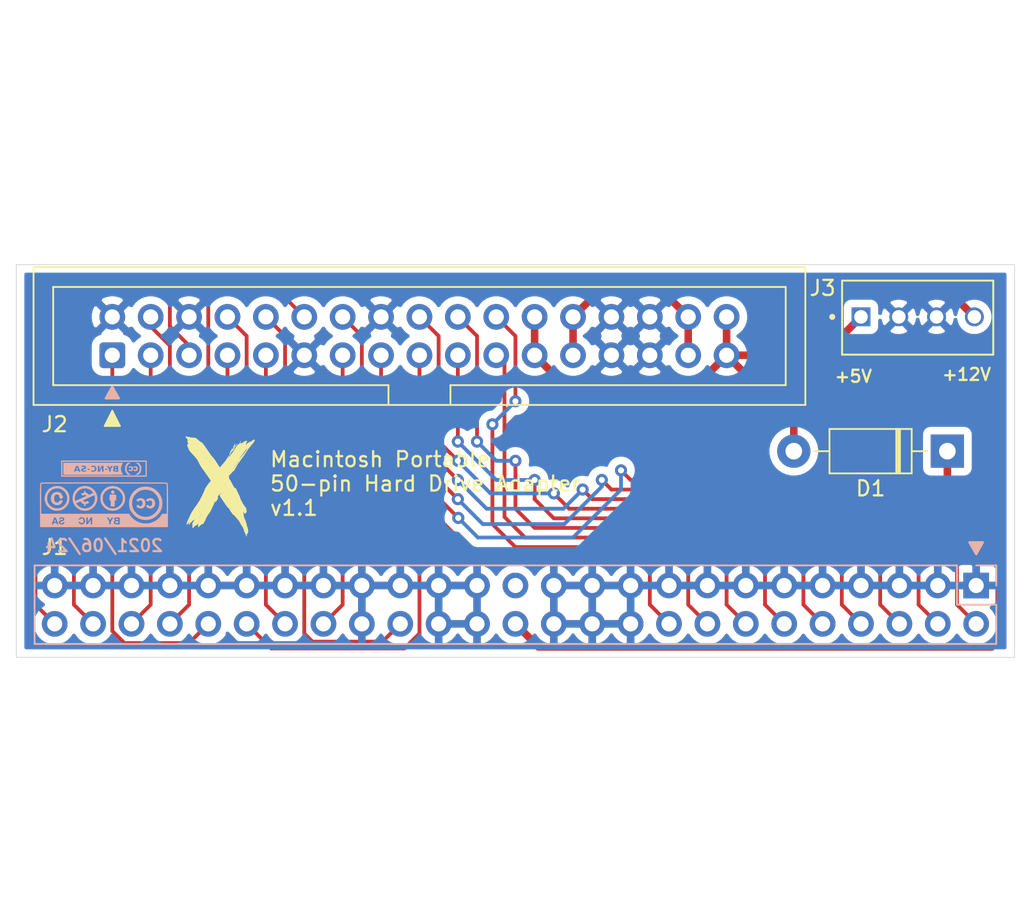
<source format=kicad_pcb>
(kicad_pcb (version 20171130) (host pcbnew "(5.1.6)-1")

  (general
    (thickness 1.6)
    (drawings 12)
    (tracks 204)
    (zones 0)
    (modules 7)
    (nets 23)
  )

  (page A4)
  (layers
    (0 F.Cu signal)
    (31 B.Cu signal)
    (32 B.Adhes user)
    (33 F.Adhes user)
    (34 B.Paste user)
    (35 F.Paste user)
    (36 B.SilkS user)
    (37 F.SilkS user)
    (38 B.Mask user)
    (39 F.Mask user)
    (40 Dwgs.User user)
    (41 Cmts.User user)
    (42 Eco1.User user)
    (43 Eco2.User user)
    (44 Edge.Cuts user)
    (45 Margin user)
    (46 B.CrtYd user)
    (47 F.CrtYd user)
    (48 B.Fab user)
    (49 F.Fab user)
  )

  (setup
    (last_trace_width 0.25)
    (user_trace_width 0.5)
    (trace_clearance 0.2)
    (zone_clearance 0.508)
    (zone_45_only no)
    (trace_min 0.2)
    (via_size 0.8)
    (via_drill 0.4)
    (via_min_size 0.4)
    (via_min_drill 0.3)
    (uvia_size 0.3)
    (uvia_drill 0.1)
    (uvias_allowed no)
    (uvia_min_size 0.2)
    (uvia_min_drill 0.1)
    (edge_width 0.05)
    (segment_width 0.2)
    (pcb_text_width 0.3)
    (pcb_text_size 1.5 1.5)
    (mod_edge_width 0.12)
    (mod_text_size 1 1)
    (mod_text_width 0.15)
    (pad_size 1.524 1.524)
    (pad_drill 0.762)
    (pad_to_mask_clearance 0.05)
    (aux_axis_origin 0 0)
    (visible_elements 7FFFFFFF)
    (pcbplotparams
      (layerselection 0x010fc_ffffffff)
      (usegerberextensions true)
      (usegerberattributes false)
      (usegerberadvancedattributes false)
      (creategerberjobfile false)
      (excludeedgelayer true)
      (linewidth 0.100000)
      (plotframeref false)
      (viasonmask false)
      (mode 1)
      (useauxorigin false)
      (hpglpennumber 1)
      (hpglpenspeed 20)
      (hpglpendiameter 15.000000)
      (psnegative false)
      (psa4output false)
      (plotreference true)
      (plotvalue false)
      (plotinvisibletext false)
      (padsonsilk false)
      (subtractmaskfromsilk true)
      (outputformat 1)
      (mirror false)
      (drillshape 0)
      (scaleselection 1)
      (outputdirectory ""))
  )

  (net 0 "")
  (net 1 /IO)
  (net 2 /REQ)
  (net 3 /CD)
  (net 4 /SEL)
  (net 5 /MSG)
  (net 6 /RST)
  (net 7 /ACK)
  (net 8 /BSY)
  (net 9 /ATN)
  (net 10 "Net-(J1-Pad25)")
  (net 11 /DBP)
  (net 12 /DB7)
  (net 13 /DB6)
  (net 14 /DB5)
  (net 15 /DB4)
  (net 16 /DB3)
  (net 17 /DB2)
  (net 18 /DB1)
  (net 19 /DB0)
  (net 20 GND)
  (net 21 +5V)
  (net 22 /+12v)

  (net_class Default "This is the default net class."
    (clearance 0.2)
    (trace_width 0.25)
    (via_dia 0.8)
    (via_drill 0.4)
    (uvia_dia 0.3)
    (uvia_drill 0.1)
    (add_net +5V)
    (add_net /+12v)
    (add_net /ACK)
    (add_net /ATN)
    (add_net /BSY)
    (add_net /CD)
    (add_net /DB0)
    (add_net /DB1)
    (add_net /DB2)
    (add_net /DB3)
    (add_net /DB4)
    (add_net /DB5)
    (add_net /DB6)
    (add_net /DB7)
    (add_net /DBP)
    (add_net /IO)
    (add_net /MSG)
    (add_net /REQ)
    (add_net /RST)
    (add_net /SEL)
    (add_net GND)
    (add_net "Net-(J1-Pad25)")
  )

  (module snapeda:TE_171825-4 (layer F.Cu) (tedit 60D4EC37) (tstamp 60C703BC)
    (at 132.08 60.96)
    (path /611FFB28)
    (fp_text reference J3 (at -2.54 -1.905) (layer F.SilkS)
      (effects (font (size 1 1) (thickness 0.15)))
    )
    (fp_text value 171825-4 (at 4.735 4.115) (layer F.Fab)
      (effects (font (size 1 1) (thickness 0.015)))
    )
    (fp_line (start -1.25 2.5) (end -1.25 -2.4) (layer F.Fab) (width 0.127))
    (fp_line (start -1.25 -2.4) (end 8.75 -2.4) (layer F.Fab) (width 0.127))
    (fp_line (start 8.75 -2.4) (end 8.75 2.5) (layer F.Fab) (width 0.127))
    (fp_line (start 8.75 2.5) (end -1.25 2.5) (layer F.Fab) (width 0.127))
    (fp_line (start -1.25 2.5) (end -1.25 2.5) (layer F.Fab) (width 0.127))
    (fp_line (start -1.25 2.5) (end 8.75 2.5) (layer F.Fab) (width 0.127))
    (fp_line (start 8.75 2.5) (end 8.75 2.5) (layer F.Fab) (width 0.127))
    (fp_line (start -1.25 2.5) (end -1.25 -2.4) (layer F.SilkS) (width 0.127))
    (fp_line (start 8.75 -2.4) (end 8.75 2.5) (layer F.SilkS) (width 0.127))
    (fp_line (start 8.75 -2.4) (end -1.25 -2.4) (layer F.SilkS) (width 0.127))
    (fp_line (start 8.75 2.5) (end -1.25 2.5) (layer F.SilkS) (width 0.127))
    (fp_line (start -1.5 2.75) (end -1.5 -2.65) (layer F.CrtYd) (width 0.05))
    (fp_line (start -1.5 -2.65) (end 9 -2.65) (layer F.CrtYd) (width 0.05))
    (fp_line (start 9 -2.65) (end 9 2.75) (layer F.CrtYd) (width 0.05))
    (fp_line (start 9 2.75) (end -1.5 2.75) (layer F.CrtYd) (width 0.05))
    (fp_circle (center -1.9 0) (end -1.8 0) (layer F.SilkS) (width 0.2))
    (fp_circle (center -1.9 0) (end -1.8 0) (layer F.Fab) (width 0.2))
    (pad 1 thru_hole rect (at 0 0) (size 1.25 1.25) (drill 0.9) (layers *.Cu *.Mask)
      (net 21 +5V))
    (pad 2 thru_hole circle (at 2.5 0) (size 1.25 1.25) (drill 0.9) (layers *.Cu *.Mask)
      (net 20 GND))
    (pad 3 thru_hole circle (at 5 0) (size 1.25 1.25) (drill 0.9) (layers *.Cu *.Mask)
      (net 20 GND))
    (pad 4 thru_hole circle (at 7.5 0) (size 1.25 1.25) (drill 0.9) (layers *.Cu *.Mask)
      (net 22 /+12v))
    (model ${KIPRJMOD}/snapeda.pretty/171825-4.step
      (offset (xyz 3.75 0 10.4))
      (scale (xyz 1 1 1))
      (rotate (xyz 0 0 0))
    )
  )

  (module Connector_IDC:IDC-Header_2x17_P2.54mm_Vertical (layer F.Cu) (tedit 5EAC9A07) (tstamp 60C6FA08)
    (at 82.55 63.5 90)
    (descr "Through hole IDC box header, 2x17, 2.54mm pitch, DIN 41651 / IEC 60603-13, double rows, https://docs.google.com/spreadsheets/d/16SsEcesNF15N3Lb4niX7dcUr-NY5_MFPQhobNuNppn4/edit#gid=0")
    (tags "Through hole vertical IDC box header THT 2x17 2.54mm double row")
    (path /60CE00E0)
    (fp_text reference J2 (at -4.572 -3.81) (layer F.SilkS)
      (effects (font (size 1 1) (thickness 0.15)))
    )
    (fp_text value Mac_Portable_SCSI_SE_Conn_02x17_Odd_Even_MountingPin (at 1.27 46.74 90) (layer F.Fab)
      (effects (font (size 1 1) (thickness 0.15)))
    )
    (fp_line (start -3.18 -4.1) (end -2.18 -5.1) (layer F.Fab) (width 0.1))
    (fp_line (start -2.18 -5.1) (end 5.72 -5.1) (layer F.Fab) (width 0.1))
    (fp_line (start 5.72 -5.1) (end 5.72 45.74) (layer F.Fab) (width 0.1))
    (fp_line (start 5.72 45.74) (end -3.18 45.74) (layer F.Fab) (width 0.1))
    (fp_line (start -3.18 45.74) (end -3.18 -4.1) (layer F.Fab) (width 0.1))
    (fp_line (start -3.18 18.27) (end -1.98 18.27) (layer F.Fab) (width 0.1))
    (fp_line (start -1.98 18.27) (end -1.98 -3.91) (layer F.Fab) (width 0.1))
    (fp_line (start -1.98 -3.91) (end 4.52 -3.91) (layer F.Fab) (width 0.1))
    (fp_line (start 4.52 -3.91) (end 4.52 44.55) (layer F.Fab) (width 0.1))
    (fp_line (start 4.52 44.55) (end -1.98 44.55) (layer F.Fab) (width 0.1))
    (fp_line (start -1.98 44.55) (end -1.98 22.37) (layer F.Fab) (width 0.1))
    (fp_line (start -1.98 22.37) (end -1.98 22.37) (layer F.Fab) (width 0.1))
    (fp_line (start -1.98 22.37) (end -3.18 22.37) (layer F.Fab) (width 0.1))
    (fp_line (start -3.29 -5.21) (end 5.83 -5.21) (layer F.SilkS) (width 0.12))
    (fp_line (start 5.83 -5.21) (end 5.83 45.85) (layer F.SilkS) (width 0.12))
    (fp_line (start 5.83 45.85) (end -3.29 45.85) (layer F.SilkS) (width 0.12))
    (fp_line (start -3.29 45.85) (end -3.29 -5.21) (layer F.SilkS) (width 0.12))
    (fp_line (start -3.29 18.27) (end -1.98 18.27) (layer F.SilkS) (width 0.12))
    (fp_line (start -1.98 18.27) (end -1.98 -3.91) (layer F.SilkS) (width 0.12))
    (fp_line (start -1.98 -3.91) (end 4.52 -3.91) (layer F.SilkS) (width 0.12))
    (fp_line (start 4.52 -3.91) (end 4.52 44.55) (layer F.SilkS) (width 0.12))
    (fp_line (start 4.52 44.55) (end -1.98 44.55) (layer F.SilkS) (width 0.12))
    (fp_line (start -1.98 44.55) (end -1.98 22.37) (layer F.SilkS) (width 0.12))
    (fp_line (start -1.98 22.37) (end -1.98 22.37) (layer F.SilkS) (width 0.12))
    (fp_line (start -1.98 22.37) (end -3.29 22.37) (layer F.SilkS) (width 0.12))
    (fp_line (start -3.68 0) (end -4.68 -0.5) (layer F.SilkS) (width 0.12))
    (fp_line (start -4.68 -0.5) (end -4.68 0.5) (layer F.SilkS) (width 0.12))
    (fp_line (start -4.68 0.5) (end -3.68 0) (layer F.SilkS) (width 0.12))
    (fp_line (start -3.68 -5.6) (end -3.68 46.24) (layer F.CrtYd) (width 0.05))
    (fp_line (start -3.68 46.24) (end 6.22 46.24) (layer F.CrtYd) (width 0.05))
    (fp_line (start 6.22 46.24) (end 6.22 -5.6) (layer F.CrtYd) (width 0.05))
    (fp_line (start 6.22 -5.6) (end -3.68 -5.6) (layer F.CrtYd) (width 0.05))
    (fp_text user %R (at 1.27 20.32) (layer F.Fab)
      (effects (font (size 1 1) (thickness 0.15)))
    )
    (pad 1 thru_hole roundrect (at 0 0 90) (size 1.7 1.7) (drill 1) (layers *.Cu *.Mask) (roundrect_rratio 0.147059)
      (net 2 /REQ))
    (pad 3 thru_hole circle (at 0 2.54 90) (size 1.7 1.7) (drill 1) (layers *.Cu *.Mask)
      (net 5 /MSG))
    (pad 5 thru_hole circle (at 0 5.08 90) (size 1.7 1.7) (drill 1) (layers *.Cu *.Mask)
      (net 1 /IO))
    (pad 7 thru_hole circle (at 0 7.62 90) (size 1.7 1.7) (drill 1) (layers *.Cu *.Mask)
      (net 7 /ACK))
    (pad 9 thru_hole circle (at 0 10.16 90) (size 1.7 1.7) (drill 1) (layers *.Cu *.Mask)
      (net 8 /BSY))
    (pad 11 thru_hole circle (at 0 12.7 90) (size 1.7 1.7) (drill 1) (layers *.Cu *.Mask)
      (net 20 GND))
    (pad 13 thru_hole circle (at 0 15.24 90) (size 1.7 1.7) (drill 1) (layers *.Cu *.Mask)
      (net 11 /DBP))
    (pad 15 thru_hole circle (at 0 17.78 90) (size 1.7 1.7) (drill 1) (layers *.Cu *.Mask)
      (net 18 /DB1))
    (pad 17 thru_hole circle (at 0 20.32 90) (size 1.7 1.7) (drill 1) (layers *.Cu *.Mask)
      (net 17 /DB2))
    (pad 19 thru_hole circle (at 0 22.86 90) (size 1.7 1.7) (drill 1) (layers *.Cu *.Mask)
      (net 15 /DB4))
    (pad 21 thru_hole circle (at 0 25.4 90) (size 1.7 1.7) (drill 1) (layers *.Cu *.Mask)
      (net 13 /DB6))
    (pad 23 thru_hole circle (at 0 27.94 90) (size 1.7 1.7) (drill 1) (layers *.Cu *.Mask)
      (net 21 +5V))
    (pad 25 thru_hole circle (at 0 30.48 90) (size 1.7 1.7) (drill 1) (layers *.Cu *.Mask)
      (net 22 /+12v))
    (pad 27 thru_hole circle (at 0 33.02 90) (size 1.7 1.7) (drill 1) (layers *.Cu *.Mask)
      (net 20 GND))
    (pad 29 thru_hole circle (at 0 35.56 90) (size 1.7 1.7) (drill 1) (layers *.Cu *.Mask)
      (net 20 GND))
    (pad 31 thru_hole circle (at 0 38.1 90) (size 1.7 1.7) (drill 1) (layers *.Cu *.Mask)
      (net 22 /+12v))
    (pad 33 thru_hole circle (at 0 40.64 90) (size 1.7 1.7) (drill 1) (layers *.Cu *.Mask)
      (net 21 +5V))
    (pad 2 thru_hole circle (at 2.54 0 90) (size 1.7 1.7) (drill 1) (layers *.Cu *.Mask)
      (net 20 GND))
    (pad 4 thru_hole circle (at 2.54 2.54 90) (size 1.7 1.7) (drill 1) (layers *.Cu *.Mask)
      (net 3 /CD))
    (pad 6 thru_hole circle (at 2.54 5.08 90) (size 1.7 1.7) (drill 1) (layers *.Cu *.Mask)
      (net 20 GND))
    (pad 8 thru_hole circle (at 2.54 7.62 90) (size 1.7 1.7) (drill 1) (layers *.Cu *.Mask)
      (net 9 /ATN))
    (pad 10 thru_hole circle (at 2.54 10.16 90) (size 1.7 1.7) (drill 1) (layers *.Cu *.Mask)
      (net 6 /RST))
    (pad 12 thru_hole circle (at 2.54 12.7 90) (size 1.7 1.7) (drill 1) (layers *.Cu *.Mask)
      (net 4 /SEL))
    (pad 14 thru_hole circle (at 2.54 15.24 90) (size 1.7 1.7) (drill 1) (layers *.Cu *.Mask)
      (net 19 /DB0))
    (pad 16 thru_hole circle (at 2.54 17.78 90) (size 1.7 1.7) (drill 1) (layers *.Cu *.Mask)
      (net 20 GND))
    (pad 18 thru_hole circle (at 2.54 20.32 90) (size 1.7 1.7) (drill 1) (layers *.Cu *.Mask)
      (net 16 /DB3))
    (pad 20 thru_hole circle (at 2.54 22.86 90) (size 1.7 1.7) (drill 1) (layers *.Cu *.Mask)
      (net 14 /DB5))
    (pad 22 thru_hole circle (at 2.54 25.4 90) (size 1.7 1.7) (drill 1) (layers *.Cu *.Mask)
      (net 12 /DB7))
    (pad 24 thru_hole circle (at 2.54 27.94 90) (size 1.7 1.7) (drill 1) (layers *.Cu *.Mask)
      (net 21 +5V))
    (pad 26 thru_hole circle (at 2.54 30.48 90) (size 1.7 1.7) (drill 1) (layers *.Cu *.Mask)
      (net 22 /+12v))
    (pad 28 thru_hole circle (at 2.54 33.02 90) (size 1.7 1.7) (drill 1) (layers *.Cu *.Mask)
      (net 20 GND))
    (pad 30 thru_hole circle (at 2.54 35.56 90) (size 1.7 1.7) (drill 1) (layers *.Cu *.Mask)
      (net 20 GND))
    (pad 32 thru_hole circle (at 2.54 38.1 90) (size 1.7 1.7) (drill 1) (layers *.Cu *.Mask)
      (net 22 /+12v))
    (pad 34 thru_hole circle (at 2.54 40.64 90) (size 1.7 1.7) (drill 1) (layers *.Cu *.Mask)
      (net 21 +5V))
    (model ${KISYS3DMOD}/Connector_IDC.3dshapes/IDC-Header_2x17_P2.54mm_Vertical.wrl
      (at (xyz 0 0 0))
      (scale (xyz 1 1 1))
      (rotate (xyz 0 0 0))
    )
  )

  (module mac_portable_34pin_to_50pin_scsi:cc_by_nc_sa_small_front_silk_screen (layer B.Cu) (tedit 0) (tstamp 60D1512C)
    (at 82 71 180)
    (fp_text reference G*** (at 0 0) (layer B.SilkS) hide
      (effects (font (size 1.524 1.524) (thickness 0.3)) (justify mirror))
    )
    (fp_text value LOGO (at 0.75 0) (layer B.SilkS) hide
      (effects (font (size 1.524 1.524) (thickness 0.3)) (justify mirror))
    )
    (fp_poly (pts (xy 2.822222 -0.536222) (xy -2.822222 -0.536222) (xy -2.822222 0.451556) (xy -2.751667 0.451556)
      (xy -2.751667 -0.465666) (xy 2.751666 -0.465666) (xy 2.751666 0.451556) (xy -2.751667 0.451556)
      (xy -2.822222 0.451556) (xy -2.822222 0.522111) (xy 2.822222 0.522111) (xy 2.822222 -0.536222)) (layer B.SilkS) (width 0.01))
    (fp_poly (pts (xy -2.174154 0.341039) (xy -2.261023 0.271254) (xy -2.323501 0.188089) (xy -2.360862 0.092818)
      (xy -2.372431 -0.006418) (xy -2.358935 -0.110981) (xy -2.319877 -0.206767) (xy -2.257397 -0.290374)
      (xy -2.173639 -0.358401) (xy -2.137834 -0.378864) (xy -2.081389 -0.407975) (xy -2.179058 -0.408598)
      (xy -2.231019 -0.408224) (xy -2.26473 -0.403699) (xy -2.290161 -0.391153) (xy -2.317281 -0.366717)
      (xy -2.335506 -0.347876) (xy -2.391708 -0.281905) (xy -2.429377 -0.217339) (xy -2.451526 -0.146079)
      (xy -2.461167 -0.060023) (xy -2.462237 -0.007055) (xy -2.461341 0.061063) (xy -2.457833 0.109368)
      (xy -2.450224 0.146246) (xy -2.437025 0.180083) (xy -2.424639 0.204611) (xy -2.392851 0.256796)
      (xy -2.355116 0.308361) (xy -2.338221 0.328084) (xy -2.309397 0.357184) (xy -2.284555 0.373031)
      (xy -2.253238 0.379632) (xy -2.204988 0.380997) (xy -2.200196 0.381) (xy -2.111142 0.381)
      (xy -2.174154 0.341039)) (layer B.SilkS) (width 0.01))
    (fp_poly (pts (xy -1.611877 0.379992) (xy -1.579535 0.375276) (xy -1.555899 0.362352) (xy -1.531214 0.337281)
      (xy -1.518112 0.322095) (xy -1.461997 0.246594) (xy -1.425896 0.171005) (xy -1.406062 0.085586)
      (xy -1.399834 0.014314) (xy -1.4032 -0.096128) (xy -1.425901 -0.190701) (xy -1.470163 -0.275982)
      (xy -1.519011 -0.337984) (xy -1.58306 -0.409222) (xy -1.769415 -0.409222) (xy -1.70668 -0.369258)
      (xy -1.639239 -0.317442) (xy -1.578136 -0.25443) (xy -1.531338 -0.189013) (xy -1.516178 -0.159064)
      (xy -1.497502 -0.087996) (xy -1.492921 -0.004289) (xy -1.502184 0.080397) (xy -1.522892 0.149562)
      (xy -1.56174 0.216132) (xy -1.617193 0.281688) (xy -1.679829 0.335998) (xy -1.7145 0.357668)
      (xy -1.756834 0.37987) (xy -1.662683 0.380435) (xy -1.611877 0.379992)) (layer B.SilkS) (width 0.01))
    (fp_poly (pts (xy 2.681111 -0.409222) (xy 0.712611 -0.409222) (xy 0.479331 -0.409176) (xy 0.253923 -0.409041)
      (xy 0.037985 -0.408822) (xy -0.166883 -0.408526) (xy -0.359081 -0.408156) (xy -0.537009 -0.40772)
      (xy -0.699069 -0.407221) (xy -0.843661 -0.406665) (xy -0.969185 -0.406058) (xy -1.074041 -0.405405)
      (xy -1.15663 -0.40471) (xy -1.215353 -0.403981) (xy -1.24861 -0.403221) (xy -1.255889 -0.402656)
      (xy -1.248937 -0.388124) (xy -1.23098 -0.357438) (xy -1.21305 -0.328573) (xy -1.153503 -0.21152)
      (xy -1.122091 -0.09239) (xy -1.118816 0.028842) (xy -1.143678 0.152198) (xy -1.156872 0.183445)
      (xy -0.945445 0.183445) (xy -0.945445 -0.211666) (xy -0.832103 -0.211666) (xy -0.765412 -0.208916)
      (xy -0.707556 -0.201498) (xy -0.670961 -0.191694) (xy -0.623025 -0.160445) (xy -0.597251 -0.119336)
      (xy -0.595198 -0.074001) (xy -0.618429 -0.030075) (xy -0.624417 -0.023732) (xy -0.645152 -0.000728)
      (xy -0.646463 0.014636) (xy -0.631472 0.032071) (xy -0.60933 0.070063) (xy -0.614586 0.111567)
      (xy -0.641414 0.148808) (xy -0.659884 0.165044) (xy -0.680379 0.175237) (xy -0.683708 0.175866)
      (xy -0.592667 0.175866) (xy -0.585089 0.161669) (xy -0.564852 0.130239) (xy -0.535699 0.08731)
      (xy -0.522111 0.06782) (xy -0.487341 0.016674) (xy -0.466312 -0.020747) (xy -0.455626 -0.053139)
      (xy -0.451885 -0.089199) (xy -0.451556 -0.11275) (xy -0.450016 -0.158067) (xy -0.446043 -0.191135)
      (xy -0.442148 -0.202259) (xy -0.422783 -0.208716) (xy -0.388498 -0.21165) (xy -0.385704 -0.211666)
      (xy -0.338667 -0.211666) (xy -0.338667 -0.130152) (xy -0.337489 -0.090347) (xy -0.331862 -0.058329)
      (xy -0.32817 -0.049389) (xy -0.239889 -0.049389) (xy -0.238281 -0.068352) (xy -0.229205 -0.078915)
      (xy -0.206286 -0.083529) (xy -0.163147 -0.084646) (xy -0.148167 -0.084666) (xy -0.098861 -0.084048)
      (xy -0.071398 -0.080557) (xy -0.059402 -0.071742) (xy -0.056498 -0.05515) (xy -0.056445 -0.049389)
      (xy -0.058053 -0.030425) (xy -0.067129 -0.019862) (xy -0.090048 -0.015248) (xy -0.133187 -0.014131)
      (xy -0.148167 -0.014111) (xy -0.197473 -0.014729) (xy -0.224936 -0.01822) (xy -0.236931 -0.027035)
      (xy -0.239836 -0.043627) (xy -0.239889 -0.049389) (xy -0.32817 -0.049389) (xy -0.318647 -0.026333)
      (xy -0.294706 0.013405) (xy -0.260229 0.063875) (xy -0.181792 0.176389) (xy -0.235359 0.180969)
      (xy -0.270987 0.180098) (xy -0.300372 0.167566) (xy -0.329636 0.138948) (xy -0.3649 0.089823)
      (xy -0.367973 0.085166) (xy -0.390223 0.05131) (xy -0.435678 0.117377) (xy -0.463957 0.15555)
      (xy -0.486931 0.175327) (xy -0.513648 0.182611) (xy -0.5369 0.183445) (xy 0.028222 0.183445)
      (xy 0.028222 -0.211666) (xy 0.125978 -0.211666) (xy 0.130017 -0.075585) (xy 0.134055 0.060495)
      (xy 0.209156 -0.075585) (xy 0.284256 -0.211666) (xy 0.409222 -0.211666) (xy 1.552634 -0.211666)
      (xy 1.609222 -0.211666) (xy 1.648014 -0.208605) (xy 1.668904 -0.196073) (xy 1.679222 -0.176389)
      (xy 1.689295 -0.156706) (xy 1.705545 -0.146107) (xy 1.735701 -0.141833) (xy 1.778 -0.141111)
      (xy 1.826035 -0.142181) (xy 1.853602 -0.147231) (xy 1.868427 -0.159022) (xy 1.876778 -0.176389)
      (xy 1.892395 -0.201299) (xy 1.919981 -0.210829) (xy 1.939928 -0.211666) (xy 1.972713 -0.208289)
      (xy 1.989203 -0.199979) (xy 1.989666 -0.198135) (xy 1.984706 -0.180738) (xy 1.971091 -0.142308)
      (xy 1.950722 -0.087986) (xy 1.925497 -0.022915) (xy 1.916678 -0.000579) (xy 1.843689 0.183445)
      (xy 1.710406 0.183445) (xy 1.658051 0.052917) (xy 1.632016 -0.012084) (xy 1.606632 -0.075617)
      (xy 1.585923 -0.127605) (xy 1.579165 -0.144639) (xy 1.552634 -0.211666) (xy 0.409222 -0.211666)
      (xy 0.409222 -0.005151) (xy 0.491537 -0.005151) (xy 0.503231 -0.08071) (xy 0.536851 -0.142113)
      (xy 0.590204 -0.185432) (xy 0.593146 -0.18695) (xy 0.640071 -0.202251) (xy 0.698824 -0.210275)
      (xy 0.758004 -0.210512) (xy 0.806209 -0.202453) (xy 0.819372 -0.197059) (xy 0.841574 -0.171188)
      (xy 0.846666 -0.146719) (xy 0.843278 -0.12162) (xy 0.827853 -0.118426) (xy 0.814916 -0.122521)
      (xy 0.780638 -0.129752) (xy 0.7346 -0.133484) (xy 0.721607 -0.133634) (xy 0.664772 -0.123538)
      (xy 0.627557 -0.093584) (xy 0.611521 -0.049389) (xy 0.931333 -0.049389) (xy 0.933126 -0.06894)
      (xy 0.942922 -0.079496) (xy 0.967348 -0.083817) (xy 1.013032 -0.084665) (xy 1.016 -0.084666)
      (xy 1.062923 -0.083919) (xy 1.088257 -0.079838) (xy 1.098628 -0.06966) (xy 1.100665 -0.050625)
      (xy 1.100666 -0.049389) (xy 1.098874 -0.029837) (xy 1.089078 -0.019281) (xy 1.064651 -0.01496)
      (xy 1.018967 -0.014112) (xy 1.016 -0.014111) (xy 0.969076 -0.014858) (xy 0.943742 -0.018939)
      (xy 0.933371 -0.029117) (xy 0.931335 -0.048152) (xy 0.931333 -0.049389) (xy 0.611521 -0.049389)
      (xy 0.609166 -0.042901) (xy 0.606778 -0.008153) (xy 0.615963 0.051575) (xy 0.625008 0.064084)
      (xy 1.180256 0.064084) (xy 1.19394 0.015325) (xy 1.215711 -0.010045) (xy 1.239566 -0.022246)
      (xy 1.280412 -0.036616) (xy 1.312407 -0.045617) (xy 1.363929 -0.062382) (xy 1.390235 -0.080774)
      (xy 1.394836 -0.090906) (xy 1.389389 -0.119749) (xy 1.3624 -0.136103) (xy 1.318012 -0.139174)
      (xy 1.260368 -0.128164) (xy 1.23825 -0.120988) (xy 1.185333 -0.102103) (xy 1.185333 -0.148848)
      (xy 1.187391 -0.174768) (xy 1.196912 -0.191689) (xy 1.21892 -0.201714) (xy 1.258438 -0.206948)
      (xy 1.320487 -0.209496) (xy 1.330673 -0.209745) (xy 1.389326 -0.206901) (xy 1.438039 -0.196876)
      (xy 1.452435 -0.191022) (xy 1.488343 -0.165018) (xy 1.505854 -0.12929) (xy 1.509889 -0.083512)
      (xy 1.499449 -0.038942) (xy 1.466928 -0.003748) (xy 1.410522 0.023284) (xy 1.32843 0.04337)
      (xy 1.319389 0.044935) (xy 1.294171 0.062003) (xy 1.286397 0.083268) (xy 1.285093 0.10062)
      (xy 1.291241 0.110112) (xy 1.310639 0.113354) (xy 1.349086 0.111954) (xy 1.381647 0.109703)
      (xy 1.481666 0.102546) (xy 1.481666 0.14198) (xy 1.479681 0.164627) (xy 1.469191 0.177713)
      (xy 1.443393 0.185482) (xy 1.402624 0.19129) (xy 1.316708 0.194126) (xy 1.251167 0.17883)
      (xy 1.206678 0.145631) (xy 1.191388 0.119726) (xy 1.180256 0.064084) (xy 0.625008 0.064084)
      (xy 0.644224 0.090656) (xy 0.692616 0.110143) (xy 0.728199 0.112889) (xy 0.773725 0.109722)
      (xy 0.810951 0.101787) (xy 0.819372 0.098282) (xy 0.83853 0.091453) (xy 0.845754 0.103485)
      (xy 0.846666 0.12541) (xy 0.842341 0.154902) (xy 0.824101 0.172643) (xy 0.795604 0.183997)
      (xy 0.718933 0.197216) (xy 0.646407 0.187883) (xy 0.58273 0.158925) (xy 0.532608 0.11327)
      (xy 0.500747 0.053845) (xy 0.491537 -0.005151) (xy 0.409222 -0.005151) (xy 0.409222 0.183445)
      (xy 0.296333 0.183445) (xy 0.295989 0.059973) (xy 0.295644 -0.0635) (xy 0.224294 0.059973)
      (xy 0.152945 0.183445) (xy 0.028222 0.183445) (xy -0.5369 0.183445) (xy -0.572011 0.181743)
      (xy -0.591356 0.177498) (xy -0.592667 0.175866) (xy -0.683708 0.175866) (xy -0.709687 0.180774)
      (xy -0.754594 0.183046) (xy -0.810748 0.183445) (xy -0.945445 0.183445) (xy -1.156872 0.183445)
      (xy -1.196676 0.277703) (xy -1.227073 0.33065) (xy -1.258191 0.381) (xy 2.681111 0.381)
      (xy 2.681111 -0.409222)) (layer B.SilkS) (width 0.01))
    (fp_poly (pts (xy -2.03605 0.135805) (xy -1.991023 0.122071) (xy -1.958834 0.103185) (xy -1.947334 0.083541)
      (xy -1.958323 0.068327) (xy -1.97673 0.055817) (xy -2.005689 0.047949) (xy -2.030757 0.062376)
      (xy -2.06726 0.081111) (xy -2.102051 0.075511) (xy -2.129488 0.049184) (xy -2.143932 0.005743)
      (xy -2.144889 -0.010686) (xy -2.13442 -0.056776) (xy -2.107532 -0.087403) (xy -2.071003 -0.098986)
      (xy -2.031609 -0.087943) (xy -2.018014 -0.077724) (xy -1.995672 -0.064129) (xy -1.973015 -0.072647)
      (xy -1.968886 -0.075583) (xy -1.951975 -0.098308) (xy -1.963032 -0.121477) (xy -2.002168 -0.145281)
      (xy -2.012103 -0.149606) (xy -2.062742 -0.165852) (xy -2.106401 -0.165109) (xy -2.156001 -0.148073)
      (xy -2.201053 -0.114627) (xy -2.22852 -0.065681) (xy -2.237393 -0.008574) (xy -2.22666 0.049353)
      (xy -2.195314 0.100757) (xy -2.190865 0.105398) (xy -2.160303 0.128918) (xy -2.123321 0.139348)
      (xy -2.086024 0.141111) (xy -2.03605 0.135805)) (layer B.SilkS) (width 0.01))
    (fp_poly (pts (xy -1.716853 0.135557) (xy -1.672992 0.121082) (xy -1.644128 0.100972) (xy -1.636889 0.084363)
      (xy -1.647901 0.068489) (xy -1.666285 0.055817) (xy -1.695245 0.047949) (xy -1.720313 0.062376)
      (xy -1.757249 0.082772) (xy -1.791168 0.075208) (xy -1.812478 0.053305) (xy -1.83115 0.008601)
      (xy -1.831416 -0.0382) (xy -1.813295 -0.07555) (xy -1.81227 -0.076603) (xy -1.777606 -0.095478)
      (xy -1.738353 -0.095849) (xy -1.707691 -0.077907) (xy -1.685724 -0.064601) (xy -1.66363 -0.071348)
      (xy -1.640787 -0.089858) (xy -1.643108 -0.109768) (xy -1.671414 -0.134083) (xy -1.68275 -0.141265)
      (xy -1.740348 -0.165029) (xy -1.79904 -0.163819) (xy -1.843917 -0.148762) (xy -1.885578 -0.122412)
      (xy -1.909384 -0.084151) (xy -1.918662 -0.027699) (xy -1.919111 -0.006897) (xy -1.915161 0.040665)
      (xy -1.899616 0.075005) (xy -1.877864 0.099864) (xy -1.845553 0.126555) (xy -1.811002 0.138588)
      (xy -1.768114 0.141112) (xy -1.716853 0.135557)) (layer B.SilkS) (width 0.01))
    (fp_poly (pts (xy -0.772705 -0.045049) (xy -0.731966 -0.051296) (xy -0.712231 -0.064535) (xy -0.707671 -0.076678)
      (xy -0.714418 -0.107258) (xy -0.742641 -0.130342) (xy -0.785704 -0.140914) (xy -0.79292 -0.141111)
      (xy -0.819444 -0.138132) (xy -0.830435 -0.123571) (xy -0.832556 -0.09091) (xy -0.832556 -0.04071)
      (xy -0.772705 -0.045049)) (layer B.SilkS) (width 0.01))
    (fp_poly (pts (xy -0.784171 0.110579) (xy -0.779639 0.110213) (xy -0.74363 0.103994) (xy -0.728609 0.090516)
      (xy -0.726722 0.077611) (xy -0.732795 0.057904) (xy -0.755736 0.047994) (xy -0.779639 0.04501)
      (xy -0.814287 0.043993) (xy -0.829195 0.052125) (xy -0.832542 0.074446) (xy -0.832556 0.077611)
      (xy -0.829907 0.101607) (xy -0.816505 0.110916) (xy -0.784171 0.110579)) (layer B.SilkS) (width 0.01))
    (fp_poly (pts (xy 1.78571 0.058518) (xy 1.800092 0.027908) (xy 1.808112 0.007056) (xy 1.830947 -0.056444)
      (xy 1.723268 -0.056444) (xy 1.744905 0.007056) (xy 1.759356 0.04423) (xy 1.771682 0.067089)
      (xy 1.77591 0.070556) (xy 1.78571 0.058518)) (layer B.SilkS) (width 0.01))
  )

  (module mac_portable_34pin_to_50pin_scsi:cc_by_nc_sa_front_silk_screen (layer B.Cu) (tedit 0) (tstamp 60D14B23)
    (at 82 73.4 180)
    (fp_text reference G*** (at 0 0) (layer B.SilkS) hide
      (effects (font (size 1.524 1.524) (thickness 0.3)) (justify mirror))
    )
    (fp_text value LOGO (at 0.75 0) (layer B.SilkS) hide
      (effects (font (size 1.524 1.524) (thickness 0.3)) (justify mirror))
    )
    (fp_poly (pts (xy 0.386424 1.48423) (xy 0.68161 1.484015) (xy 0.973662 1.483693) (xy 1.261218 1.483264)
      (xy 1.542914 1.482727) (xy 1.817387 1.482084) (xy 2.083274 1.481334) (xy 2.339211 1.480477)
      (xy 2.583835 1.479513) (xy 2.815782 1.478443) (xy 3.03369 1.477266) (xy 3.236196 1.475982)
      (xy 3.421935 1.474593) (xy 3.589545 1.473097) (xy 3.737662 1.471495) (xy 3.864924 1.469787)
      (xy 3.969966 1.467973) (xy 4.051426 1.466053) (xy 4.10794 1.464028) (xy 4.138145 1.461897)
      (xy 4.142572 1.461008) (xy 4.157094 1.455317) (xy 4.169987 1.450006) (xy 4.181345 1.443458)
      (xy 4.19126 1.434053) (xy 4.199823 1.420173) (xy 4.207128 1.4002) (xy 4.213268 1.372515)
      (xy 4.218334 1.335501) (xy 4.222419 1.287538) (xy 4.225615 1.227009) (xy 4.228016 1.152294)
      (xy 4.229713 1.061776) (xy 4.230799 0.953836) (xy 4.231367 0.826855) (xy 4.231509 0.679216)
      (xy 4.231317 0.5093) (xy 4.230884 0.315488) (xy 4.230302 0.096162) (xy 4.229874 -0.066738)
      (xy 4.226278 -1.474611) (xy 0.005903 -1.478162) (xy -0.337451 -1.47842) (xy -0.673497 -1.478611)
      (xy -1.00114 -1.478736) (xy -1.319284 -1.478798) (xy -1.626834 -1.478798) (xy -1.922695 -1.478736)
      (xy -2.205769 -1.478616) (xy -2.474963 -1.478438) (xy -2.729179 -1.478203) (xy -2.967323 -1.477914)
      (xy -3.188299 -1.477572) (xy -3.39101 -1.477178) (xy -3.574362 -1.476734) (xy -3.737259 -1.476241)
      (xy -3.878605 -1.475702) (xy -3.997304 -1.475117) (xy -4.092262 -1.474488) (xy -4.162381 -1.473816)
      (xy -4.206566 -1.473103) (xy -4.223723 -1.472351) (xy -4.223903 -1.472283) (xy -4.225221 -1.457148)
      (xy -4.226484 -1.415699) (xy -4.22768 -1.349842) (xy -4.228796 -1.261485) (xy -4.229819 -1.152534)
      (xy -4.230736 -1.024897) (xy -4.231536 -0.880481) (xy -4.232204 -0.721193) (xy -4.23273 -0.548941)
      (xy -4.233099 -0.365631) (xy -4.2333 -0.173172) (xy -4.233333 -0.053392) (xy -4.233362 0.182988)
      (xy -4.233385 0.39277) (xy -4.233382 0.401697) (xy -4.162778 0.401697) (xy -4.162778 -0.592667)
      (xy -3.858534 -0.592667) (xy -3.788406 -0.700069) (xy -3.688665 -0.828635) (xy -3.567069 -0.945111)
      (xy -3.428631 -1.046048) (xy -3.278363 -1.127995) (xy -3.121277 -1.187502) (xy -3.055056 -1.204842)
      (xy -2.989873 -1.219353) (xy -2.940124 -1.229062) (xy -2.897225 -1.23473) (xy -2.852596 -1.237118)
      (xy -2.797655 -1.236987) (xy -2.723818 -1.235099) (xy -2.716389 -1.234882) (xy -2.621223 -1.230145)
      (xy -2.543027 -1.221182) (xy -2.470675 -1.206419) (xy -2.422926 -1.193386) (xy -2.24701 -1.128057)
      (xy -2.084694 -1.040394) (xy -1.938696 -0.932358) (xy -1.838488 -0.832556) (xy -1.044222 -0.832556)
      (xy -1.044222 -1.055982) (xy -1.043656 -1.132692) (xy -1.042094 -1.199253) (xy -1.039737 -1.250648)
      (xy -1.036789 -1.281858) (xy -1.034815 -1.288815) (xy -1.014198 -1.295062) (xy -0.973117 -1.298248)
      (xy -0.919134 -1.298634) (xy -0.85981 -1.296478) (xy -0.802709 -1.292041) (xy -0.755391 -1.285583)
      (xy -0.727405 -1.27825) (xy -0.680196 -1.248204) (xy -0.655205 -1.204364) (xy -0.649111 -1.153443)
      (xy -0.661437 -1.101397) (xy -0.683565 -1.073219) (xy -0.718019 -1.040851) (xy -0.689149 -1.001801)
      (xy -0.66871 -0.961636) (xy -0.669923 -0.918838) (xy -0.681517 -0.884217) (xy -0.701527 -0.86004)
      (xy -0.73443 -0.844568) (xy -0.76761 -0.838955) (xy -0.620889 -0.838955) (xy -0.614021 -0.852841)
      (xy -0.595351 -0.885798) (xy -0.567779 -0.932806) (xy -0.536222 -0.985507) (xy -0.499417 -1.047472)
      (xy -0.475145 -1.092522) (xy -0.46082 -1.127574) (xy -0.453858 -1.159543) (xy -0.451672 -1.195345)
      (xy -0.451556 -1.211941) (xy -0.451556 -1.298222) (xy -0.352778 -1.298222) (xy -0.352778 -1.206996)
      (xy -0.351825 -1.164706) (xy -0.34718 -1.130632) (xy -0.336165 -1.097261) (xy -0.316103 -1.057077)
      (xy -0.284315 -1.002567) (xy -0.273573 -0.984746) (xy -0.240725 -0.930394) (xy -0.213291 -0.884971)
      (xy -0.19456 -0.853927) (xy -0.188073 -0.843139) (xy -0.196467 -0.836631) (xy -0.225037 -0.832901)
      (xy -0.239404 -0.832556) (xy 0.776111 -0.832556) (xy 0.776111 -1.298222) (xy 0.874889 -1.298222)
      (xy 0.874889 -1.147234) (xy 0.875781 -1.076976) (xy 0.878629 -1.032633) (xy 0.883687 -1.011949)
      (xy 0.890253 -1.011609) (xy 0.90361 -1.029431) (xy 0.927832 -1.065737) (xy 0.959206 -1.114848)
      (xy 0.986671 -1.15907) (xy 1.022931 -1.217258) (xy 1.049131 -1.25552) (xy 1.069538 -1.278242)
      (xy 1.088422 -1.289812) (xy 1.110052 -1.294616) (xy 1.119473 -1.295546) (xy 1.171222 -1.299926)
      (xy 1.171222 -1.064492) (xy 1.244805 -1.064492) (xy 1.254791 -1.138925) (xy 1.281998 -1.197254)
      (xy 1.326624 -1.250144) (xy 1.379996 -1.288329) (xy 1.403611 -1.297961) (xy 1.459931 -1.305613)
      (xy 1.522697 -1.300177) (xy 1.577683 -1.283346) (xy 1.591701 -1.275576) (xy 1.624127 -1.245691)
      (xy 1.654063 -1.204371) (xy 1.674419 -1.162652) (xy 1.676403 -1.152967) (xy 2.604593 -1.152967)
      (xy 2.608055 -1.176439) (xy 2.611375 -1.188192) (xy 2.630184 -1.23365) (xy 2.660164 -1.264468)
      (xy 2.709271 -1.288365) (xy 2.717843 -1.291497) (xy 2.773909 -1.30768) (xy 2.821707 -1.309936)
      (xy 2.877162 -1.298863) (xy 2.879497 -1.298222) (xy 3.006078 -1.298222) (xy 3.059482 -1.298222)
      (xy 3.096041 -1.295265) (xy 3.116096 -1.281065) (xy 3.130745 -1.248834) (xy 3.14162 -1.221879)
      (xy 3.154697 -1.20711) (xy 3.177833 -1.200861) (xy 3.218886 -1.199465) (xy 3.236578 -1.199445)
      (xy 3.284821 -1.200078) (xy 3.312698 -1.204421) (xy 3.328067 -1.216141) (xy 3.338785 -1.238905)
      (xy 3.342412 -1.248834) (xy 3.357937 -1.282065) (xy 3.378761 -1.295796) (xy 3.408747 -1.298222)
      (xy 3.441154 -1.295511) (xy 3.457221 -1.288862) (xy 3.457588 -1.287639) (xy 3.453073 -1.27149)
      (xy 3.44034 -1.233482) (xy 3.420995 -1.178218) (xy 3.396641 -1.110298) (xy 3.376449 -1.054898)
      (xy 3.294944 -0.83274) (xy 3.2385 -0.832815) (xy 3.182055 -0.832889) (xy 3.120088 -0.998528)
      (xy 3.09346 -1.069495) (xy 3.067744 -1.137672) (xy 3.046 -1.194965) (xy 3.032099 -1.231195)
      (xy 3.006078 -1.298222) (xy 2.879497 -1.298222) (xy 2.881552 -1.297658) (xy 2.939412 -1.268682)
      (xy 2.977002 -1.221465) (xy 2.99148 -1.159703) (xy 2.991555 -1.154534) (xy 2.979846 -1.099319)
      (xy 2.944133 -1.056751) (xy 2.883542 -1.025991) (xy 2.846185 -1.015367) (xy 2.785049 -0.999195)
      (xy 2.747524 -0.983772) (xy 2.729212 -0.966374) (xy 2.725718 -0.944275) (xy 2.726116 -0.940962)
      (xy 2.734293 -0.920459) (xy 2.756396 -0.909978) (xy 2.789642 -0.905868) (xy 2.83028 -0.905832)
      (xy 2.8549 -0.916307) (xy 2.872404 -0.937618) (xy 2.89976 -0.964127) (xy 2.931716 -0.97545)
      (xy 2.959953 -0.971316) (xy 2.976155 -0.951452) (xy 2.977444 -0.94105) (xy 2.965244 -0.901899)
      (xy 2.933803 -0.863472) (xy 2.89086 -0.834775) (xy 2.883448 -0.831691) (xy 2.823257 -0.81894)
      (xy 2.759743 -0.821773) (xy 2.701292 -0.838251) (xy 2.65629 -0.866431) (xy 2.639196 -0.888219)
      (xy 2.629059 -0.921157) (xy 2.624671 -0.963158) (xy 2.624667 -0.964429) (xy 2.63791 -1.015231)
      (xy 2.677176 -1.05636) (xy 2.741765 -1.087226) (xy 2.783693 -1.098706) (xy 2.844388 -1.116781)
      (xy 2.879458 -1.139021) (xy 2.891409 -1.167357) (xy 2.890278 -1.180836) (xy 2.872733 -1.208329)
      (xy 2.83895 -1.22255) (xy 2.797434 -1.223807) (xy 2.756687 -1.212407) (xy 2.725213 -1.188659)
      (xy 2.71657 -1.174551) (xy 2.699152 -1.152118) (xy 2.66777 -1.143567) (xy 2.650528 -1.143)
      (xy 2.61663 -1.144268) (xy 2.604593 -1.152967) (xy 1.676403 -1.152967) (xy 1.679169 -1.139472)
      (xy 1.668009 -1.120777) (xy 1.641346 -1.112991) (xy 1.609559 -1.115777) (xy 1.58303 -1.128797)
      (xy 1.573415 -1.142917) (xy 1.547084 -1.185879) (xy 1.506045 -1.209962) (xy 1.457801 -1.2137)
      (xy 1.409857 -1.195624) (xy 1.389303 -1.178919) (xy 1.368237 -1.152333) (xy 1.35778 -1.120371)
      (xy 1.354695 -1.072381) (xy 1.354667 -1.064945) (xy 1.356763 -1.015659) (xy 1.365668 -0.982968)
      (xy 1.385311 -0.955393) (xy 1.395914 -0.944359) (xy 1.442827 -0.910734) (xy 1.488561 -0.905279)
      (xy 1.533732 -0.927997) (xy 1.552222 -0.945445) (xy 1.59449 -0.978528) (xy 1.636446 -0.987778)
      (xy 1.666593 -0.9854) (xy 1.675314 -0.97426) (xy 1.671648 -0.956028) (xy 1.639154 -0.89091)
      (xy 1.587405 -0.845894) (xy 1.518035 -0.822101) (xy 1.471536 -0.818467) (xy 1.397799 -0.831261)
      (xy 1.335287 -0.866652) (xy 1.286971 -0.920248) (xy 1.25582 -0.987658) (xy 1.244805 -1.064492)
      (xy 1.171222 -1.064492) (xy 1.171222 -0.832556) (xy 1.073432 -0.832556) (xy 1.06941 -0.975776)
      (xy 1.065389 -1.118995) (xy 0.976306 -0.975776) (xy 0.938403 -0.915307) (xy 0.911308 -0.874823)
      (xy 0.890974 -0.850315) (xy 0.873352 -0.837774) (xy 0.854393 -0.833191) (xy 0.831668 -0.832556)
      (xy 0.776111 -0.832556) (xy -0.239404 -0.832556) (xy -0.274466 -0.83466) (xy -0.297834 -0.845169)
      (xy -0.318846 -0.87038) (xy -0.335486 -0.897333) (xy -0.367107 -0.950348) (xy -0.388528 -0.980568)
      (xy -0.404854 -0.988911) (xy -0.42119 -0.976293) (xy -0.442641 -0.943632) (xy -0.457388 -0.919236)
      (xy -0.485784 -0.874104) (xy -0.506736 -0.848164) (xy -0.52684 -0.836126) (xy -0.552691 -0.8327)
      (xy -0.565466 -0.832556) (xy -0.600451 -0.834001) (xy -0.619638 -0.837604) (xy -0.620889 -0.838955)
      (xy -0.76761 -0.838955) (xy -0.784701 -0.836064) (xy -0.856818 -0.83279) (xy -0.89214 -0.832556)
      (xy -1.044222 -0.832556) (xy -1.838488 -0.832556) (xy -1.811735 -0.805912) (xy -1.722402 -0.687837)
      (xy -1.659748 -0.592667) (xy 4.162778 -0.592667) (xy 4.162778 0.381) (xy 4.16276 0.570347)
      (xy 4.162669 0.733492) (xy 4.162448 0.872452) (xy 4.162039 0.989247) (xy 4.161387 1.085895)
      (xy 4.160434 1.164416) (xy 4.159123 1.22683) (xy 4.157398 1.275153) (xy 4.155201 1.311407)
      (xy 4.152476 1.337609) (xy 4.149166 1.355779) (xy 4.145214 1.367936) (xy 4.140562 1.376098)
      (xy 4.135155 1.382285) (xy 4.134555 1.382889) (xy 4.131561 1.385658) (xy 4.127669 1.388241)
      (xy 4.121916 1.390642) (xy 4.113342 1.392869) (xy 4.100984 1.394929) (xy 4.083881 1.396827)
      (xy 4.06107 1.398571) (xy 4.031591 1.400167) (xy 3.994482 1.401621) (xy 3.948779 1.40294)
      (xy 3.893523 1.404131) (xy 3.827751 1.405201) (xy 3.750502 1.406155) (xy 3.660812 1.407)
      (xy 3.557722 1.407744) (xy 3.440269 1.408392) (xy 3.307491 1.40895) (xy 3.158427 1.409427)
      (xy 2.992115 1.409828) (xy 2.807592 1.410159) (xy 2.603898 1.410428) (xy 2.380071 1.410641)
      (xy 2.135148 1.410804) (xy 1.868169 1.410925) (xy 1.57817 1.411008) (xy 1.264192 1.411062)
      (xy 0.925271 1.411093) (xy 0.560446 1.411107) (xy 0.168755 1.411111) (xy 0 1.411111)
      (xy -0.402995 1.411109) (xy -0.77873 1.4111) (xy -1.128166 1.411077) (xy -1.452265 1.411034)
      (xy -1.751989 1.410963) (xy -2.0283 1.410858) (xy -2.282158 1.410714) (xy -2.514527 1.410522)
      (xy -2.726368 1.410277) (xy -2.918642 1.409972) (xy -3.092312 1.4096) (xy -3.248339 1.409156)
      (xy -3.387684 1.408631) (xy -3.51131 1.408021) (xy -3.620179 1.407317) (xy -3.715252 1.406514)
      (xy -3.79749 1.405606) (xy -3.867857 1.404585) (xy -3.927312 1.403444) (xy -3.976819 1.402178)
      (xy -4.017339 1.40078) (xy -4.049834 1.399243) (xy -4.075265 1.397561) (xy -4.094594 1.395727)
      (xy -4.108783 1.393735) (xy -4.118794 1.391577) (xy -4.125588 1.389248) (xy -4.130127 1.386741)
      (xy -4.133374 1.384049) (xy -4.134556 1.382889) (xy -4.140044 1.37679) (xy -4.14477 1.368923)
      (xy -4.148791 1.35727) (xy -4.152165 1.33981) (xy -4.154947 1.314525) (xy -4.157196 1.279396)
      (xy -4.158967 1.232403) (xy -4.160317 1.171529) (xy -4.161304 1.094754) (xy -4.161985 1.000059)
      (xy -4.162416 0.885424) (xy -4.162653 0.748832) (xy -4.162755 0.588263) (xy -4.162778 0.401697)
      (xy -4.233382 0.401697) (xy -4.233304 0.577578) (xy -4.233017 0.739036) (xy -4.232428 0.87877)
      (xy -4.231436 0.998402) (xy -4.229943 1.099556) (xy -4.227851 1.183858) (xy -4.22506 1.252931)
      (xy -4.221472 1.3084) (xy -4.216988 1.351888) (xy -4.211508 1.38502) (xy -4.204935 1.40942)
      (xy -4.197169 1.426711) (xy -4.188111 1.438519) (xy -4.177663 1.446468) (xy -4.165725 1.452181)
      (xy -4.152199 1.457282) (xy -4.141127 1.461611) (xy -4.121917 1.463782) (xy -4.075848 1.465844)
      (xy -4.004283 1.467795) (xy -3.908587 1.469638) (xy -3.790121 1.471372) (xy -3.65025 1.472996)
      (xy -3.490336 1.474511) (xy -3.311744 1.475918) (xy -3.115835 1.477216) (xy -2.903974 1.478405)
      (xy -2.677524 1.479485) (xy -2.437848 1.480457) (xy -2.186309 1.48132) (xy -1.92427 1.482075)
      (xy -1.653096 1.482722) (xy -1.374148 1.483261) (xy -1.088791 1.483692) (xy -0.798388 1.484015)
      (xy -0.504301 1.48423) (xy -0.207895 1.484338) (xy 0.089468 1.484338) (xy 0.386424 1.48423)) (layer B.SilkS) (width 0.01))
    (fp_poly (pts (xy -0.801212 -1.094047) (xy -0.762778 -1.115907) (xy -0.748006 -1.151219) (xy -0.747889 -1.155297)
      (xy -0.75717 -1.186906) (xy -0.78685 -1.205737) (xy -0.839685 -1.213266) (xy -0.856545 -1.213556)
      (xy -0.931333 -1.213556) (xy -0.931333 -1.086556) (xy -0.861786 -1.086556) (xy -0.801212 -1.094047)) (layer B.SilkS) (width 0.01))
    (fp_poly (pts (xy -0.85725 -0.920013) (xy -0.814164 -0.923414) (xy -0.792185 -0.930143) (xy -0.784218 -0.944662)
      (xy -0.783167 -0.966611) (xy -0.784778 -0.991325) (xy -0.794339 -1.004435) (xy -0.818945 -1.010404)
      (xy -0.85725 -1.01321) (xy -0.931333 -1.017475) (xy -0.931333 -0.915748) (xy -0.85725 -0.920013)) (layer B.SilkS) (width 0.01))
    (fp_poly (pts (xy 3.253739 -0.993716) (xy 3.264775 -1.023748) (xy 3.278072 -1.064899) (xy 3.286428 -1.094848)
      (xy 3.287889 -1.103181) (xy 3.275373 -1.110478) (xy 3.244149 -1.114503) (xy 3.23207 -1.114778)
      (xy 3.176252 -1.114778) (xy 3.196295 -1.05797) (xy 3.216036 -1.004913) (xy 3.230327 -0.97745)
      (xy 3.241962 -0.974184) (xy 3.253739 -0.993716)) (layer B.SilkS) (width 0.01))
    (fp_poly (pts (xy -2.64697 1.197405) (xy -2.531275 1.182743) (xy -2.423307 1.15577) (xy -2.343488 1.127211)
      (xy -2.189666 1.051252) (xy -2.052443 0.953945) (xy -1.93328 0.83776) (xy -1.833637 0.705168)
      (xy -1.754975 0.558638) (xy -1.698755 0.400641) (xy -1.666438 0.233647) (xy -1.659484 0.060127)
      (xy -1.665086 -0.020072) (xy -1.688239 -0.168685) (xy -1.72637 -0.299788) (xy -1.782394 -0.41936)
      (xy -1.859224 -0.53338) (xy -1.959775 -0.647829) (xy -1.981964 -0.670278) (xy -2.08946 -0.76877)
      (xy -2.193752 -0.845252) (xy -2.301863 -0.904016) (xy -2.420813 -0.949356) (xy -2.455333 -0.959749)
      (xy -2.545004 -0.978971) (xy -2.650778 -0.991498) (xy -2.762442 -0.996909) (xy -2.869783 -0.994778)
      (xy -2.962588 -0.984685) (xy -2.979472 -0.981472) (xy -3.136977 -0.936557) (xy -3.281064 -0.869532)
      (xy -3.415621 -0.778265) (xy -3.521019 -0.684389) (xy -3.637179 -0.5565) (xy -3.726923 -0.427051)
      (xy -3.79195 -0.292017) (xy -3.83396 -0.147374) (xy -3.854651 0.010904) (xy -3.857545 0.112889)
      (xy -3.856759 0.123213) (xy -3.664462 0.123213) (xy -3.654288 -0.028989) (xy -3.616421 -0.182367)
      (xy -3.612611 -0.193419) (xy -3.551088 -0.327483) (xy -3.466173 -0.451295) (xy -3.361742 -0.561542)
      (xy -3.241673 -0.654914) (xy -3.109845 -0.728098) (xy -2.970134 -0.777781) (xy -2.913945 -0.790146)
      (xy -2.844533 -0.797231) (xy -2.758751 -0.798013) (xy -2.667596 -0.793093) (xy -2.582063 -0.783072)
      (xy -2.513146 -0.768553) (xy -2.511778 -0.768151) (xy -2.385915 -0.71867) (xy -2.26215 -0.647114)
      (xy -2.149542 -0.558757) (xy -2.145107 -0.554679) (xy -2.037002 -0.439647) (xy -1.95562 -0.31834)
      (xy -1.899665 -0.187866) (xy -1.867843 -0.04533) (xy -1.858824 0.084666) (xy -1.861114 0.192603)
      (xy -1.871931 0.283816) (xy -1.893621 0.369123) (xy -1.928531 0.459337) (xy -1.950505 0.507207)
      (xy -1.983659 0.571346) (xy -2.018925 0.625609) (xy -2.063022 0.679132) (xy -2.121922 0.740309)
      (xy -2.239343 0.842306) (xy -2.361133 0.917748) (xy -2.49133 0.9683) (xy -2.63397 0.995626)
      (xy -2.756122 1.001889) (xy -2.917532 0.990087) (xy -3.063903 0.954561) (xy -3.195757 0.895132)
      (xy -3.313618 0.811618) (xy -3.317022 0.808671) (xy -3.437991 0.687167) (xy -3.533708 0.556215)
      (xy -3.603684 0.417469) (xy -3.647431 0.272584) (xy -3.664462 0.123213) (xy -3.856759 0.123213)
      (xy -3.84419 0.288167) (xy -3.805244 0.452084) (xy -3.740108 0.606285) (xy -3.648183 0.752414)
      (xy -3.604312 0.80833) (xy -3.480775 0.936565) (xy -3.343927 1.040104) (xy -3.194733 1.118489)
      (xy -3.034155 1.171261) (xy -2.863157 1.197961) (xy -2.779889 1.20137) (xy -2.64697 1.197405)) (layer B.SilkS) (width 0.01))
    (fp_poly (pts (xy -0.382279 1.217938) (xy -0.248019 1.172392) (xy -0.123493 1.103776) (xy -0.011736 1.012874)
      (xy 0.084219 0.900469) (xy 0.096833 0.882143) (xy 0.158928 0.776504) (xy 0.20041 0.672801)
      (xy 0.223868 0.562243) (xy 0.231893 0.436036) (xy 0.231946 0.423333) (xy 0.223978 0.287254)
      (xy 0.198884 0.168243) (xy 0.15488 0.059679) (xy 0.115798 -0.007642) (xy 0.053748 -0.088695)
      (xy -0.025212 -0.170339) (xy -0.111479 -0.243495) (xy -0.188229 -0.295034) (xy -0.300724 -0.345239)
      (xy -0.42837 -0.377999) (xy -0.563204 -0.392064) (xy -0.697263 -0.386181) (xy -0.733778 -0.380754)
      (xy -0.863157 -0.344486) (xy -0.986708 -0.283576) (xy -1.100697 -0.201526) (xy -1.201391 -0.10184)
      (xy -1.285053 0.011981) (xy -1.347951 0.136434) (xy -1.375987 0.221589) (xy -1.390002 0.30243)
      (xy -1.395953 0.398398) (xy -1.39561 0.414661) (xy -1.251306 0.414661) (xy -1.238601 0.290517)
      (xy -1.205263 0.174009) (xy -1.172709 0.105833) (xy -1.112371 0.020522) (xy -1.033979 -0.060483)
      (xy -0.94442 -0.131753) (xy -0.850579 -0.187858) (xy -0.759342 -0.223366) (xy -0.753283 -0.224927)
      (xy -0.715732 -0.230424) (xy -0.658999 -0.234217) (xy -0.592098 -0.235836) (xy -0.549323 -0.23554)
      (xy -0.480418 -0.233544) (xy -0.430614 -0.229498) (xy -0.390789 -0.221427) (xy -0.351823 -0.207358)
      (xy -0.304592 -0.185316) (xy -0.294643 -0.180416) (xy -0.186842 -0.112994) (xy -0.089401 -0.024702)
      (xy -0.008955 0.077732) (xy 0.032081 0.150818) (xy 0.051144 0.192473) (xy 0.063978 0.226968)
      (xy 0.071812 0.261658) (xy 0.075876 0.303899) (xy 0.077398 0.361046) (xy 0.077611 0.423333)
      (xy 0.077321 0.497305) (xy 0.075543 0.550575) (xy 0.070917 0.590665) (xy 0.062084 0.625094)
      (xy 0.047684 0.661382) (xy 0.026355 0.707052) (xy 0.026266 0.707239) (xy -0.042877 0.821779)
      (xy -0.129864 0.917406) (xy -0.231254 0.99323) (xy -0.343606 1.048364) (xy -0.46348 1.081918)
      (xy -0.587433 1.093004) (xy -0.712025 1.080733) (xy -0.833816 1.044217) (xy -0.949364 0.982567)
      (xy -0.973703 0.965471) (xy -1.055285 0.893285) (xy -1.129057 0.805325) (xy -1.187716 0.711067)
      (xy -1.212609 0.655456) (xy -1.242826 0.538841) (xy -1.251306 0.414661) (xy -1.39561 0.414661)
      (xy -1.393858 0.497582) (xy -1.383731 0.588067) (xy -1.375433 0.627206) (xy -1.331648 0.748428)
      (xy -1.26649 0.865658) (xy -1.184432 0.973278) (xy -1.08995 1.065673) (xy -0.987518 1.137225)
      (xy -0.955953 1.153764) (xy -0.813109 1.208327) (xy -0.667859 1.236688) (xy -0.523237 1.239631)
      (xy -0.382279 1.217938)) (layer B.SilkS) (width 0.01))
    (fp_poly (pts (xy 1.443818 1.221704) (xy 1.578683 1.181143) (xy 1.663032 1.140738) (xy 1.736253 1.090835)
      (xy 1.812611 1.024341) (xy 1.884947 0.948705) (xy 1.946103 0.871379) (xy 1.987314 0.803168)
      (xy 2.041613 0.661225) (xy 2.070465 0.513563) (xy 2.073829 0.364416) (xy 2.051662 0.218015)
      (xy 2.003924 0.07859) (xy 1.994644 0.058724) (xy 1.930359 -0.045847) (xy 1.844053 -0.144624)
      (xy 1.741925 -0.2323) (xy 1.630172 -0.303569) (xy 1.514992 -0.353125) (xy 1.512795 -0.353827)
      (xy 1.417491 -0.375908) (xy 1.309175 -0.387921) (xy 1.199615 -0.389304) (xy 1.100578 -0.379496)
      (xy 1.076335 -0.374667) (xy 0.948175 -0.331823) (xy 0.825523 -0.264709) (xy 0.713252 -0.177271)
      (xy 0.616239 -0.073454) (xy 0.539357 0.042796) (xy 0.524504 0.071978) (xy 0.468917 0.216826)
      (xy 0.441543 0.361154) (xy 0.442071 0.452052) (xy 0.593859 0.452052) (xy 0.596362 0.366158)
      (xy 0.606076 0.284313) (xy 0.619401 0.227061) (xy 0.670667 0.108214) (xy 0.745235 0.000183)
      (xy 0.838975 -0.092847) (xy 0.947758 -0.166697) (xy 1.053817 -0.212881) (xy 1.140131 -0.231931)
      (xy 1.239397 -0.239031) (xy 1.341794 -0.234602) (xy 1.437501 -0.219068) (xy 1.516398 -0.192989)
      (xy 1.576574 -0.161184) (xy 1.639919 -0.121731) (xy 1.673768 -0.097543) (xy 1.717725 -0.060043)
      (xy 1.760436 -0.017536) (xy 1.79771 0.024939) (xy 1.825356 0.06234) (xy 1.839183 0.089627)
      (xy 1.838194 0.100215) (xy 1.821543 0.109823) (xy 1.784751 0.127884) (xy 1.73358 0.151645)
      (xy 1.68459 0.173603) (xy 1.541791 0.236644) (xy 1.519681 0.19028) (xy 1.481541 0.137322)
      (xy 1.426336 0.092848) (xy 1.365222 0.065587) (xy 1.358194 0.063924) (xy 1.329695 0.055709)
      (xy 1.316384 0.041163) (xy 1.31252 0.01126) (xy 1.312333 -0.008177) (xy 1.311047 -0.04678)
      (xy 1.303693 -0.064897) (xy 1.28503 -0.070251) (xy 1.27 -0.070556) (xy 1.243699 -0.068626)
      (xy 1.231426 -0.057659) (xy 1.227855 -0.029893) (xy 1.227667 -0.008859) (xy 1.226386 0.029644)
      (xy 1.217559 0.048919) (xy 1.193709 0.057956) (xy 1.168497 0.062299) (xy 1.120463 0.075058)
      (xy 1.065659 0.096712) (xy 1.040799 0.109058) (xy 0.972271 0.146356) (xy 1.085631 0.259716)
      (xy 1.140931 0.228636) (xy 1.194622 0.207248) (xy 1.252403 0.19793) (xy 1.305064 0.201043)
      (xy 1.343392 0.21695) (xy 1.347369 0.220496) (xy 1.363507 0.251635) (xy 1.366016 0.280156)
      (xy 1.362909 0.291737) (xy 1.354531 0.303487) (xy 1.33809 0.316919) (xy 1.31079 0.333546)
      (xy 1.26984 0.354882) (xy 1.212443 0.382442) (xy 1.135807 0.417738) (xy 1.037138 0.462284)
      (xy 0.994833 0.481258) (xy 0.627944 0.645642) (xy 0.61139 0.59446) (xy 0.598792 0.531613)
      (xy 0.593859 0.452052) (xy 0.442071 0.452052) (xy 0.442381 0.505183) (xy 0.471431 0.649135)
      (xy 0.524457 0.784567) (xy 0.530318 0.794354) (xy 0.705575 0.794354) (xy 0.717714 0.784602)
      (xy 0.750723 0.766396) (xy 0.799518 0.742365) (xy 0.857204 0.715941) (xy 0.929048 0.685369)
      (xy 0.978001 0.667681) (xy 1.005967 0.66228) (xy 1.014557 0.666552) (xy 1.034619 0.697414)
      (xy 1.071512 0.731957) (xy 1.116027 0.76299) (xy 1.158951 0.783323) (xy 1.167052 0.785596)
      (xy 1.201114 0.795829) (xy 1.217395 0.811602) (xy 1.223727 0.842668) (xy 1.22495 0.857706)
      (xy 1.229372 0.895231) (xy 1.23934 0.912402) (xy 1.260912 0.917079) (xy 1.270811 0.917222)
      (xy 1.29662 0.915217) (xy 1.30866 0.90403) (xy 1.312155 0.875901) (xy 1.312333 0.855568)
      (xy 1.313815 0.816954) (xy 1.322381 0.797712) (xy 1.344213 0.78901) (xy 1.361001 0.786017)
      (xy 1.4011 0.776154) (xy 1.444248 0.760641) (xy 1.481968 0.74319) (xy 1.505784 0.727512)
      (xy 1.509889 0.720827) (xy 1.500602 0.706072) (xy 1.477054 0.679754) (xy 1.462187 0.664858)
      (xy 1.414486 0.618624) (xy 1.346994 0.641538) (xy 1.294842 0.65436) (xy 1.249511 0.657072)
      (xy 1.239356 0.655635) (xy 1.208339 0.641298) (xy 1.184186 0.617912) (xy 1.173665 0.593698)
      (xy 1.177825 0.580875) (xy 1.19302 0.572384) (xy 1.229957 0.554383) (xy 1.284539 0.528718)
      (xy 1.352672 0.497233) (xy 1.430259 0.461774) (xy 1.513205 0.424186) (xy 1.597414 0.386313)
      (xy 1.67879 0.350002) (xy 1.753239 0.317097) (xy 1.816663 0.289444) (xy 1.864968 0.268887)
      (xy 1.894058 0.257272) (xy 1.900349 0.255366) (xy 1.911182 0.267916) (xy 1.920876 0.304792)
      (xy 1.926861 0.347343) (xy 1.92791 0.484663) (xy 1.901837 0.616257) (xy 1.849568 0.739518)
      (xy 1.772028 0.851842) (xy 1.731986 0.895293) (xy 1.638152 0.976476) (xy 1.539933 1.034245)
      (xy 1.429051 1.073142) (xy 1.391724 1.081884) (xy 1.264399 1.095423) (xy 1.136034 1.084037)
      (xy 1.013074 1.048955) (xy 0.901962 0.991406) (xy 0.896055 0.987431) (xy 0.862068 0.961004)
      (xy 0.821722 0.924976) (xy 0.780462 0.884868) (xy 0.743734 0.846197) (xy 0.716982 0.814485)
      (xy 0.705653 0.79525) (xy 0.705575 0.794354) (xy 0.530318 0.794354) (xy 0.571553 0.8632)
      (xy 0.636494 0.94585) (xy 0.712385 1.025433) (xy 0.792333 1.094861) (xy 0.869444 1.147048)
      (xy 0.885327 1.155503) (xy 1.016561 1.206533) (xy 1.157135 1.234506) (xy 1.301428 1.239527)
      (xy 1.443818 1.221704)) (layer B.SilkS) (width 0.01))
    (fp_poly (pts (xy 3.143733 1.238197) (xy 3.272684 1.223405) (xy 3.386246 1.192699) (xy 3.494048 1.143233)
      (xy 3.52469 1.125526) (xy 3.642549 1.038881) (xy 3.740606 0.934727) (xy 3.818028 0.81645)
      (xy 3.873986 0.687434) (xy 3.907646 0.551066) (xy 3.918177 0.410731) (xy 3.904749 0.269815)
      (xy 3.866529 0.131703) (xy 3.802686 -0.000219) (xy 3.801613 -0.001994) (xy 3.750661 -0.071969)
      (xy 3.682436 -0.146056) (xy 3.605203 -0.216353) (xy 3.527229 -0.27496) (xy 3.49547 -0.294634)
      (xy 3.376501 -0.347682) (xy 3.24418 -0.380484) (xy 3.105675 -0.392173) (xy 2.968153 -0.381879)
      (xy 2.897674 -0.367097) (xy 2.800976 -0.337076) (xy 2.717983 -0.299527) (xy 2.640724 -0.249694)
      (xy 2.561226 -0.182821) (xy 2.51607 -0.139451) (xy 2.421028 -0.026991) (xy 2.351453 0.09684)
      (xy 2.306964 0.232993) (xy 2.287178 0.382419) (xy 2.286 0.431867) (xy 2.286032 0.43229)
      (xy 2.430655 0.43229) (xy 2.439807 0.310927) (xy 2.471257 0.1936) (xy 2.524277 0.083336)
      (xy 2.598137 -0.016838) (xy 2.692108 -0.103894) (xy 2.805459 -0.174805) (xy 2.899649 -0.214506)
      (xy 2.971456 -0.230893) (xy 3.059607 -0.238392) (xy 3.153626 -0.23691) (xy 3.243037 -0.22635)
      (xy 3.281396 -0.217989) (xy 3.365916 -0.189626) (xy 3.443325 -0.148613) (xy 3.522007 -0.090077)
      (xy 3.562206 -0.054766) (xy 3.651654 0.044444) (xy 3.715541 0.155408) (xy 3.754079 0.278623)
      (xy 3.767483 0.414585) (xy 3.767499 0.421063) (xy 3.756449 0.555826) (xy 3.722604 0.676172)
      (xy 3.66426 0.786166) (xy 3.579709 0.889874) (xy 3.564129 0.905666) (xy 3.460195 0.989997)
      (xy 3.345601 1.049993) (xy 3.223929 1.085685) (xy 3.098759 1.097104) (xy 2.973673 1.084283)
      (xy 2.852251 1.047251) (xy 2.738075 0.98604) (xy 2.634725 0.900682) (xy 2.631636 0.897551)
      (xy 2.544294 0.790319) (xy 2.482169 0.675013) (xy 2.444533 0.554661) (xy 2.430655 0.43229)
      (xy 2.286032 0.43229) (xy 2.296987 0.576195) (xy 2.330934 0.707659) (xy 2.38932 0.829725)
      (xy 2.473621 0.945858) (xy 2.532277 1.009167) (xy 2.64371 1.104925) (xy 2.76185 1.174367)
      (xy 2.88949 1.218538) (xy 3.029422 1.238484) (xy 3.143733 1.238197)) (layer B.SilkS) (width 0.01))
    (fp_poly (pts (xy -2.973747 0.430169) (xy -2.941611 0.42315) (xy -2.906505 0.406461) (xy -2.86562 0.379884)
      (xy -2.826162 0.34913) (xy -2.795338 0.319909) (xy -2.780352 0.297935) (xy -2.779889 0.294962)
      (xy -2.791422 0.282257) (xy -2.821019 0.262789) (xy -2.84641 0.248956) (xy -2.912931 0.215149)
      (xy -2.950849 0.255741) (xy -2.998738 0.289187) (xy -3.052337 0.299073) (xy -3.104446 0.286643)
      (xy -3.147865 0.25314) (xy -3.169139 0.218039) (xy -3.186952 0.149953) (xy -3.187747 0.079033)
      (xy -3.173175 0.012355) (xy -3.144884 -0.043006) (xy -3.104521 -0.079973) (xy -3.099038 -0.082793)
      (xy -3.048861 -0.092871) (xy -2.994271 -0.083359) (xy -2.946921 -0.057464) (xy -2.926859 -0.035432)
      (xy -2.904609 -0.001475) (xy -2.842249 -0.031771) (xy -2.806072 -0.052275) (xy -2.78357 -0.070663)
      (xy -2.779889 -0.077744) (xy -2.790266 -0.09947) (xy -2.816747 -0.130614) (xy -2.852357 -0.16435)
      (xy -2.890122 -0.193852) (xy -2.912449 -0.207487) (xy -2.964446 -0.224633) (xy -3.031461 -0.233858)
      (xy -3.101245 -0.234521) (xy -3.161551 -0.225983) (xy -3.176622 -0.221287) (xy -3.259265 -0.178906)
      (xy -3.319579 -0.121147) (xy -3.358621 -0.046342) (xy -3.377446 0.047174) (xy -3.379611 0.099154)
      (xy -3.369731 0.20086) (xy -3.339281 0.284673) (xy -3.28705 0.353235) (xy -3.248268 0.385642)
      (xy -3.208142 0.411115) (xy -3.168857 0.425689) (xy -3.118446 0.433115) (xy -3.090806 0.435021)
      (xy -3.030021 0.435289) (xy -2.973747 0.430169)) (layer B.SilkS) (width 0.01))
    (fp_poly (pts (xy -2.364334 0.434383) (xy -2.281417 0.412317) (xy -2.210815 0.371679) (xy -2.194666 0.357429)
      (xy -2.165699 0.326821) (xy -2.147751 0.303092) (xy -2.144889 0.295924) (xy -2.156435 0.282669)
      (xy -2.186064 0.262836) (xy -2.21141 0.248956) (xy -2.277931 0.215149) (xy -2.315849 0.255741)
      (xy -2.363304 0.287408) (xy -2.420732 0.297585) (xy -2.478206 0.284789) (xy -2.485678 0.281086)
      (xy -2.517582 0.249492) (xy -2.540009 0.198695) (xy -2.551808 0.136461) (xy -2.551829 0.070553)
      (xy -2.538924 0.008735) (xy -2.529395 -0.014095) (xy -2.492559 -0.061674) (xy -2.444021 -0.088973)
      (xy -2.390631 -0.095141) (xy -2.339238 -0.079329) (xy -2.2982 -0.042767) (xy -2.268184 -0.002167)
      (xy -2.206536 -0.032118) (xy -2.166265 -0.053465) (xy -2.148857 -0.071082) (xy -2.151177 -0.092216)
      (xy -2.168058 -0.121019) (xy -2.214093 -0.168044) (xy -2.279367 -0.204372) (xy -2.35627 -0.228004)
      (xy -2.43719 -0.23694) (xy -2.514518 -0.229181) (xy -2.545119 -0.220085) (xy -2.622903 -0.176975)
      (xy -2.682355 -0.1135) (xy -2.722193 -0.031783) (xy -2.741137 0.066054) (xy -2.74259 0.107222)
      (xy -2.733111 0.205642) (xy -2.704553 0.285361) (xy -2.655284 0.349865) (xy -2.612722 0.384363)
      (xy -2.537413 0.420885) (xy -2.452142 0.437398) (xy -2.364334 0.434383)) (layer B.SilkS) (width 0.01))
    (fp_poly (pts (xy -0.569562 0.674214) (xy -0.373945 0.670278) (xy -0.370007 0.483305) (xy -0.36607 0.296333)
      (xy -0.451556 0.296333) (xy -0.451556 -0.098778) (xy -0.705556 -0.098778) (xy -0.705556 0.296333)
      (xy -0.804333 0.296333) (xy -0.804333 0.470994) (xy -0.803467 0.550553) (xy -0.800601 0.605855)
      (xy -0.795332 0.640821) (xy -0.787259 0.659372) (xy -0.784756 0.661903) (xy -0.761077 0.669354)
      (xy -0.711275 0.673706) (xy -0.63462 0.675001) (xy -0.569562 0.674214)) (layer B.SilkS) (width 0.01))
    (fp_poly (pts (xy -0.531919 0.934167) (xy -0.494308 0.904783) (xy -0.473246 0.863967) (xy -0.472077 0.818391)
      (xy -0.494142 0.77473) (xy -0.496113 0.772498) (xy -0.539463 0.736928) (xy -0.58429 0.727687)
      (xy -0.629361 0.739932) (xy -0.669704 0.769725) (xy -0.689555 0.810339) (xy -0.690458 0.854967)
      (xy -0.673957 0.8968) (xy -0.641597 0.929028) (xy -0.594923 0.944844) (xy -0.582737 0.945444)
      (xy -0.531919 0.934167)) (layer B.SilkS) (width 0.01))
    (fp_poly (pts (xy 3.212579 0.83582) (xy 3.308079 0.799392) (xy 3.388062 0.739591) (xy 3.451667 0.656959)
      (xy 3.474093 0.613833) (xy 3.496199 0.542928) (xy 3.507259 0.457479) (xy 3.507198 0.367908)
      (xy 3.495944 0.284634) (xy 3.476826 0.225061) (xy 3.419969 0.133601) (xy 3.34476 0.061429)
      (xy 3.255165 0.010562) (xy 3.155155 -0.016983) (xy 3.048696 -0.019188) (xy 3.008266 -0.013138)
      (xy 2.920013 0.018059) (xy 2.843162 0.072496) (xy 2.782889 0.145889) (xy 2.7582 0.193927)
      (xy 2.739873 0.243163) (xy 2.737401 0.27352) (xy 2.754123 0.289489) (xy 2.793376 0.295563)
      (xy 2.834292 0.296333) (xy 2.885364 0.295833) (xy 2.915263 0.292427) (xy 2.931034 0.283254)
      (xy 2.939726 0.265455) (xy 2.943769 0.251908) (xy 2.972319 0.199241) (xy 3.021192 0.164812)
      (xy 3.087929 0.1502) (xy 3.102724 0.149795) (xy 3.17565 0.16078) (xy 3.231798 0.193925)
      (xy 3.271376 0.249515) (xy 3.294596 0.327836) (xy 3.30169 0.420259) (xy 3.296017 0.509557)
      (xy 3.277393 0.577697) (xy 3.244326 0.629309) (xy 3.229735 0.643731) (xy 3.174043 0.67588)
      (xy 3.110393 0.685209) (xy 3.046407 0.672432) (xy 2.989705 0.638262) (xy 2.971419 0.61954)
      (xy 2.942824 0.578248) (xy 2.937313 0.550445) (xy 2.954948 0.537212) (xy 2.966708 0.536222)
      (xy 2.979736 0.533647) (xy 2.979141 0.523528) (xy 2.962734 0.502272) (xy 2.928324 0.466288)
      (xy 2.917319 0.455237) (xy 2.836333 0.374251) (xy 2.755348 0.455237) (xy 2.716263 0.495527)
      (xy 2.695999 0.520227) (xy 2.692441 0.532677) (xy 2.703477 0.536218) (xy 2.704125 0.536222)
      (xy 2.725193 0.542797) (xy 2.740764 0.566657) (xy 2.751537 0.59926) (xy 2.790022 0.688841)
      (xy 2.848972 0.760085) (xy 2.926119 0.811384) (xy 3.0192 0.841129) (xy 3.102425 0.84833)
      (xy 3.212579 0.83582)) (layer B.SilkS) (width 0.01))
  )

  (module mac_portable_34pin_to_50pin_scsi:logo_7_front (layer F.Cu) (tedit 60CE9C36) (tstamp 60CF0CD1)
    (at 89.7 72.39)
    (fp_text reference G*** (at 0 -5.08) (layer F.SilkS) hide
      (effects (font (size 1.524 1.524) (thickness 0.3)))
    )
    (fp_text value LOGO (at 0 -7.62 -180) (layer F.SilkS) hide
      (effects (font (size 1.524 1.524) (thickness 0.3)))
    )
    (fp_poly (pts (xy 1.367615 -3.195497) (xy 1.36525 -3.191) (xy 1.353283 -3.178872) (xy 1.35105 -3.1783)
      (xy 1.350184 -3.186504) (xy 1.35255 -3.191) (xy 1.364516 -3.203129) (xy 1.366749 -3.2037)
      (xy 1.367615 -3.195497)) (layer F.SilkS) (width 0.01))
    (fp_poly (pts (xy 1.0287 -3.03225) (xy 1.02235 -3.0259) (xy 1.016 -3.03225) (xy 1.02235 -3.0386)
      (xy 1.0287 -3.03225)) (layer F.SilkS) (width 0.01))
    (fp_poly (pts (xy 1.0033 -3.01955) (xy 0.99695 -3.0132) (xy 0.9906 -3.01955) (xy 0.99695 -3.0259)
      (xy 1.0033 -3.01955)) (layer F.SilkS) (width 0.01))
    (fp_poly (pts (xy 1.107945 -3.017832) (xy 1.111359 -3.001981) (xy 1.1049 -2.99415) (xy 1.097358 -2.978939)
      (xy 1.099092 -2.974223) (xy 1.095573 -2.964187) (xy 1.08585 -2.9624) (xy 1.071476 -2.957353)
      (xy 1.071841 -2.951817) (xy 1.068223 -2.942345) (xy 1.061325 -2.941234) (xy 1.048077 -2.951196)
      (xy 1.04722 -2.961342) (xy 1.059092 -2.97912) (xy 1.06801 -2.981736) (xy 1.081267 -2.992006)
      (xy 1.082118 -3.003961) (xy 1.084761 -3.022441) (xy 1.090893 -3.0259) (xy 1.107945 -3.017832)) (layer F.SilkS) (width 0.01))
    (fp_poly (pts (xy 0.9017 -2.81635) (xy 0.89535 -2.81) (xy 0.889 -2.81635) (xy 0.89535 -2.8227)
      (xy 0.9017 -2.81635)) (layer F.SilkS) (width 0.01))
    (fp_poly (pts (xy 0.9779 -2.80365) (xy 0.97155 -2.7973) (xy 0.9652 -2.80365) (xy 0.97155 -2.81)
      (xy 0.9779 -2.80365)) (layer F.SilkS) (width 0.01))
    (fp_poly (pts (xy 0.833966 -2.754967) (xy 0.832223 -2.747417) (xy 0.8255 -2.7465) (xy 0.815046 -2.751147)
      (xy 0.817033 -2.754967) (xy 0.832105 -2.756487) (xy 0.833966 -2.754967)) (layer F.SilkS) (width 0.01))
    (fp_poly (pts (xy 0.5842 -2.28295) (xy 0.57785 -2.2766) (xy 0.5715 -2.28295) (xy 0.57785 -2.2893)
      (xy 0.5842 -2.28295)) (layer F.SilkS) (width 0.01))
    (fp_poly (pts (xy 0.977204 -3.017656) (xy 0.972756 -2.998129) (xy 0.95885 -2.979636) (xy 0.944312 -2.959993)
      (xy 0.94008 -2.944561) (xy 0.947495 -2.94086) (xy 0.952354 -2.943261) (xy 0.959638 -2.941243)
      (xy 0.957579 -2.931918) (xy 0.954418 -2.905716) (xy 0.96622 -2.896181) (xy 0.986709 -2.907361)
      (xy 0.990053 -2.91097) (xy 1.008983 -2.930188) (xy 1.01954 -2.937) (xy 1.02284 -2.926782)
      (xy 1.020525 -2.904308) (xy 1.015467 -2.8862) (xy 1.014238 -2.871099) (xy 1.004887 -2.860827)
      (xy 0.989614 -2.854138) (xy 0.964364 -2.834062) (xy 0.943548 -2.79442) (xy 0.933662 -2.7592)
      (xy 0.920076 -2.716796) (xy 0.897576 -2.671238) (xy 0.86942 -2.626623) (xy 0.838866 -2.587046)
      (xy 0.809171 -2.556604) (xy 0.783595 -2.539391) (xy 0.765395 -2.539504) (xy 0.761964 -2.543358)
      (xy 0.751183 -2.549405) (xy 0.737665 -2.532557) (xy 0.736487 -2.530391) (xy 0.727306 -2.510101)
      (xy 0.73286 -2.506399) (xy 0.741472 -2.509226) (xy 0.758747 -2.510896) (xy 0.762 -2.506357)
      (xy 0.753984 -2.490434) (xy 0.737233 -2.476369) (xy 0.722686 -2.472922) (xy 0.72139 -2.473844)
      (xy 0.713669 -2.466986) (xy 0.700985 -2.442331) (xy 0.692073 -2.420683) (xy 0.674243 -2.380785)
      (xy 0.650566 -2.336183) (xy 0.626208 -2.295949) (xy 0.606333 -2.269151) (xy 0.604974 -2.267741)
      (xy 0.603517 -2.276786) (xy 0.603833 -2.303204) (xy 0.604248 -2.312465) (xy 0.611121 -2.351155)
      (xy 0.626798 -2.404391) (xy 0.648271 -2.464236) (xy 0.672531 -2.52275) (xy 0.696572 -2.571995)
      (xy 0.712238 -2.597504) (xy 0.733101 -2.631301) (xy 0.75525 -2.674418) (xy 0.762446 -2.690392)
      (xy 0.781367 -2.726452) (xy 0.797138 -2.740056) (xy 0.801921 -2.739025) (xy 0.807164 -2.726884)
      (xy 0.793426 -2.712943) (xy 0.77862 -2.696597) (xy 0.778829 -2.687337) (xy 0.778037 -2.67273)
      (xy 0.766409 -2.655456) (xy 0.75278 -2.637465) (xy 0.758215 -2.633413) (xy 0.783996 -2.642825)
      (xy 0.791505 -2.646189) (xy 0.812055 -2.663491) (xy 0.837399 -2.695595) (xy 0.863569 -2.735802)
      (xy 0.886594 -2.777412) (xy 0.902506 -2.813726) (xy 0.907336 -2.838044) (xy 0.906715 -2.840647)
      (xy 0.911698 -2.856868) (xy 0.926381 -2.864292) (xy 0.948301 -2.875652) (xy 0.950135 -2.888074)
      (xy 0.93168 -2.894099) (xy 0.927186 -2.893991) (xy 0.903017 -2.880944) (xy 0.877986 -2.847079)
      (xy 0.875087 -2.84175) (xy 0.851868 -2.800108) (xy 0.838731 -2.781213) (xy 0.836465 -2.78481)
      (xy 0.845856 -2.810646) (xy 0.86177 -2.84605) (xy 0.881971 -2.887361) (xy 0.898881 -2.919178)
      (xy 0.908931 -2.934798) (xy 0.909094 -2.93495) (xy 0.912939 -2.934592) (xy 0.910159 -2.928806)
      (xy 0.912389 -2.912657) (xy 0.920822 -2.90698) (xy 0.935822 -2.90948) (xy 0.939881 -2.924562)
      (xy 0.930686 -2.940917) (xy 0.928129 -2.942714) (xy 0.925466 -2.95712) (xy 0.933105 -2.982153)
      (xy 0.946488 -3.007837) (xy 0.961061 -3.0242) (xy 0.96613 -3.0259) (xy 0.977204 -3.017656)) (layer F.SilkS) (width 0.01))
    (fp_poly (pts (xy -2.271817 -3.525016) (xy -2.241589 -3.515307) (xy -2.228288 -3.509731) (xy -2.186547 -3.495679)
      (xy -2.13399 -3.483973) (xy -2.101729 -3.47936) (xy -2.048452 -3.471361) (xy -1.995483 -3.459553)
      (xy -1.969957 -3.451864) (xy -1.920325 -3.440453) (xy -1.852659 -3.433755) (xy -1.798139 -3.4323)
      (xy -1.746274 -3.43141) (xy -1.702582 -3.427411) (xy -1.663359 -3.418314) (xy -1.624902 -3.402127)
      (xy -1.583507 -3.37686) (xy -1.53547 -3.340522) (xy -1.477088 -3.291124) (xy -1.404657 -3.226674)
      (xy -1.388573 -3.212177) (xy -1.349843 -3.179505) (xy -1.316791 -3.155761) (xy -1.294675 -3.144561)
      (xy -1.290055 -3.144408) (xy -1.272959 -3.139543) (xy -1.244843 -3.12058) (xy -1.216192 -3.09568)
      (xy -1.191928 -3.071831) (xy -1.168427 -3.0471) (xy -1.144112 -3.019345) (xy -1.117407 -2.986429)
      (xy -1.086734 -2.946212) (xy -1.050517 -2.896556) (xy -1.007178 -2.83532) (xy -0.955142 -2.760366)
      (xy -0.89283 -2.669556) (xy -0.818666 -2.560749) (xy -0.780908 -2.5052) (xy -0.719778 -2.415557)
      (xy -0.670398 -2.344136) (xy -0.630506 -2.287975) (xy -0.59784 -2.244113) (xy -0.570135 -2.209588)
      (xy -0.545129 -2.181438) (xy -0.52056 -2.156701) (xy -0.500314 -2.137935) (xy -0.462649 -2.098713)
      (xy -0.421217 -2.047548) (xy -0.384362 -1.994823) (xy -0.381 -1.989463) (xy -0.349078 -1.938897)
      (xy -0.308854 -1.876653) (xy -0.266367 -1.812018) (xy -0.239996 -1.772528) (xy -0.203728 -1.717719)
      (xy -0.170091 -1.665232) (xy -0.143248 -1.621661) (xy -0.129199 -1.59715) (xy -0.097103 -1.545293)
      (xy -0.062318 -1.503139) (xy -0.030139 -1.476845) (xy -0.022769 -1.473335) (xy -0.004718 -1.475367)
      (xy 0.013105 -1.49835) (xy 0.019328 -1.510631) (xy 0.037262 -1.539462) (xy 0.067913 -1.579964)
      (xy 0.106216 -1.625666) (xy 0.12995 -1.652013) (xy 0.220138 -1.752352) (xy 0.293519 -1.841074)
      (xy 0.353308 -1.922194) (xy 0.356306 -1.926765) (xy 1.198324 -1.926765) (xy 1.199256 -1.921)
      (xy 1.209456 -1.930736) (xy 1.2192 -1.9464) (xy 1.221843 -1.95275) (xy 1.2573 -1.95275)
      (xy 1.26365 -1.9464) (xy 1.27 -1.95275) (xy 1.26365 -1.9591) (xy 1.2573 -1.95275)
      (xy 1.221843 -1.95275) (xy 1.227375 -1.966036) (xy 1.226443 -1.9718) (xy 1.216243 -1.962065)
      (xy 1.2065 -1.9464) (xy 1.198324 -1.926765) (xy 0.356306 -1.926765) (xy 0.385221 -1.970848)
      (xy 0.403588 -1.999136) (xy 1.24498 -1.999136) (xy 1.247162 -2.001953) (xy 1.264821 -2.025669)
      (xy 1.277388 -2.04165) (xy 1.3081 -2.04165) (xy 1.31445 -2.0353) (xy 1.3208 -2.04165)
      (xy 1.31445 -2.048) (xy 1.3081 -2.04165) (xy 1.277388 -2.04165) (xy 1.291062 -2.059038)
      (xy 1.297549 -2.06705) (xy 1.3208 -2.06705) (xy 1.32715 -2.0607) (xy 1.3335 -2.06705)
      (xy 1.32715 -2.0734) (xy 1.3208 -2.06705) (xy 1.297549 -2.06705) (xy 1.30547 -2.076833)
      (xy 1.327596 -2.10515) (xy 1.3462 -2.10515) (xy 1.35255 -2.0988) (xy 1.3589 -2.10515)
      (xy 1.35255 -2.1115) (xy 1.3462 -2.10515) (xy 1.327596 -2.10515) (xy 1.332323 -2.111199)
      (xy 1.353555 -2.141121) (xy 1.354855 -2.14325) (xy 1.3716 -2.14325) (xy 1.37795 -2.1369)
      (xy 1.3843 -2.14325) (xy 1.37795 -2.1496) (xy 1.3716 -2.14325) (xy 1.354855 -2.14325)
      (xy 1.360083 -2.151811) (xy 1.375689 -2.167344) (xy 1.386899 -2.167044) (xy 1.394914 -2.166188)
      (xy 1.393821 -2.16865) (xy 1.4097 -2.16865) (xy 1.41605 -2.1623) (xy 1.4224 -2.16865)
      (xy 1.41605 -2.175) (xy 1.4097 -2.16865) (xy 1.393821 -2.16865) (xy 1.391897 -2.172982)
      (xy 1.393886 -2.190833) (xy 1.40547 -2.20675) (xy 1.4097 -2.20675) (xy 1.41605 -2.2004)
      (xy 1.4224 -2.20675) (xy 1.4351 -2.20675) (xy 1.44145 -2.2004) (xy 1.4478 -2.20675)
      (xy 1.44145 -2.2131) (xy 1.4351 -2.20675) (xy 1.4224 -2.20675) (xy 1.41605 -2.2131)
      (xy 1.4097 -2.20675) (xy 1.40547 -2.20675) (xy 1.41108 -2.214458) (xy 1.412882 -2.216219)
      (xy 1.437445 -2.243109) (xy 1.43884 -2.24485) (xy 1.4605 -2.24485) (xy 1.46685 -2.2385)
      (xy 1.4732 -2.24485) (xy 1.46685 -2.2512) (xy 1.4605 -2.24485) (xy 1.43884 -2.24485)
      (xy 1.467614 -2.280741) (xy 1.485311 -2.304773) (xy 1.510491 -2.33596) (xy 1.531593 -2.354362)
      (xy 1.541738 -2.356712) (xy 1.549418 -2.354943) (xy 1.546976 -2.358479) (xy 1.548868 -2.373119)
      (xy 1.564785 -2.396694) (xy 1.569201 -2.401661) (xy 1.589805 -2.426528) (xy 1.599972 -2.443992)
      (xy 1.6002 -2.445495) (xy 1.6082 -2.450147) (xy 1.613214 -2.447856) (xy 1.624061 -2.446799)
      (xy 1.62441 -2.450282) (xy 1.624026 -2.476142) (xy 1.631607 -2.488171) (xy 1.636888 -2.487023)
      (xy 1.648255 -2.493561) (xy 1.668133 -2.516562) (xy 1.692662 -2.550304) (xy 1.71798 -2.589066)
      (xy 1.740226 -2.627127) (xy 1.75554 -2.658767) (xy 1.758561 -2.66731) (xy 1.768146 -2.687349)
      (xy 1.775739 -2.690754) (xy 1.782921 -2.697169) (xy 1.786123 -2.71504) (xy 1.784609 -2.723485)
      (xy 1.777648 -2.723059) (xy 1.763834 -2.712199) (xy 1.741762 -2.689343) (xy 1.710024 -2.652931)
      (xy 1.667215 -2.601398) (xy 1.611929 -2.533185) (xy 1.54276 -2.446727) (xy 1.528642 -2.429)
      (xy 1.466034 -2.349727) (xy 1.416646 -2.285432) (xy 1.377374 -2.231638) (xy 1.345111 -2.183864)
      (xy 1.316754 -2.137632) (xy 1.289197 -2.088461) (xy 1.277747 -2.06705) (xy 1.258194 -2.029318)
      (xy 1.246713 -2.005492) (xy 1.24498 -1.999136) (xy 0.403588 -1.999136) (xy 0.417882 -2.02115)
      (xy 0.453397 -2.07282) (xy 0.478917 -2.107782) (xy 0.508752 -2.150557) (xy 0.535236 -2.194673)
      (xy 0.545853 -2.21571) (xy 0.561117 -2.245346) (xy 0.572535 -2.25405) (xy 0.582117 -2.247359)
      (xy 0.589216 -2.22747) (xy 0.578038 -2.205709) (xy 0.561622 -2.179555) (xy 0.564445 -2.16738)
      (xy 0.5842 -2.165792) (xy 0.604876 -2.172416) (xy 0.609599 -2.179741) (xy 0.616841 -2.195321)
      (xy 0.636123 -2.225811) (xy 0.663783 -2.266161) (xy 0.696159 -2.311317) (xy 0.729588 -2.356226)
      (xy 0.760406 -2.395837) (xy 0.784953 -2.425096) (xy 0.794893 -2.43535) (xy 0.817944 -2.462684)
      (xy 0.842273 -2.500663) (xy 0.84959 -2.514372) (xy 0.875836 -2.559069) (xy 0.907228 -2.602666)
      (xy 0.914519 -2.611347) (xy 0.944081 -2.651263) (xy 0.968988 -2.69508) (xy 0.972856 -2.703775)
      (xy 0.990706 -2.740861) (xy 1.009264 -2.770629) (xy 1.012883 -2.775075) (xy 1.023821 -2.79193)
      (xy 1.021143 -2.797495) (xy 1.018391 -2.80287) (xy 1.023188 -2.80702) (xy 1.037396 -2.822103)
      (xy 1.059792 -2.851179) (xy 1.077773 -2.876675) (xy 1.080221 -2.87985) (xy 1.8669 -2.87985)
      (xy 1.87325 -2.8735) (xy 1.8796 -2.87985) (xy 1.87325 -2.8862) (xy 1.8669 -2.87985)
      (xy 1.080221 -2.87985) (xy 1.099811 -2.90525) (xy 1.8796 -2.90525) (xy 1.88595 -2.8989)
      (xy 1.8923 -2.90525) (xy 1.88595 -2.9116) (xy 1.8796 -2.90525) (xy 1.099811 -2.90525)
      (xy 1.103121 -2.909541) (xy 1.125741 -2.931451) (xy 1.13719 -2.937) (xy 1.153947 -2.945612)
      (xy 1.182711 -2.968571) (xy 1.218256 -3.00156) (xy 1.23183 -3.015187) (xy 1.272413 -3.059182)
      (xy 1.296528 -3.09216) (xy 1.307442 -3.119096) (xy 1.308992 -3.132662) (xy 1.312828 -3.169714)
      (xy 1.319673 -3.196996) (xy 1.327154 -3.212144) (xy 1.332187 -3.205512) (xy 1.335984 -3.187914)
      (xy 1.337868 -3.161819) (xy 1.333474 -3.150169) (xy 1.325629 -3.136539) (xy 1.317361 -3.107167)
      (xy 1.315459 -3.097672) (xy 1.306478 -3.048794) (xy 1.361264 -3.057711) (xy 1.441213 -3.079555)
      (xy 1.508939 -3.119241) (xy 1.543127 -3.149129) (xy 1.585915 -3.18275) (xy 1.637012 -3.205861)
      (xy 1.703637 -3.2214) (xy 1.730375 -3.225383) (xy 1.764933 -3.226015) (xy 1.777475 -3.216578)
      (xy 1.767001 -3.198269) (xy 1.759089 -3.191117) (xy 1.746904 -3.172606) (xy 1.748016 -3.162742)
      (xy 1.746143 -3.146193) (xy 1.73912 -3.139718) (xy 1.724877 -3.120193) (xy 1.717899 -3.095877)
      (xy 1.710064 -3.066434) (xy 1.694397 -3.024707) (xy 1.679127 -2.990165) (xy 1.656288 -2.941713)
      (xy 1.644367 -2.914389) (xy 1.643345 -2.906393) (xy 1.653204 -2.915927) (xy 1.673923 -2.941194)
      (xy 1.67867 -2.947107) (xy 1.734811 -3.009269) (xy 1.796272 -3.064171) (xy 1.85836 -3.108537)
      (xy 1.916379 -3.139087) (xy 1.965637 -3.152546) (xy 1.973405 -3.1529) (xy 2.001288 -3.161618)
      (xy 2.039922 -3.185271) (xy 2.070685 -3.209374) (xy 2.139899 -3.262228) (xy 2.197753 -3.292998)
      (xy 2.24397 -3.301551) (xy 2.255389 -3.299799) (xy 2.274835 -3.293238) (xy 2.279619 -3.281889)
      (xy 2.271681 -3.257602) (xy 2.267719 -3.248033) (xy 2.241014 -3.195395) (xy 2.19965 -3.130934)
      (xy 2.142575 -3.053199) (xy 2.068739 -2.960741) (xy 2.000383 -2.879284) (xy 1.963111 -2.834928)
      (xy 1.929355 -2.79357) (xy 1.904617 -2.761994) (xy 1.89865 -2.753863) (xy 1.871678 -2.717048)
      (xy 1.846669 -2.684579) (xy 1.830001 -2.661474) (xy 1.803346 -2.622019) (xy 1.770154 -2.571419)
      (xy 1.733875 -2.514879) (xy 1.727744 -2.5052) (xy 1.691197 -2.448829) (xy 1.645965 -2.381325)
      (xy 1.594054 -2.305484) (xy 1.537472 -2.224101) (xy 1.478229 -2.13997) (xy 1.418331 -2.055887)
      (xy 1.359788 -1.974648) (xy 1.304606 -1.899046) (xy 1.254794 -1.831877) (xy 1.21236 -1.775937)
      (xy 1.179313 -1.73402) (xy 1.157659 -1.708922) (xy 1.151919 -1.703681) (xy 1.140692 -1.686983)
      (xy 1.140393 -1.684631) (xy 1.135582 -1.662902) (xy 1.12137 -1.630043) (xy 1.096074 -1.582587)
      (xy 1.064081 -1.5273) (xy 1.030849 -1.469183) (xy 0.996194 -1.405536) (xy 0.967205 -1.349401)
      (xy 0.965311 -1.345561) (xy 0.933464 -1.288114) (xy 0.903736 -1.248637) (xy 0.878111 -1.229337)
      (xy 0.86153 -1.23013) (xy 0.851332 -1.228658) (xy 0.8509 -1.225875) (xy 0.842625 -1.212919)
      (xy 0.82013 -1.185799) (xy 0.786904 -1.148554) (xy 0.748749 -1.10765) (xy 0.682812 -1.038352)
      (xy 0.632451 -0.98504) (xy 0.595874 -0.945167) (xy 0.571289 -0.916186) (xy 0.556904 -0.895549)
      (xy 0.550927 -0.880708) (xy 0.551567 -0.869115) (xy 0.557032 -0.858223) (xy 0.56497 -0.846343)
      (xy 0.579174 -0.816471) (xy 0.575877 -0.789444) (xy 0.572822 -0.782181) (xy 0.562999 -0.759843)
      (xy 0.56136 -0.744669) (xy 0.570398 -0.728272) (xy 0.592605 -0.702266) (xy 0.598606 -0.695448)
      (xy 0.619117 -0.667403) (xy 0.647481 -0.622266) (xy 0.680306 -0.565722) (xy 0.714206 -0.503458)
      (xy 0.722431 -0.487704) (xy 0.755509 -0.423912) (xy 0.787161 -0.363135) (xy 0.814228 -0.31142)
      (xy 0.833551 -0.274816) (xy 0.836619 -0.269074) (xy 0.869328 -0.213074) (xy 0.903408 -0.163052)
      (xy 0.935392 -0.123404) (xy 0.96181 -0.098525) (xy 0.976155 -0.0922) (xy 1.013717 -0.080565)
      (xy 1.044424 -0.049909) (xy 1.06175 -0.007186) (xy 1.069945 0.017897) (xy 1.08786 0.061436)
      (xy 1.11363 0.119277) (xy 1.145392 0.18727) (xy 1.181283 0.261263) (xy 1.191262 0.281374)
      (xy 1.238709 0.378423) (xy 1.274264 0.455626) (xy 1.298812 0.515087) (xy 1.313235 0.558915)
      (xy 1.318048 0.583842) (xy 1.325083 0.622653) (xy 1.336017 0.651445) (xy 1.341443 0.658422)
      (xy 1.356605 0.678591) (xy 1.3589 0.687903) (xy 1.365828 0.706409) (xy 1.383412 0.736357)
      (xy 1.394787 0.753023) (xy 1.422191 0.797733) (xy 1.446979 0.848427) (xy 1.452842 0.863094)
      (xy 1.47779 0.916966) (xy 1.514653 0.980124) (xy 1.557737 1.043548) (xy 1.60099 1.097812)
      (xy 1.651408 1.158527) (xy 1.685456 1.210467) (xy 1.706607 1.26071) (xy 1.718336 1.316335)
      (xy 1.721279 1.3429) (xy 1.7261 1.38994) (xy 1.730954 1.426711) (xy 1.734897 1.446219)
      (xy 1.73536 1.447239) (xy 1.734305 1.466687) (xy 1.720286 1.49686) (xy 1.698089 1.530312)
      (xy 1.672501 1.5596) (xy 1.653424 1.574675) (xy 1.616423 1.592937) (xy 1.595448 1.594052)
      (xy 1.587706 1.57793) (xy 1.5875 1.572558) (xy 1.582467 1.550326) (xy 1.576346 1.543983)
      (xy 1.563115 1.531771) (xy 1.54212 1.505536) (xy 1.530279 1.48895) (xy 1.509793 1.459793)
      (xy 1.500787 1.450391) (xy 1.500563 1.459426) (xy 1.504239 1.47625) (xy 1.510846 1.509241)
      (xy 1.518965 1.556089) (xy 1.52536 1.5969) (xy 1.539742 1.690897) (xy 1.551855 1.763037)
      (xy 1.562362 1.816693) (xy 1.571924 1.855238) (xy 1.581205 1.882044) (xy 1.581463 1.88265)
      (xy 1.59585 1.921379) (xy 1.605219 1.954157) (xy 1.620294 1.982633) (xy 1.638668 1.994376)
      (xy 1.657174 2.005148) (xy 1.657897 2.028041) (xy 1.656828 2.032608) (xy 1.655612 2.059496)
      (xy 1.66267 2.072514) (xy 1.674123 2.090972) (xy 1.6764 2.10628) (xy 1.682132 2.135032)
      (xy 1.695969 2.169397) (xy 1.696418 2.170272) (xy 1.708016 2.194171) (xy 1.716722 2.217604)
      (xy 1.724329 2.247316) (xy 1.73263 2.290056) (xy 1.740848 2.337404) (xy 1.751308 2.387779)
      (xy 1.764346 2.435967) (xy 1.771944 2.458054) (xy 1.794005 2.521339) (xy 1.812606 2.588982)
      (xy 1.826994 2.656144) (xy 1.836412 2.717987) (xy 1.840105 2.769669) (xy 1.837319 2.806352)
      (xy 1.8288 2.82245) (xy 1.820142 2.839372) (xy 1.816133 2.87002) (xy 1.8161 2.873155)
      (xy 1.813233 2.902983) (xy 1.800436 2.91612) (xy 1.781175 2.920031) (xy 1.74625 2.92405)
      (xy 1.750564 3.016125) (xy 1.751869 3.060773) (xy 1.751325 3.093491) (xy 1.749062 3.107983)
      (xy 1.748644 3.1082) (xy 1.73895 3.098341) (xy 1.722208 3.073664) (xy 1.715754 3.063024)
      (xy 1.698789 3.030977) (xy 1.689359 3.006795) (xy 1.688703 3.002699) (xy 1.682206 2.98347)
      (xy 1.666238 2.952362) (xy 1.657018 2.93675) (xy 1.637985 2.900299) (xy 1.626853 2.868256)
      (xy 1.625665 2.859087) (xy 1.617985 2.829528) (xy 1.602039 2.801937) (xy 1.584132 2.769022)
      (xy 1.570743 2.727503) (xy 1.569411 2.72085) (xy 1.559288 2.683944) (xy 1.540843 2.633315)
      (xy 1.517076 2.575733) (xy 1.490989 2.51797) (xy 1.465583 2.466798) (xy 1.44386 2.428987)
      (xy 1.434312 2.41605) (xy 1.413495 2.388001) (xy 1.384548 2.342601) (xy 1.382923 2.33985)
      (xy 1.397 2.33985) (xy 1.40335 2.3462) (xy 1.4097 2.33985) (xy 1.40335 2.3335)
      (xy 1.397 2.33985) (xy 1.382923 2.33985) (xy 1.350647 2.285242) (xy 1.314967 2.221317)
      (xy 1.280684 2.156219) (xy 1.276952 2.148855) (xy 1.256558 2.11196) (xy 1.23083 2.072696)
      (xy 1.197348 2.028019) (xy 1.153695 1.974883) (xy 1.09745 1.910243) (xy 1.038339 1.84455)
      (xy 1.1557 1.84455) (xy 1.16205 1.8509) (xy 1.1684 1.84455) (xy 1.16205 1.8382)
      (xy 1.1557 1.84455) (xy 1.038339 1.84455) (xy 1.026196 1.831055) (xy 1.012897 1.816454)
      (xy 0.989589 1.789536) (xy 1.308486 1.789536) (xy 1.312777 1.819699) (xy 1.317249 1.833986)
      (xy 1.324911 1.849815) (xy 1.32937 1.842123) (xy 1.330804 1.835424) (xy 1.328389 1.806458)
      (xy 1.32204 1.790974) (xy 1.311812 1.775935) (xy 1.308704 1.783016) (xy 1.308486 1.789536)
      (xy 0.989589 1.789536) (xy 0.975361 1.773106) (xy 0.947002 1.7366) (xy 1.1176 1.7366)
      (xy 1.122246 1.747053) (xy 1.126066 1.745066) (xy 1.127586 1.729994) (xy 1.126066 1.728133)
      (xy 1.118516 1.729876) (xy 1.1176 1.7366) (xy 0.947002 1.7366) (xy 0.944447 1.733312)
      (xy 0.924415 1.702769) (xy 0.919445 1.691473) (xy 0.913424 1.67674) (xy 1.094247 1.67674)
      (xy 1.097337 1.683837) (xy 1.110124 1.697471) (xy 1.117476 1.694674) (xy 1.1176 1.692899)
      (xy 1.108579 1.682157) (xy 1.102937 1.678237) (xy 1.094247 1.67674) (xy 0.913424 1.67674)
      (xy 0.908811 1.665454) (xy 0.893933 1.663353) (xy 0.879946 1.674533) (xy 0.859942 1.682342)
      (xy 0.838931 1.665894) (xy 0.819021 1.630956) (xy 0.801378 1.60101) (xy 0.793985 1.59055)
      (xy 1.0668 1.59055) (xy 1.07315 1.5969) (xy 1.0795 1.59055) (xy 1.07315 1.5842)
      (xy 1.0668 1.59055) (xy 0.793985 1.59055) (xy 0.77284 1.560638) (xy 0.73944 1.518351)
      (xy 0.737924 1.516545) (xy 0.717611 1.489877) (xy 1.030485 1.489877) (xy 1.03677 1.510124)
      (xy 1.045931 1.520691) (xy 1.046162 1.5207) (xy 1.047901 1.510419) (xy 1.044948 1.494796)
      (xy 1.037158 1.476798) (xy 1.031868 1.475198) (xy 1.030485 1.489877) (xy 0.717611 1.489877)
      (xy 0.707231 1.47625) (xy 0.8001 1.47625) (xy 0.80645 1.4826) (xy 0.8128 1.47625)
      (xy 0.80645 1.4699) (xy 0.8001 1.47625) (xy 0.707231 1.47625) (xy 0.699639 1.466284)
      (xy 0.689485 1.45085) (xy 1.016 1.45085) (xy 1.02235 1.4572) (xy 1.0287 1.45085)
      (xy 1.02235 1.4445) (xy 1.016 1.45085) (xy 0.689485 1.45085) (xy 0.662119 1.409254)
      (xy 0.636812 1.364145) (xy 0.612717 1.32385) (xy 0.6858 1.32385) (xy 0.69215 1.3302)
      (xy 0.6985 1.32385) (xy 0.69215 1.3175) (xy 0.6858 1.32385) (xy 0.612717 1.32385)
      (xy 0.60651 1.31347) (xy 0.563807 1.255678) (xy 0.521027 1.206314) (xy 0.639587 1.206314)
      (xy 0.646164 1.230694) (xy 0.657674 1.260079) (xy 0.670234 1.285932) (xy 0.67996 1.29972)
      (xy 0.682188 1.299944) (xy 0.681498 1.285798) (xy 0.674575 1.269457) (xy 0.667193 1.246658)
      (xy 0.669313 1.236619) (xy 0.667445 1.22931) (xy 0.661767 1.2286) (xy 0.651888 1.221612)
      (xy 0.653507 1.216777) (xy 0.652182 1.200354) (xy 0.649022 1.197667) (xy 0.639738 1.20013)
      (xy 0.639587 1.206314) (xy 0.521027 1.206314) (xy 0.515648 1.200108) (xy 0.511725 1.195993)
      (xy 0.464723 1.143473) (xy 0.413082 1.08008) (xy 0.386348 1.04445) (xy 0.7493 1.04445)
      (xy 0.75565 1.0508) (xy 0.762 1.04445) (xy 0.75565 1.0381) (xy 0.7493 1.04445)
      (xy 0.386348 1.04445) (xy 0.365445 1.016592) (xy 0.34925 0.993294) (xy 0.31554 0.9435)
      (xy 0.271943 0.87935) (xy 0.4572 0.87935) (xy 0.46355 0.8857) (xy 0.4699 0.87935)
      (xy 0.46355 0.873) (xy 0.4572 0.87935) (xy 0.271943 0.87935) (xy 0.271874 0.879249)
      (xy 0.22267 0.807027) (xy 0.19401 0.76505) (xy 0.4064 0.76505) (xy 0.41275 0.7714)
      (xy 0.4191 0.76505) (xy 0.41275 0.7587) (xy 0.4064 0.76505) (xy 0.19401 0.76505)
      (xy 0.176667 0.73965) (xy 0.3937 0.73965) (xy 0.40005 0.746) (xy 0.4064 0.73965)
      (xy 0.40005 0.7333) (xy 0.3937 0.73965) (xy 0.176667 0.73965) (xy 0.172345 0.733321)
      (xy 0.142875 0.690245) (xy 0.11439 0.64804) (xy 1.119647 0.64804) (xy 1.122737 0.655137)
      (xy 1.135524 0.668771) (xy 1.142876 0.665974) (xy 1.143 0.664199) (xy 1.133979 0.653457)
      (xy 1.128337 0.649537) (xy 1.119647 0.64804) (xy 0.11439 0.64804) (xy 0.101181 0.62847)
      (xy 0.065021 0.573197) (xy 0.036695 0.528085) (xy 0.034176 0.52375) (xy 0.2667 0.52375)
      (xy 0.27305 0.5301) (xy 0.2794 0.52375) (xy 1.0414 0.52375) (xy 1.04775 0.5301)
      (xy 1.0541 0.52375) (xy 1.04775 0.5174) (xy 1.0414 0.52375) (xy 0.2794 0.52375)
      (xy 0.27305 0.5174) (xy 0.2667 0.52375) (xy 0.034176 0.52375) (xy 0.018505 0.496791)
      (xy 0.0127 0.48337) (xy 0.006436 0.467969) (xy 0.002639 0.466696) (xy 0.229431 0.466696)
      (xy 0.232585 0.473273) (xy 0.23968 0.482475) (xy 0.258217 0.502219) (xy 0.266491 0.502133)
      (xy 0.2667 0.499905) (xy 0.258021 0.489303) (xy 0.253764 0.48565) (xy 1.0287 0.48565)
      (xy 1.03505 0.492) (xy 1.0414 0.48565) (xy 1.03505 0.4793) (xy 1.0287 0.48565)
      (xy 0.253764 0.48565) (xy 0.244475 0.47768) (xy 0.237997 0.47295) (xy 0.9906 0.47295)
      (xy 0.99695 0.4793) (xy 1.0033 0.47295) (xy 0.99695 0.4666) (xy 0.9906 0.47295)
      (xy 0.237997 0.47295) (xy 0.229431 0.466696) (xy 0.002639 0.466696) (xy 0.002352 0.4666)
      (xy -0.00849 0.456325) (xy -0.01396 0.44755) (xy 0.9652 0.44755) (xy 0.97155 0.4539)
      (xy 0.9779 0.44755) (xy 0.97155 0.4412) (xy 0.9652 0.44755) (xy -0.01396 0.44755)
      (xy -0.023909 0.431593) (xy -0.030042 0.41944) (xy 0.979947 0.41944) (xy 0.983037 0.426537)
      (xy 0.995824 0.440171) (xy 1.003176 0.437374) (xy 1.0033 0.435599) (xy 0.994279 0.424857)
      (xy 0.988637 0.420937) (xy 0.979947 0.41944) (xy -0.030042 0.41944) (xy -0.039078 0.401538)
      (xy -0.049165 0.375296) (xy -0.049862 0.37135) (xy 0.9398 0.37135) (xy 0.94615 0.3777)
      (xy 0.9525 0.37135) (xy 0.94615 0.365) (xy 0.9398 0.37135) (xy -0.049862 0.37135)
      (xy -0.0508 0.36605) (xy -0.040237 0.354545) (xy -0.025401 0.34862) (xy -0.004746 0.334723)
      (xy 0 0.321738) (xy 0.008308 0.30412) (xy 0.016311 0.3015) (xy 0.033337 0.291519)
      (xy 0.052826 0.267229) (xy 0.054411 0.264615) (xy 0.071431 0.233291) (xy 0.071743 0.23165)
      (xy 0.8001 0.23165) (xy 0.80645 0.238) (xy 0.8128 0.23165) (xy 0.80645 0.2253)
      (xy 0.8001 0.23165) (xy 0.071743 0.23165) (xy 0.074396 0.217728) (xy 0.063674 0.212782)
      (xy 0.058159 0.2126) (xy 0.043094 0.223597) (xy 0.031881 0.250108) (xy 0.03175 0.250699)
      (xy 0.022518 0.278701) (xy 0.007403 0.288283) (xy -0.006907 0.288139) (xy -0.020092 0.295127)
      (xy -0.044384 0.313336) (xy -0.052331 0.319889) (xy -0.07937 0.340575) (xy -0.098679 0.351692)
      (xy -0.101442 0.3523) (xy -0.112855 0.362655) (xy -0.129852 0.388955) (xy -0.1391 0.406275)
      (xy -0.160599 0.446513) (xy -0.181882 0.482354) (xy -0.187858 0.491368) (xy -0.20181 0.512664)
      (xy -0.200704 0.51823) (xy -0.187325 0.513992) (xy -0.169109 0.512608) (xy -0.1651 0.518548)
      (xy -0.157296 0.525761) (xy -0.1524 0.523749) (xy -0.143268 0.520009) (xy -0.141403 0.52638)
      (xy -0.147819 0.546208) (xy -0.163528 0.58284) (xy -0.183564 0.626701) (xy -0.208967 0.678551)
      (xy -0.234017 0.72059) (xy -0.264396 0.760947) (xy -0.305791 0.807756) (xy -0.323057 0.826237)
      (xy -0.343143 0.841345) (xy -0.353129 0.837373) (xy -0.351718 0.819063) (xy -0.337617 0.79116)
      (xy -0.334033 0.786035) (xy -0.308891 0.75014) (xy -0.299814 0.733733) (xy -0.306762 0.736902)
      (xy -0.329696 0.759734) (xy -0.340581 0.7714) (xy -0.370365 0.807491) (xy -0.392601 0.841444)
      (xy -0.400736 0.8603) (xy -0.411676 0.898188) (xy -0.419979 0.921222) (xy -0.429419 0.95355)
      (xy -0.4318 0.972983) (xy -0.440554 0.996998) (xy -0.461679 1.023636) (xy -0.462339 1.024261)
      (xy -0.486205 1.057312) (xy -0.501128 1.096941) (xy -0.501231 1.097481) (xy -0.511913 1.13193)
      (xy -0.533068 1.18312) (xy -0.562095 1.246017) (xy -0.59639 1.315586) (xy -0.633352 1.386794)
      (xy -0.670378 1.454605) (xy -0.704866 1.513985) (xy -0.734213 1.5599) (xy -0.752824 1.5842)
      (xy -0.797539 1.640341) (xy -0.846381 1.71332) (xy -0.895261 1.795938) (xy -0.940093 1.880999)
      (xy -0.976787 1.961306) (xy -0.995862 2.012106) (xy -1.012638 2.055621) (xy -1.031286 2.093256)
      (xy -1.040491 2.107356) (xy -1.05925 2.135128) (xy -1.082842 2.175042) (xy -1.098001 2.202963)
      (xy -1.120789 2.242339) (xy -1.141277 2.264318) (xy -1.166181 2.275251) (xy -1.176907 2.277592)
      (xy -1.208431 2.287885) (xy -1.227228 2.302131) (xy -1.228203 2.304083) (xy -1.243365 2.316593)
      (xy -1.252396 2.315652) (xy -1.270893 2.320157) (xy -1.283536 2.33506) (xy -1.296606 2.352613)
      (xy -1.304112 2.354421) (xy -1.316218 2.357515) (xy -1.335401 2.374629) (xy -1.355139 2.398329)
      (xy -1.368913 2.421182) (xy -1.3716 2.431354) (xy -1.377897 2.443266) (xy -1.383532 2.441924)
      (xy -1.398946 2.445492) (xy -1.422117 2.463607) (xy -1.427982 2.46962) (xy -1.4605 2.50469)
      (xy -1.462513 2.40322) (xy -1.463254 2.352407) (xy -1.463396 2.309662) (xy -1.462924 2.28284)
      (xy -1.462749 2.280014) (xy -1.467367 2.264745) (xy -1.481126 2.267065) (xy -1.497775 2.284357)
      (xy -1.505219 2.297779) (xy -1.512712 2.312457) (xy -1.522766 2.324146) (xy -1.540343 2.336149)
      (xy -1.570407 2.351772) (xy -1.617923 2.374317) (xy -1.6256 2.37791) (xy -1.68358 2.412697)
      (xy -1.736564 2.462495) (xy -1.756291 2.485746) (xy -1.787198 2.520894) (xy -1.813657 2.545555)
      (xy -1.830729 2.555239) (xy -1.832491 2.55502) (xy -1.840276 2.542498) (xy -1.844084 2.51077)
      (xy -1.84415 2.45727) (xy -1.843412 2.434967) (xy -1.842532 2.377953) (xy -1.844564 2.343025)
      (xy -1.827327 2.343025) (xy -1.822734 2.364923) (xy -1.801388 2.371539) (xy -1.797449 2.3716)
      (xy -1.774976 2.367297) (xy -1.773391 2.352599) (xy -1.773532 2.352225) (xy -1.784626 2.34003)
      (xy -1.797473 2.34655) (xy -1.812342 2.351917) (xy -1.819916 2.337349) (xy -1.823708 2.32715)
      (xy -1.7653 2.32715) (xy -1.75895 2.3335) (xy -1.7526 2.32715) (xy -1.75895 2.3208)
      (xy -1.7653 2.32715) (xy -1.823708 2.32715) (xy -1.824558 2.324864) (xy -1.826929 2.336403)
      (xy -1.827327 2.343025) (xy -1.844564 2.343025) (xy -1.844795 2.339062) (xy -1.849972 2.32149)
      (xy -1.851587 2.3208) (xy -1.856268 2.310198) (xy -1.855838 2.30175) (xy -1.7653 2.30175)
      (xy -1.75895 2.3081) (xy -1.7526 2.30175) (xy -1.7399 2.30175) (xy -1.73355 2.3081)
      (xy -1.7272 2.30175) (xy -1.5875 2.30175) (xy -1.58115 2.3081) (xy -1.5748 2.30175)
      (xy -1.58115 2.2954) (xy -1.5875 2.30175) (xy -1.7272 2.30175) (xy -1.73355 2.2954)
      (xy -1.7399 2.30175) (xy -1.7526 2.30175) (xy -1.75895 2.2954) (xy -1.7653 2.30175)
      (xy -1.855838 2.30175) (xy -1.855192 2.28905) (xy -1.5621 2.28905) (xy -1.55575 2.2954)
      (xy -1.5494 2.28905) (xy -1.55575 2.2827) (xy -1.5621 2.28905) (xy -1.855192 2.28905)
      (xy -1.854957 2.284444) (xy -1.851252 2.26365) (xy -1.7145 2.26365) (xy -1.70815 2.27)
      (xy -1.7018 2.26365) (xy -1.524 2.26365) (xy -1.51765 2.27) (xy -1.5113 2.26365)
      (xy -1.51765 2.2573) (xy -1.524 2.26365) (xy -1.7018 2.26365) (xy -1.70815 2.2573)
      (xy -1.7145 2.26365) (xy -1.851252 2.26365) (xy -1.849285 2.252615) (xy -1.840885 2.223788)
      (xy -1.839134 2.220699) (xy -1.5113 2.220699) (xy -1.503476 2.227584) (xy -1.4986 2.22555)
      (xy -1.4605 2.22555) (xy -1.45415 2.2319) (xy -1.4478 2.22555) (xy -1.45415 2.2192)
      (xy -1.4605 2.22555) (xy -1.4986 2.22555) (xy -1.486375 2.208726) (xy -1.4859 2.205)
      (xy -1.493725 2.198115) (xy -1.4986 2.20015) (xy -1.510826 2.216973) (xy -1.5113 2.220699)
      (xy -1.839134 2.220699) (xy -1.831388 2.207039) (xy -1.831096 2.206812) (xy -1.821416 2.192661)
      (xy -1.804865 2.162147) (xy -1.798554 2.14935) (xy -1.4986 2.14935) (xy -1.49225 2.1557)
      (xy -1.4859 2.14935) (xy -1.49225 2.143) (xy -1.4986 2.14935) (xy -1.798554 2.14935)
      (xy -1.786025 2.12395) (xy -1.758333 2.075939) (xy -1.738198 2.04775) (xy -1.6002 2.04775)
      (xy -1.59385 2.0541) (xy -1.5875 2.04775) (xy -1.4859 2.04775) (xy -1.47955 2.0541)
      (xy -1.4732 2.04775) (xy -1.47955 2.0414) (xy -1.4859 2.04775) (xy -1.5875 2.04775)
      (xy -1.59385 2.0414) (xy -1.6002 2.04775) (xy -1.738198 2.04775) (xy -1.719234 2.021201)
      (xy -1.709507 2.00965) (xy -1.5748 2.00965) (xy -1.56845 2.016) (xy -1.5621 2.00965)
      (xy -1.56845 2.0033) (xy -1.5748 2.00965) (xy -1.709507 2.00965) (xy -1.703055 2.001988)
      (xy -1.468408 2.001988) (xy -1.466836 2.0033) (xy -1.458285 1.993012) (xy -1.443119 1.966866)
      (xy -1.434031 1.949325) (xy -1.422011 1.922325) (xy -1.420259 1.911234) (xy -1.425079 1.9144)
      (xy -1.439732 1.934625) (xy -1.45449 1.961613) (xy -1.465375 1.986891) (xy -1.468408 2.001988)
      (xy -1.703055 2.001988) (xy -1.676156 1.970047) (xy -1.671898 1.965507) (xy -1.638759 1.929866)
      (xy -1.623183 1.911219) (xy -1.625363 1.909661) (xy -1.645493 1.92529) (xy -1.683767 1.958203)
      (xy -1.718276 1.988742) (xy -1.753426 2.016576) (xy -1.783759 2.034488) (xy -1.800826 2.038674)
      (xy -1.823074 2.044958) (xy -1.847181 2.065236) (xy -1.86403 2.090593) (xy -1.866901 2.10327)
      (xy -1.876525 2.118267) (xy -1.900522 2.139222) (xy -1.909626 2.145717) (xy -1.938332 2.169548)
      (xy -1.975476 2.206233) (xy -2.013875 2.248595) (xy -2.020751 2.25673) (xy -2.054205 2.295849)
      (xy -2.07522 2.317163) (xy -2.086884 2.322971) (xy -2.092286 2.315568) (xy -2.093219 2.310624)
      (xy -2.090298 2.284084) (xy -2.078505 2.244895) (xy -2.065718 2.213579) (xy -2.049297 2.173163)
      (xy -2.046749 2.153989) (xy -2.058039 2.156042) (xy -2.083137 2.17931) (xy -2.122008 2.223776)
      (xy -2.140016 2.245773) (xy -2.180993 2.293911) (xy -2.210739 2.323296) (xy -2.228367 2.333286)
      (xy -2.232993 2.323237) (xy -2.230383 2.311275) (xy -2.224177 2.284521) (xy -2.217137 2.246657)
      (xy -2.215758 2.23825) (xy -2.208362 2.198328) (xy -2.198426 2.159828) (xy -2.184144 2.117994)
      (xy -2.163711 2.068073) (xy -2.13532 2.00531) (xy -2.097164 1.924951) (xy -2.095143 1.92075)
      (xy -2.089034 1.90805) (xy -1.5113 1.90805) (xy -1.50495 1.9144) (xy -1.4986 1.90805)
      (xy -1.50495 1.9017) (xy -1.5113 1.90805) (xy -2.089034 1.90805) (xy -2.076456 1.881902)
      (xy -1.409506 1.881902) (xy -1.403632 1.882569) (xy -1.391689 1.869222) (xy -1.380048 1.848204)
      (xy -1.379679 1.838587) (xy -1.389733 1.842093) (xy -1.401957 1.858952) (xy -1.409262 1.878868)
      (xy -1.409506 1.881902) (xy -2.076456 1.881902) (xy -2.070706 1.86995) (xy -1.4859 1.86995)
      (xy -1.47955 1.8763) (xy -1.4732 1.86995) (xy -1.47955 1.8636) (xy -1.4859 1.86995)
      (xy -2.070706 1.86995) (xy -2.060188 1.848087) (xy -2.052385 1.83185) (xy -1.4605 1.83185)
      (xy -1.45415 1.8382) (xy -1.4478 1.83185) (xy -1.45415 1.8255) (xy -1.4605 1.83185)
      (xy -2.052385 1.83185) (xy -2.044725 1.81591) (xy -1.3843 1.81591) (xy -1.376653 1.819781)
      (xy -1.36525 1.8128) (xy -1.349242 1.793677) (xy -1.3462 1.784289) (xy -1.353848 1.780418)
      (xy -1.36525 1.7874) (xy -1.381259 1.806522) (xy -1.3843 1.81591) (xy -2.044725 1.81591)
      (xy -2.02797 1.78105) (xy -1.4224 1.78105) (xy -1.41605 1.7874) (xy -1.4097 1.78105)
      (xy -1.41605 1.7747) (xy -1.4224 1.78105) (xy -2.02797 1.78105) (xy -2.024103 1.773004)
      (xy -2.01018 1.744007) (xy -1.342457 1.744007) (xy -1.339535 1.74981) (xy -1.328434 1.757157)
      (xy -1.31962 1.74748) (xy -1.316677 1.730103) (xy -1.322001 1.725752) (xy -1.340537 1.727349)
      (xy -1.342457 1.744007) (xy -2.01018 1.744007) (xy -2.003574 1.73025) (xy -1.3843 1.73025)
      (xy -1.37795 1.7366) (xy -1.3716 1.73025) (xy -1.37795 1.7239) (xy -1.3843 1.73025)
      (xy -2.003574 1.73025) (xy -1.991929 1.705998) (xy -1.328434 1.705998) (xy -1.321613 1.710372)
      (xy -1.312205 1.708961) (xy -1.290641 1.694584) (xy -1.28509 1.682479) (xy -1.286391 1.663366)
      (xy -1.298337 1.663828) (xy -1.316176 1.683241) (xy -1.318529 1.686882) (xy -1.328434 1.705998)
      (xy -1.991929 1.705998) (xy -1.990615 1.703263) (xy -1.985286 1.69215) (xy -1.3589 1.69215)
      (xy -1.35255 1.6985) (xy -1.3462 1.69215) (xy -1.35255 1.6858) (xy -1.3589 1.69215)
      (xy -1.985286 1.69215) (xy -1.973105 1.66675) (xy -1.3462 1.66675) (xy -1.33985 1.6731)
      (xy -1.3335 1.66675) (xy -1.33985 1.6604) (xy -1.3462 1.66675) (xy -1.973105 1.66675)
      (xy -1.967014 1.65405) (xy -1.6764 1.65405) (xy -1.67005 1.6604) (xy -1.6637 1.65405)
      (xy -1.67005 1.6477) (xy -1.6764 1.65405) (xy -1.967014 1.65405) (xy -1.963453 1.646625)
      (xy -1.962762 1.645182) (xy -1.278718 1.645182) (xy -1.277507 1.6477) (xy -1.266897 1.639301)
      (xy -1.2573 1.62865) (xy -1.249573 1.613179) (xy -1.254387 1.6096) (xy -1.26967 1.619744)
      (xy -1.274593 1.62865) (xy -1.278718 1.645182) (xy -1.962762 1.645182) (xy -1.957885 1.635)
      (xy -1.935588 1.590996) (xy -1.249771 1.590996) (xy -1.246067 1.5969) (xy -1.232336 1.586717)
      (xy -1.22661 1.576032) (xy -1.221473 1.554609) (xy -1.22843 1.55438) (xy -1.242014 1.572077)
      (xy -1.249771 1.590996) (xy -1.935588 1.590996) (xy -1.908589 1.537713) (xy -1.900821 1.524034)
      (xy -1.390934 1.524034) (xy -1.385868 1.527567) (xy -1.384795 1.52705) (xy -1.2192 1.52705)
      (xy -1.21285 1.5334) (xy -1.2065 1.52705) (xy -1.21285 1.5207) (xy -1.2192 1.52705)
      (xy -1.384795 1.52705) (xy -1.37151 1.520651) (xy -1.351328 1.502439) (xy -1.351038 1.50165)
      (xy -1.2954 1.50165) (xy -1.28905 1.508) (xy -1.2827 1.50165) (xy -1.28905 1.4953)
      (xy -1.2954 1.50165) (xy -1.351038 1.50165) (xy -1.3462 1.488503) (xy -1.351481 1.471446)
      (xy -1.364267 1.475003) (xy -1.379978 1.49745) (xy -1.382171 1.502048) (xy -1.390934 1.524034)
      (xy -1.900821 1.524034) (xy -1.866472 1.46355) (xy -1.2827 1.46355) (xy -1.27635 1.4699)
      (xy -1.275523 1.469073) (xy -1.190687 1.469073) (xy -1.18895 1.4699) (xy -1.17736 1.460959)
      (xy -1.17475 1.4572) (xy -1.171514 1.445326) (xy -1.173251 1.4445) (xy -1.184841 1.45344)
      (xy -1.18745 1.4572) (xy -1.190687 1.469073) (xy -1.275523 1.469073) (xy -1.27 1.46355)
      (xy -1.27635 1.4572) (xy -1.2827 1.46355) (xy -1.866472 1.46355) (xy -1.853517 1.440738)
      (xy -1.827922 1.40005) (xy -1.2573 1.40005) (xy -1.25095 1.4064) (xy -1.247775 1.403225)
      (xy -1.151442 1.403225) (xy -1.149316 1.417295) (xy -1.141567 1.411692) (xy -1.126246 1.384695)
      (xy -1.122734 1.377825) (xy -1.109662 1.351344) (xy -1.108746 1.344885) (xy -1.120627 1.355832)
      (xy -1.126616 1.36195) (xy -1.145018 1.386042) (xy -1.151442 1.403225) (xy -1.247775 1.403225)
      (xy -1.2446 1.40005) (xy -1.25095 1.3937) (xy -1.2573 1.40005) (xy -1.827922 1.40005)
      (xy -1.789545 1.339045) (xy -1.761862 1.29845) (xy -1.0922 1.29845) (xy -1.08585 1.3048)
      (xy -1.0795 1.29845) (xy -1.08585 1.2921) (xy -1.0922 1.29845) (xy -1.761862 1.29845)
      (xy -1.713548 1.227603) (xy -1.691479 1.19685) (xy -1.1684 1.19685) (xy -1.16205 1.2032)
      (xy -1.1557 1.19685) (xy -1.16205 1.1905) (xy -1.1684 1.19685) (xy -1.691479 1.19685)
      (xy -1.682365 1.18415) (xy -1.0414 1.18415) (xy -1.03505 1.1905) (xy -1.0287 1.18415)
      (xy -1.03505 1.1778) (xy -1.0414 1.18415) (xy -1.682365 1.18415) (xy -1.664137 1.15875)
      (xy -1.0287 1.15875) (xy -1.02235 1.1651) (xy -1.016 1.15875) (xy -1.02235 1.1524)
      (xy -1.0287 1.15875) (xy -1.664137 1.15875) (xy -1.648368 1.136777) (xy -1.645905 1.13335)
      (xy -1.016 1.13335) (xy -1.00965 1.1397) (xy -1.0033 1.13335) (xy -1.00965 1.127)
      (xy -1.016 1.13335) (xy -1.645905 1.13335) (xy -1.627645 1.10795) (xy -1.0033 1.10795)
      (xy -0.99695 1.1143) (xy -0.9906 1.10795) (xy -0.99695 1.1016) (xy -1.0033 1.10795)
      (xy -1.627645 1.10795) (xy -1.599422 1.068692) (xy -1.550526 0.99889) (xy -1.529609 0.96825)
      (xy -0.9398 0.96825) (xy -0.93345 0.9746) (xy -0.9271 0.96825) (xy -0.93345 0.9619)
      (xy -0.9398 0.96825) (xy -1.529609 0.96825) (xy -1.512269 0.94285) (xy -0.9271 0.94285)
      (xy -0.92075 0.9492) (xy -0.9144 0.94285) (xy -0.92075 0.9365) (xy -0.9271 0.94285)
      (xy -1.512269 0.94285) (xy -1.505901 0.933523) (xy -1.470173 0.87935) (xy -0.9017 0.87935)
      (xy -0.89535 0.8857) (xy -0.889 0.87935) (xy -0.89535 0.873) (xy -0.9017 0.87935)
      (xy -1.470173 0.87935) (xy -1.46977 0.87874) (xy -1.454194 0.85395) (xy -1.446329 0.84125)
      (xy -1.0033 0.84125) (xy -0.99695 0.8476) (xy -0.9906 0.84125) (xy -0.889 0.84125)
      (xy -0.88265 0.8476) (xy -0.8763 0.84125) (xy -0.88265 0.8349) (xy -0.889 0.84125)
      (xy -0.9906 0.84125) (xy -0.99695 0.8349) (xy -1.0033 0.84125) (xy -1.446329 0.84125)
      (xy -1.430599 0.81585) (xy -0.8763 0.81585) (xy -0.86995 0.8222) (xy -0.8636 0.81585)
      (xy -0.86995 0.8095) (xy -0.8763 0.81585) (xy -1.430599 0.81585) (xy -1.423278 0.804029)
      (xy -1.398414 0.76505) (xy -0.9525 0.76505) (xy -0.94615 0.7714) (xy -0.9398 0.76505)
      (xy -0.6985 0.76505) (xy -0.69215 0.7714) (xy -0.6858 0.76505) (xy -0.69215 0.7587)
      (xy -0.6985 0.76505) (xy -0.9398 0.76505) (xy -0.94615 0.7587) (xy -0.9525 0.76505)
      (xy -1.398414 0.76505) (xy -1.393891 0.757961) (xy -1.373306 0.72695) (xy -0.8382 0.72695)
      (xy -0.83185 0.7333) (xy -0.8255 0.72695) (xy -0.83185 0.7206) (xy -0.8382 0.72695)
      (xy -1.373306 0.72695) (xy -1.370837 0.723231) (xy -1.364509 0.71425) (xy -1.34585 0.683039)
      (xy -1.3362 0.66345) (xy -0.8128 0.66345) (xy -0.80645 0.6698) (xy -0.8001 0.66345)
      (xy -0.80645 0.6571) (xy -0.8128 0.66345) (xy -1.3362 0.66345) (xy -1.323687 0.63805)
      (xy -0.8001 0.63805) (xy -0.79375 0.6444) (xy -0.7874 0.63805) (xy -0.79375 0.6317)
      (xy -0.8001 0.63805) (xy -1.323687 0.63805) (xy -1.32349 0.637652) (xy -1.302232 0.587846)
      (xy -1.301998 0.58725) (xy -1.27447 0.52352) (xy -1.252911 0.48565) (xy -1.2319 0.48565)
      (xy -1.22555 0.492) (xy -1.2192 0.48565) (xy -1.22555 0.4793) (xy -1.2319 0.48565)
      (xy -1.252911 0.48565) (xy -1.250174 0.480843) (xy -1.230009 0.460586) (xy -1.218688 0.460567)
      (xy -1.21333 0.455796) (xy -1.215094 0.442832) (xy -1.211773 0.422219) (xy -1.197518 0.383209)
      (xy -1.173871 0.329529) (xy -1.142375 0.264908) (xy -1.138372 0.25705) (xy 0 0.25705)
      (xy 0.00635 0.2634) (xy 0.0127 0.25705) (xy 0.00635 0.2507) (xy 0 0.25705)
      (xy -1.138372 0.25705) (xy -1.13771 0.255752) (xy -1.125701 0.23165) (xy 0.0127 0.23165)
      (xy 0.01905 0.238) (xy 0.0254 0.23165) (xy 0.01905 0.2253) (xy 0.0127 0.23165)
      (xy -1.125701 0.23165) (xy -1.107728 0.195583) (xy -1.088176 0.153951) (xy 0.511614 0.153951)
      (xy 0.512856 0.168217) (xy 0.525554 0.193038) (xy 0.526344 0.194255) (xy 0.543278 0.215182)
      (xy 0.554768 0.220783) (xy 0.555185 0.220448) (xy 0.553943 0.206182) (xy 0.541245 0.181361)
      (xy 0.540455 0.180144) (xy 0.523521 0.159217) (xy 0.512031 0.153616) (xy 0.511614 0.153951)
      (xy -1.088176 0.153951) (xy -1.082509 0.141885) (xy -1.064175 0.099416) (xy -1.054846 0.072934)
      (xy -1.054101 0.068249) (xy -1.046263 0.032262) (xy -1.03426 0.003977) (xy 0.522485 0.003977)
      (xy 0.52877 0.024224) (xy 0.537931 0.034791) (xy 0.538162 0.0348) (xy 0.539901 0.024519)
      (xy 0.536948 0.008896) (xy 0.529158 -0.009102) (xy 0.523868 -0.010702) (xy 0.522485 0.003977)
      (xy -1.03426 0.003977) (xy -1.024257 -0.019594) (xy -0.990341 -0.083814) (xy -0.981557 -0.09855)
      (xy 0.127 -0.09855) (xy 0.13335 -0.0922) (xy 0.1397 -0.09855) (xy 0.13335 -0.1049)
      (xy 0.127 -0.09855) (xy -0.981557 -0.09855) (xy -0.96263 -0.1303) (xy 0.14605 -0.1303)
      (xy 0.147056 -0.118598) (xy 0.15165 -0.1176) (xy 0.164583 -0.12682) (xy 0.1651 -0.1303)
      (xy 0.160766 -0.14267) (xy 0.159499 -0.143) (xy 0.148656 -0.134101) (xy 0.14605 -0.1303)
      (xy -0.96263 -0.1303) (xy -0.946777 -0.156893) (xy -0.895823 -0.235329) (xy -0.856406 -0.29176)
      (xy 0.294147 -0.29176) (xy 0.297237 -0.284663) (xy 0.310024 -0.271029) (xy 0.317376 -0.273826)
      (xy 0.3175 -0.275601) (xy 0.308479 -0.286343) (xy 0.302837 -0.290263) (xy 0.294147 -0.29176)
      (xy -0.856406 -0.29176) (xy -0.840556 -0.31445) (xy 0.254 -0.31445) (xy 0.256393 -0.29838)
      (xy 0.268986 -0.297567) (xy 0.284638 -0.303081) (xy 0.297902 -0.315652) (xy 0.291116 -0.328677)
      (xy 0.2723 -0.3335) (xy 0.256117 -0.323318) (xy 0.254 -0.31445) (xy -0.840556 -0.31445)
      (xy -0.83974 -0.315618) (xy -0.780786 -0.394255) (xy -0.721223 -0.467737) (xy -0.705167 -0.4859)
      (xy -0.3175 -0.4859) (xy -0.312854 -0.475447) (xy -0.309034 -0.477434) (xy -0.307514 -0.492506)
      (xy -0.309034 -0.494367) (xy -0.316584 -0.492624) (xy -0.3175 -0.4859) (xy -0.705167 -0.4859)
      (xy -0.673886 -0.521283) (xy -0.623441 -0.575716) (xy -0.658817 -0.631499) (xy -0.659112 -0.63195)
      (xy -0.4318 -0.63195) (xy -0.42545 -0.6256) (xy -0.4191 -0.63195) (xy -0.42545 -0.6383)
      (xy -0.4318 -0.63195) (xy -0.659112 -0.63195) (xy -0.685531 -0.672283) (xy -0.711896 -0.710472)
      (xy -0.721121 -0.723116) (xy -0.738556 -0.747309) (xy -0.766451 -0.787136) (xy -0.801046 -0.837187)
      (xy -0.838581 -0.89205) (xy -0.84075 -0.895237) (xy -0.877259 -0.948305) (xy -0.924646 -1.016276)
      (xy -0.978912 -1.093468) (xy -1.03606 -1.174196) (xy -1.092091 -1.252776) (xy -1.099801 -1.263537)
      (xy -1.150257 -1.334206) (xy -1.19766 -1.401149) (xy -1.236291 -1.45621) (xy 0.905308 -1.45621)
      (xy 0.906335 -1.4511) (xy 0.915206 -1.460915) (xy 0.935074 -1.487463) (xy 0.962766 -1.526399)
      (xy 0.987519 -1.562225) (xy 1.022718 -1.615117) (xy 1.048113 -1.655127) (xy 1.082613 -1.655127)
      (xy 1.08435 -1.6543) (xy 1.09594 -1.663241) (xy 1.09855 -1.667) (xy 1.101786 -1.678874)
      (xy 1.100049 -1.6797) (xy 1.088459 -1.67076) (xy 1.08585 -1.667) (xy 1.082613 -1.655127)
      (xy 1.048113 -1.655127) (xy 1.055427 -1.666649) (xy 1.080961 -1.709329) (xy 1.089035 -1.72415)
      (xy 1.1176 -1.72415) (xy 1.12395 -1.7178) (xy 1.1303 -1.72415) (xy 1.12395 -1.7305)
      (xy 1.1176 -1.72415) (xy 1.089035 -1.72415) (xy 1.090765 -1.727325) (xy 1.100486 -1.744027)
      (xy 1.133413 -1.744027) (xy 1.13515 -1.7432) (xy 1.14674 -1.752141) (xy 1.14935 -1.7559)
      (xy 1.152586 -1.767774) (xy 1.150849 -1.7686) (xy 1.139259 -1.75966) (xy 1.13665 -1.7559)
      (xy 1.133413 -1.744027) (xy 1.100486 -1.744027) (xy 1.109221 -1.759032) (xy 1.125124 -1.778443)
      (xy 1.130558 -1.7813) (xy 1.140679 -1.788467) (xy 1.140432 -1.790825) (xy 1.144343 -1.806784)
      (xy 1.157182 -1.836526) (xy 1.16609 -1.854325) (xy 1.183293 -1.88925) (xy 1.2192 -1.88925)
      (xy 1.22555 -1.8829) (xy 1.2319 -1.88925) (xy 1.22555 -1.8956) (xy 1.2192 -1.88925)
      (xy 1.183293 -1.88925) (xy 1.183899 -1.89048) (xy 1.189342 -1.90613) (xy 1.183719 -1.902182)
      (xy 1.168331 -1.879541) (xy 1.144623 -1.839371) (xy 1.120999 -1.799746) (xy 1.087834 -1.747012)
      (xy 1.05007 -1.688928) (xy 1.022412 -1.647566) (xy 0.975564 -1.577188) (xy 0.93972 -1.520633)
      (xy 0.915946 -1.479705) (xy 0.905308 -1.45621) (xy -1.236291 -1.45621) (xy -1.239309 -1.460511)
      (xy -1.272503 -1.508434) (xy -1.294541 -1.541059) (xy -1.29936 -1.548535) (xy -1.314788 -1.575257)
      (xy -1.339006 -1.61965) (xy -1.369401 -1.676692) (xy -1.403358 -1.741357) (xy -1.4142 -1.76225)
      (xy -0.6731 -1.76225) (xy -0.66675 -1.7559) (xy -0.6604 -1.76225) (xy -0.66675 -1.7686)
      (xy -0.6731 -1.76225) (xy -1.4142 -1.76225) (xy -1.438264 -1.808622) (xy -1.471504 -1.873464)
      (xy -1.492286 -1.91465) (xy -0.779211 -1.91465) (xy -0.748562 -1.8702) (xy -0.718643 -1.828485)
      (xy -0.695532 -1.799339) (xy -0.681108 -1.784505) (xy -0.677249 -1.785725) (xy -0.685835 -1.804742)
      (xy -0.694607 -1.82016) (xy -0.720347 -1.856369) (xy -0.748381 -1.886835) (xy -0.772172 -1.9083)
      (xy -0.4064 -1.9083) (xy -0.401754 -1.897847) (xy -0.397934 -1.899834) (xy -0.396414 -1.914906)
      (xy -0.397934 -1.916767) (xy -0.405484 -1.915024) (xy -0.4064 -1.9083) (xy -0.772172 -1.9083)
      (xy -0.779211 -1.91465) (xy -1.492286 -1.91465) (xy -1.500465 -1.930858) (xy -1.511218 -1.95275)
      (xy -0.8001 -1.95275) (xy -0.79375 -1.9464) (xy -0.7874 -1.95275) (xy -0.79375 -1.9591)
      (xy -0.8001 -1.95275) (xy -1.511218 -1.95275) (xy -1.517457 -1.96545) (xy -0.4572 -1.96545)
      (xy -0.45085 -1.9591) (xy -0.4445 -1.96545) (xy -0.45085 -1.9718) (xy -0.4572 -1.96545)
      (xy -1.517457 -1.96545) (xy -1.522532 -1.97578) (xy -1.530549 -1.992838) (xy -1.542286 -2.009186)
      (xy -1.550413 -2.01896) (xy -0.848853 -2.01896) (xy -0.845763 -2.011863) (xy -0.832976 -1.998229)
      (xy -0.825624 -2.001026) (xy -0.8255 -2.002801) (xy -0.834521 -2.013543) (xy -0.840163 -2.017463)
      (xy -0.848853 -2.01896) (xy -1.550413 -2.01896) (xy -1.569004 -2.041317) (xy -1.569293 -2.04165)
      (xy -0.9017 -2.04165) (xy -0.89535 -2.0353) (xy -0.889 -2.04165) (xy -0.89535 -2.048)
      (xy -0.9017 -2.04165) (xy -1.569293 -2.04165) (xy -1.608295 -2.086498) (xy -1.657752 -2.141999)
      (xy -1.679397 -2.165868) (xy -0.9652 -2.165868) (xy -0.957964 -2.147652) (xy -0.94053 -2.121663)
      (xy -0.940216 -2.121264) (xy -0.925515 -2.096561) (xy -0.92392 -2.079954) (xy -0.924341 -2.079415)
      (xy -0.924433 -2.075146) (xy -0.917991 -2.078207) (xy -0.899993 -2.075909) (xy -0.886722 -2.061771)
      (xy -0.872924 -2.044046) (xy -0.866241 -2.041126) (xy -0.869225 -2.053671) (xy -0.869599 -2.05435)
      (xy -0.4572 -2.05435) (xy -0.45085 -2.048) (xy -0.4445 -2.05435) (xy -0.45085 -2.0607)
      (xy -0.4572 -2.05435) (xy -0.869599 -2.05435) (xy -0.882715 -2.078103) (xy -0.884811 -2.081359)
      (xy -0.901869 -2.10515) (xy -0.508 -2.10515) (xy -0.50165 -2.0988) (xy -0.4953 -2.10515)
      (xy -0.50165 -2.1115) (xy -0.508 -2.10515) (xy -0.901869 -2.10515) (xy -0.908567 -2.114491)
      (xy -0.932715 -2.143225) (xy -0.952731 -2.162807) (xy -0.964092 -2.168481) (xy -0.9652 -2.165868)
      (xy -1.679397 -2.165868) (xy -1.704955 -2.19405) (xy -0.9779 -2.19405) (xy -0.97155 -2.1877)
      (xy -0.9652 -2.19405) (xy -0.97155 -2.2004) (xy -0.9779 -2.19405) (xy -1.704955 -2.19405)
      (xy -1.714965 -2.205087) (xy -1.776793 -2.272238) (xy -1.865208 -2.368464) (xy -1.936719 -2.448409)
      (xy -1.938564 -2.450564) (xy -1.163771 -2.450564) (xy -1.162982 -2.435584) (xy -1.150126 -2.409813)
      (xy -1.130159 -2.381307) (xy -1.108037 -2.358127) (xy -1.105855 -2.356379) (xy -1.086351 -2.342649)
      (xy -1.083909 -2.345171) (xy -1.098794 -2.364679) (xy -1.116285 -2.384992) (xy -1.139764 -2.414581)
      (xy -1.153871 -2.437855) (xy -1.1557 -2.444259) (xy -1.160759 -2.452531) (xy -1.163771 -2.450564)
      (xy -1.938564 -2.450564) (xy -1.958161 -2.47345) (xy -1.1811 -2.47345) (xy -1.17475 -2.4671)
      (xy -1.1684 -2.47345) (xy -1.17475 -2.4798) (xy -1.1811 -2.47345) (xy -1.958161 -2.47345)
      (xy -1.979911 -2.49885) (xy -1.1938 -2.49885) (xy -1.18745 -2.4925) (xy -1.1811 -2.49885)
      (xy -1.18745 -2.5052) (xy -1.1938 -2.49885) (xy -1.979911 -2.49885) (xy -1.992535 -2.513592)
      (xy -2.001016 -2.52425) (xy -1.2065 -2.52425) (xy -1.20015 -2.5179) (xy -1.1938 -2.52425)
      (xy -1.20015 -2.5306) (xy -1.2065 -2.52425) (xy -2.001016 -2.52425) (xy -2.021228 -2.54965)
      (xy -1.2192 -2.54965) (xy -1.21285 -2.5433) (xy -1.2065 -2.54965) (xy -1.21285 -2.556)
      (xy -1.2192 -2.54965) (xy -2.021228 -2.54965) (xy -2.033869 -2.565534) (xy -2.061931 -2.605758)
      (xy -2.072639 -2.62585) (xy -1.2573 -2.62585) (xy -1.25095 -2.6195) (xy -1.2446 -2.62585)
      (xy -1.25095 -2.6322) (xy -1.2573 -2.62585) (xy -2.072639 -2.62585) (xy -2.077933 -2.635783)
      (xy -2.083083 -2.656912) (xy -2.09071 -2.68045) (xy -2.1082 -2.7084) (xy -2.126303 -2.741166)
      (xy -2.133318 -2.771218) (xy -2.140625 -2.800972) (xy -2.158534 -2.837488) (xy -2.16571 -2.848619)
      (xy -2.184523 -2.884651) (xy -2.189681 -2.915028) (xy -2.18092 -2.93379) (xy -2.169622 -2.937)
      (xy -2.166811 -2.945572) (xy -2.176372 -2.963858) (xy -2.189412 -2.995437) (xy -2.179664 -3.017066)
      (xy -2.148597 -3.02584) (xy -2.144942 -3.025901) (xy -2.116397 -3.029438) (xy -2.110038 -3.042321)
      (xy -2.124501 -3.067957) (xy -2.126847 -3.071098) (xy -2.141679 -3.096813) (xy -2.145897 -3.11214)
      (xy -2.153255 -3.132781) (xy -2.153905 -3.13385) (xy -1.5621 -3.13385) (xy -1.55575 -3.1275)
      (xy -1.5494 -3.13385) (xy -1.55575 -3.1402) (xy -1.5621 -3.13385) (xy -2.153905 -3.13385)
      (xy -2.170695 -3.161456) (xy -2.173196 -3.164907) (xy -2.188913 -3.194816) (xy -2.189746 -3.217263)
      (xy -2.176583 -3.226503) (xy -2.164066 -3.224015) (xy -2.149408 -3.226178) (xy -2.146504 -3.245141)
      (xy -2.15118 -3.262967) (xy -1.646767 -3.262967) (xy -1.645024 -3.255417) (xy -1.6383 -3.2545)
      (xy -1.627847 -3.259147) (xy -1.629834 -3.262967) (xy -1.644906 -3.264487) (xy -1.646767 -3.262967)
      (xy -2.15118 -3.262967) (xy -2.154508 -3.275651) (xy -2.172574 -3.312453) (xy -2.18026 -3.324577)
      (xy -2.210529 -3.366829) (xy -2.24543 -3.411729) (xy -2.25646 -3.425061) (xy -2.286264 -3.467229)
      (xy -2.298485 -3.501112) (xy -2.29204 -3.523316) (xy -2.288613 -3.525936) (xy -2.271817 -3.525016)) (layer F.SilkS) (width 0.01))
  )

  (module Diode_THT:D_DO-41_SOD81_P10.16mm_Horizontal (layer F.Cu) (tedit 5AE50CD5) (tstamp 60C702A7)
    (at 137.795 69.85 180)
    (descr "Diode, DO-41_SOD81 series, Axial, Horizontal, pin pitch=10.16mm, , length*diameter=5.2*2.7mm^2, , http://www.diodes.com/_files/packages/DO-41%20(Plastic).pdf")
    (tags "Diode DO-41_SOD81 series Axial Horizontal pin pitch 10.16mm  length 5.2mm diameter 2.7mm")
    (path /60FA12CC)
    (fp_text reference D1 (at 5.08 -2.47) (layer F.SilkS)
      (effects (font (size 1 1) (thickness 0.15)))
    )
    (fp_text value DIODE (at 5.08 2.47) (layer F.Fab)
      (effects (font (size 1 1) (thickness 0.15)))
    )
    (fp_line (start 11.51 -1.6) (end -1.35 -1.6) (layer F.CrtYd) (width 0.05))
    (fp_line (start 11.51 1.6) (end 11.51 -1.6) (layer F.CrtYd) (width 0.05))
    (fp_line (start -1.35 1.6) (end 11.51 1.6) (layer F.CrtYd) (width 0.05))
    (fp_line (start -1.35 -1.6) (end -1.35 1.6) (layer F.CrtYd) (width 0.05))
    (fp_line (start 3.14 -1.47) (end 3.14 1.47) (layer F.SilkS) (width 0.12))
    (fp_line (start 3.38 -1.47) (end 3.38 1.47) (layer F.SilkS) (width 0.12))
    (fp_line (start 3.26 -1.47) (end 3.26 1.47) (layer F.SilkS) (width 0.12))
    (fp_line (start 8.82 0) (end 7.8 0) (layer F.SilkS) (width 0.12))
    (fp_line (start 1.34 0) (end 2.36 0) (layer F.SilkS) (width 0.12))
    (fp_line (start 7.8 -1.47) (end 2.36 -1.47) (layer F.SilkS) (width 0.12))
    (fp_line (start 7.8 1.47) (end 7.8 -1.47) (layer F.SilkS) (width 0.12))
    (fp_line (start 2.36 1.47) (end 7.8 1.47) (layer F.SilkS) (width 0.12))
    (fp_line (start 2.36 -1.47) (end 2.36 1.47) (layer F.SilkS) (width 0.12))
    (fp_line (start 3.16 -1.35) (end 3.16 1.35) (layer F.Fab) (width 0.1))
    (fp_line (start 3.36 -1.35) (end 3.36 1.35) (layer F.Fab) (width 0.1))
    (fp_line (start 3.26 -1.35) (end 3.26 1.35) (layer F.Fab) (width 0.1))
    (fp_line (start 10.16 0) (end 7.68 0) (layer F.Fab) (width 0.1))
    (fp_line (start 0 0) (end 2.48 0) (layer F.Fab) (width 0.1))
    (fp_line (start 7.68 -1.35) (end 2.48 -1.35) (layer F.Fab) (width 0.1))
    (fp_line (start 7.68 1.35) (end 7.68 -1.35) (layer F.Fab) (width 0.1))
    (fp_line (start 2.48 1.35) (end 7.68 1.35) (layer F.Fab) (width 0.1))
    (fp_line (start 2.48 -1.35) (end 2.48 1.35) (layer F.Fab) (width 0.1))
    (fp_text user %R (at 5.47 0) (layer F.Fab)
      (effects (font (size 1 1) (thickness 0.15)))
    )
    (fp_text user K (at 0 -2.1) (layer F.Fab)
      (effects (font (size 1 1) (thickness 0.15)))
    )
    (fp_text user K (at 0 -2.1) (layer F.Fab)
      (effects (font (size 1 1) (thickness 0.15)))
    )
    (pad 1 thru_hole rect (at 0 0 180) (size 2.2 2.2) (drill 1.1) (layers *.Cu *.Mask)
      (net 21 +5V))
    (pad 2 thru_hole oval (at 10.16 0 180) (size 2.2 2.2) (drill 1.1) (layers *.Cu *.Mask)
      (net 21 +5V))
    (model ${KISYS3DMOD}/Diode_THT.3dshapes/D_DO-41_SOD81_P10.16mm_Horizontal.wrl
      (at (xyz 0 0 0))
      (scale (xyz 1 1 1))
      (rotate (xyz 0 0 0))
    )
  )

  (module Connector_PinSocket_2.54mm:PinSocket_2x25_P2.54mm_Vertical (layer B.Cu) (tedit 5A19A421) (tstamp 60C6F9D0)
    (at 139.7 78.74 90)
    (descr "Through hole straight socket strip, 2x25, 2.54mm pitch, double cols (from Kicad 4.0.7), script generated")
    (tags "Through hole socket strip THT 2x25 2.54mm double row")
    (path /60CE1AFC)
    (fp_text reference J1 (at 2.54 -60.96) (layer F.SilkS)
      (effects (font (size 1 1) (thickness 0.15)))
    )
    (fp_text value SCSI_SE_Internal_Conn_02x25_Odd_Even_MountingPin (at -1.27 -63.73 90) (layer B.Fab)
      (effects (font (size 1 1) (thickness 0.15)) (justify mirror))
    )
    (fp_line (start -3.81 1.27) (end 0.27 1.27) (layer B.Fab) (width 0.1))
    (fp_line (start 0.27 1.27) (end 1.27 0.27) (layer B.Fab) (width 0.1))
    (fp_line (start 1.27 0.27) (end 1.27 -62.23) (layer B.Fab) (width 0.1))
    (fp_line (start 1.27 -62.23) (end -3.81 -62.23) (layer B.Fab) (width 0.1))
    (fp_line (start -3.81 -62.23) (end -3.81 1.27) (layer B.Fab) (width 0.1))
    (fp_line (start -3.87 1.33) (end -1.27 1.33) (layer B.SilkS) (width 0.12))
    (fp_line (start -3.87 1.33) (end -3.87 -62.29) (layer B.SilkS) (width 0.12))
    (fp_line (start -3.87 -62.29) (end 1.33 -62.29) (layer B.SilkS) (width 0.12))
    (fp_line (start 1.33 -1.27) (end 1.33 -62.29) (layer B.SilkS) (width 0.12))
    (fp_line (start -1.27 -1.27) (end 1.33 -1.27) (layer B.SilkS) (width 0.12))
    (fp_line (start -1.27 1.33) (end -1.27 -1.27) (layer B.SilkS) (width 0.12))
    (fp_line (start 1.33 1.33) (end 1.33 0) (layer B.SilkS) (width 0.12))
    (fp_line (start 0 1.33) (end 1.33 1.33) (layer B.SilkS) (width 0.12))
    (fp_line (start -4.34 1.8) (end 1.76 1.8) (layer B.CrtYd) (width 0.05))
    (fp_line (start 1.76 1.8) (end 1.76 -62.7) (layer B.CrtYd) (width 0.05))
    (fp_line (start 1.76 -62.7) (end -4.34 -62.7) (layer B.CrtYd) (width 0.05))
    (fp_line (start -4.34 -62.7) (end -4.34 1.8) (layer B.CrtYd) (width 0.05))
    (fp_text user %R (at -1.27 -30.48 180) (layer B.Fab)
      (effects (font (size 1 1) (thickness 0.15)) (justify mirror))
    )
    (pad 50 thru_hole oval (at -2.54 -60.96 90) (size 1.7 1.7) (drill 1) (layers *.Cu *.Mask)
      (net 1 /IO))
    (pad 49 thru_hole oval (at 0 -60.96 90) (size 1.7 1.7) (drill 1) (layers *.Cu *.Mask)
      (net 20 GND))
    (pad 48 thru_hole oval (at -2.54 -58.42 90) (size 1.7 1.7) (drill 1) (layers *.Cu *.Mask)
      (net 2 /REQ))
    (pad 47 thru_hole oval (at 0 -58.42 90) (size 1.7 1.7) (drill 1) (layers *.Cu *.Mask)
      (net 20 GND))
    (pad 46 thru_hole oval (at -2.54 -55.88 90) (size 1.7 1.7) (drill 1) (layers *.Cu *.Mask)
      (net 3 /CD))
    (pad 45 thru_hole oval (at 0 -55.88 90) (size 1.7 1.7) (drill 1) (layers *.Cu *.Mask)
      (net 20 GND))
    (pad 44 thru_hole oval (at -2.54 -53.34 90) (size 1.7 1.7) (drill 1) (layers *.Cu *.Mask)
      (net 4 /SEL))
    (pad 43 thru_hole oval (at 0 -53.34 90) (size 1.7 1.7) (drill 1) (layers *.Cu *.Mask)
      (net 20 GND))
    (pad 42 thru_hole oval (at -2.54 -50.8 90) (size 1.7 1.7) (drill 1) (layers *.Cu *.Mask)
      (net 5 /MSG))
    (pad 41 thru_hole oval (at 0 -50.8 90) (size 1.7 1.7) (drill 1) (layers *.Cu *.Mask)
      (net 20 GND))
    (pad 40 thru_hole oval (at -2.54 -48.26 90) (size 1.7 1.7) (drill 1) (layers *.Cu *.Mask)
      (net 6 /RST))
    (pad 39 thru_hole oval (at 0 -48.26 90) (size 1.7 1.7) (drill 1) (layers *.Cu *.Mask)
      (net 20 GND))
    (pad 38 thru_hole oval (at -2.54 -45.72 90) (size 1.7 1.7) (drill 1) (layers *.Cu *.Mask)
      (net 7 /ACK))
    (pad 37 thru_hole oval (at 0 -45.72 90) (size 1.7 1.7) (drill 1) (layers *.Cu *.Mask)
      (net 20 GND))
    (pad 36 thru_hole oval (at -2.54 -43.18 90) (size 1.7 1.7) (drill 1) (layers *.Cu *.Mask)
      (net 8 /BSY))
    (pad 35 thru_hole oval (at 0 -43.18 90) (size 1.7 1.7) (drill 1) (layers *.Cu *.Mask)
      (net 20 GND))
    (pad 34 thru_hole oval (at -2.54 -40.64 90) (size 1.7 1.7) (drill 1) (layers *.Cu *.Mask)
      (net 20 GND))
    (pad 33 thru_hole oval (at 0 -40.64 90) (size 1.7 1.7) (drill 1) (layers *.Cu *.Mask)
      (net 20 GND))
    (pad 32 thru_hole oval (at -2.54 -38.1 90) (size 1.7 1.7) (drill 1) (layers *.Cu *.Mask)
      (net 9 /ATN))
    (pad 31 thru_hole oval (at 0 -38.1 90) (size 1.7 1.7) (drill 1) (layers *.Cu *.Mask)
      (net 20 GND))
    (pad 30 thru_hole oval (at -2.54 -35.56 90) (size 1.7 1.7) (drill 1) (layers *.Cu *.Mask)
      (net 20 GND))
    (pad 29 thru_hole oval (at 0 -35.56 90) (size 1.7 1.7) (drill 1) (layers *.Cu *.Mask)
      (net 20 GND))
    (pad 28 thru_hole oval (at -2.54 -33.02 90) (size 1.7 1.7) (drill 1) (layers *.Cu *.Mask)
      (net 20 GND))
    (pad 27 thru_hole oval (at 0 -33.02 90) (size 1.7 1.7) (drill 1) (layers *.Cu *.Mask)
      (net 20 GND))
    (pad 26 thru_hole oval (at -2.54 -30.48 90) (size 1.7 1.7) (drill 1) (layers *.Cu *.Mask)
      (net 21 +5V))
    (pad 25 thru_hole oval (at 0 -30.48 90) (size 1.7 1.7) (drill 1) (layers *.Cu *.Mask)
      (net 10 "Net-(J1-Pad25)"))
    (pad 24 thru_hole oval (at -2.54 -27.94 90) (size 1.7 1.7) (drill 1) (layers *.Cu *.Mask)
      (net 20 GND))
    (pad 23 thru_hole oval (at 0 -27.94 90) (size 1.7 1.7) (drill 1) (layers *.Cu *.Mask)
      (net 20 GND))
    (pad 22 thru_hole oval (at -2.54 -25.4 90) (size 1.7 1.7) (drill 1) (layers *.Cu *.Mask)
      (net 20 GND))
    (pad 21 thru_hole oval (at 0 -25.4 90) (size 1.7 1.7) (drill 1) (layers *.Cu *.Mask)
      (net 20 GND))
    (pad 20 thru_hole oval (at -2.54 -22.86 90) (size 1.7 1.7) (drill 1) (layers *.Cu *.Mask)
      (net 20 GND))
    (pad 19 thru_hole oval (at 0 -22.86 90) (size 1.7 1.7) (drill 1) (layers *.Cu *.Mask)
      (net 20 GND))
    (pad 18 thru_hole oval (at -2.54 -20.32 90) (size 1.7 1.7) (drill 1) (layers *.Cu *.Mask)
      (net 11 /DBP))
    (pad 17 thru_hole oval (at 0 -20.32 90) (size 1.7 1.7) (drill 1) (layers *.Cu *.Mask)
      (net 20 GND))
    (pad 16 thru_hole oval (at -2.54 -17.78 90) (size 1.7 1.7) (drill 1) (layers *.Cu *.Mask)
      (net 12 /DB7))
    (pad 15 thru_hole oval (at 0 -17.78 90) (size 1.7 1.7) (drill 1) (layers *.Cu *.Mask)
      (net 20 GND))
    (pad 14 thru_hole oval (at -2.54 -15.24 90) (size 1.7 1.7) (drill 1) (layers *.Cu *.Mask)
      (net 13 /DB6))
    (pad 13 thru_hole oval (at 0 -15.24 90) (size 1.7 1.7) (drill 1) (layers *.Cu *.Mask)
      (net 20 GND))
    (pad 12 thru_hole oval (at -2.54 -12.7 90) (size 1.7 1.7) (drill 1) (layers *.Cu *.Mask)
      (net 14 /DB5))
    (pad 11 thru_hole oval (at 0 -12.7 90) (size 1.7 1.7) (drill 1) (layers *.Cu *.Mask)
      (net 20 GND))
    (pad 10 thru_hole oval (at -2.54 -10.16 90) (size 1.7 1.7) (drill 1) (layers *.Cu *.Mask)
      (net 15 /DB4))
    (pad 9 thru_hole oval (at 0 -10.16 90) (size 1.7 1.7) (drill 1) (layers *.Cu *.Mask)
      (net 20 GND))
    (pad 8 thru_hole oval (at -2.54 -7.62 90) (size 1.7 1.7) (drill 1) (layers *.Cu *.Mask)
      (net 16 /DB3))
    (pad 7 thru_hole oval (at 0 -7.62 90) (size 1.7 1.7) (drill 1) (layers *.Cu *.Mask)
      (net 20 GND))
    (pad 6 thru_hole oval (at -2.54 -5.08 90) (size 1.7 1.7) (drill 1) (layers *.Cu *.Mask)
      (net 17 /DB2))
    (pad 5 thru_hole oval (at 0 -5.08 90) (size 1.7 1.7) (drill 1) (layers *.Cu *.Mask)
      (net 20 GND))
    (pad 4 thru_hole oval (at -2.54 -2.54 90) (size 1.7 1.7) (drill 1) (layers *.Cu *.Mask)
      (net 18 /DB1))
    (pad 3 thru_hole oval (at 0 -2.54 90) (size 1.7 1.7) (drill 1) (layers *.Cu *.Mask)
      (net 20 GND))
    (pad 2 thru_hole oval (at -2.54 0 90) (size 1.7 1.7) (drill 1) (layers *.Cu *.Mask)
      (net 19 /DB0))
    (pad 1 thru_hole rect (at 0 0 90) (size 1.7 1.7) (drill 1) (layers *.Cu *.Mask)
      (net 20 GND))
    (model ${KISYS3DMOD}/Connector_PinSocket_2.54mm.3dshapes/PinSocket_2x25_P2.54mm_Vertical.wrl
      (at (xyz 0 0 0))
      (scale (xyz 1 1 1))
      (rotate (xyz 0 0 0))
    )
  )

  (gr_text 2021/06/24 (at 82 76.1) (layer B.SilkS)
    (effects (font (size 0.8 0.8) (thickness 0.15)) (justify mirror))
  )
  (gr_text "Macintosh Portable\n50-pin Hard Drive Adapter\nv1.1" (at 92.9 72) (layer F.SilkS)
    (effects (font (size 1 1) (thickness 0.15)) (justify left))
  )
  (gr_text ▼ (at 82.55 66.04 180) (layer B.SilkS)
    (effects (font (size 1 1) (thickness 0.15)) (justify mirror))
  )
  (gr_text ▼ (at 139.7 76.2) (layer B.SilkS)
    (effects (font (size 1 1) (thickness 0.15)) (justify mirror))
  )
  (gr_text ▼ (at 82.55 67.818 180) (layer F.SilkS)
    (effects (font (size 1 1) (thickness 0.15)))
  )
  (gr_text ▼ (at 139.7 76.2) (layer F.SilkS)
    (effects (font (size 1 1) (thickness 0.15)))
  )
  (gr_text +5V (at 131.572 64.897) (layer F.SilkS)
    (effects (font (size 0.8 0.8) (thickness 0.15)))
  )
  (gr_text +12V (at 139.065 64.77) (layer F.SilkS)
    (effects (font (size 0.8 0.8) (thickness 0.15)))
  )
  (gr_line (start 142.24 83.5) (end 76.2 83.5) (layer Edge.Cuts) (width 0.05))
  (gr_line (start 142.24 57.5) (end 142.24 83.5) (layer Edge.Cuts) (width 0.05))
  (gr_line (start 76.2 57.5) (end 142.24 57.5) (layer Edge.Cuts) (width 0.05))
  (gr_line (start 76.2 83.5) (end 76.2 57.5) (layer Edge.Cuts) (width 0.05))

  (segment (start 87.63 62.865) (end 87.63 63.5) (width 0.25) (layer F.Cu) (net 1))
  (segment (start 86.36 61.595) (end 87.63 62.865) (width 0.25) (layer F.Cu) (net 1))
  (segment (start 86.36 59.69) (end 86.36 61.595) (width 0.25) (layer F.Cu) (net 1))
  (segment (start 78.74 81.28) (end 77.47 80.01) (width 0.25) (layer F.Cu) (net 1))
  (segment (start 85.725 59.055) (end 86.36 59.69) (width 0.25) (layer F.Cu) (net 1))
  (segment (start 77.47 77.47) (end 80.01 74.93) (width 0.25) (layer F.Cu) (net 1))
  (segment (start 77.47 80.01) (end 77.47 77.47) (width 0.25) (layer F.Cu) (net 1))
  (segment (start 80.01 74.93) (end 80.01 59.69) (width 0.25) (layer F.Cu) (net 1))
  (segment (start 80.01 59.69) (end 80.645 59.055) (width 0.25) (layer F.Cu) (net 1))
  (segment (start 80.645 59.055) (end 85.725 59.055) (width 0.25) (layer F.Cu) (net 1))
  (segment (start 80.01 77.47) (end 80.01 80.01) (width 0.25) (layer F.Cu) (net 2))
  (segment (start 82.55 63.5) (end 82.55 74.93) (width 0.25) (layer F.Cu) (net 2))
  (segment (start 80.01 80.01) (end 81.28 81.28) (width 0.25) (layer F.Cu) (net 2))
  (segment (start 82.55 74.93) (end 80.01 77.47) (width 0.25) (layer F.Cu) (net 2))
  (segment (start 86.36 76.2) (end 86.36 74.295) (width 0.25) (layer F.Cu) (net 3))
  (segment (start 85.09 77.47) (end 86.36 76.2) (width 0.25) (layer F.Cu) (net 3))
  (segment (start 83.82 81.28) (end 85.09 80.01) (width 0.25) (layer F.Cu) (net 3))
  (segment (start 85.09 80.01) (end 85.09 77.47) (width 0.25) (layer F.Cu) (net 3))
  (segment (start 85.09 61.595) (end 85.09 60.96) (width 0.25) (layer F.Cu) (net 3))
  (segment (start 86.36 74.93) (end 86.36 62.865) (width 0.25) (layer F.Cu) (net 3))
  (segment (start 86.36 62.865) (end 85.09 61.595) (width 0.25) (layer F.Cu) (net 3))
  (segment (start 93.345 59.055) (end 95.25 60.96) (width 0.25) (layer F.Cu) (net 4))
  (segment (start 89.535 59.055) (end 93.345 59.055) (width 0.25) (layer F.Cu) (net 4))
  (segment (start 87.63 80.01) (end 87.63 77.47) (width 0.25) (layer F.Cu) (net 4))
  (segment (start 88.9 59.69) (end 89.535 59.055) (width 0.25) (layer F.Cu) (net 4))
  (segment (start 86.36 81.28) (end 87.63 80.01) (width 0.25) (layer F.Cu) (net 4))
  (segment (start 87.63 77.47) (end 88.9 76.2) (width 0.25) (layer F.Cu) (net 4))
  (segment (start 88.9 76.2) (end 88.9 59.69) (width 0.25) (layer F.Cu) (net 4))
  (segment (start 87.63 82.55) (end 88.9 81.28) (width 0.25) (layer F.Cu) (net 5))
  (segment (start 85.09 74.93) (end 82.55 77.47) (width 0.25) (layer F.Cu) (net 5))
  (segment (start 83.350998 82.55) (end 87.63 82.55) (width 0.25) (layer F.Cu) (net 5))
  (segment (start 85.09 63.5) (end 85.09 74.93) (width 0.25) (layer F.Cu) (net 5))
  (segment (start 82.55 77.47) (end 82.55 81.749002) (width 0.25) (layer F.Cu) (net 5))
  (segment (start 82.55 81.749002) (end 83.350998 82.55) (width 0.25) (layer F.Cu) (net 5))
  (segment (start 93.06501 82.90501) (end 101.87999 82.90501) (width 0.25) (layer F.Cu) (net 6))
  (segment (start 91.44 81.28) (end 93.06501 82.90501) (width 0.25) (layer F.Cu) (net 6))
  (segment (start 101.87999 82.90501) (end 102.87 81.915) (width 0.25) (layer F.Cu) (net 6))
  (segment (start 102.87 81.915) (end 102.87 77.47) (width 0.25) (layer F.Cu) (net 6))
  (segment (start 102.87 77.47) (end 93.98 68.58) (width 0.25) (layer F.Cu) (net 6))
  (segment (start 93.98 68.58) (end 93.98 62.23) (width 0.25) (layer F.Cu) (net 6))
  (segment (start 93.98 62.23) (end 92.71 60.96) (width 0.25) (layer F.Cu) (net 6))
  (segment (start 90.17 74.93) (end 90.17 63.5) (width 0.25) (layer F.Cu) (net 7))
  (segment (start 92.71 77.47) (end 90.17 74.93) (width 0.25) (layer F.Cu) (net 7))
  (segment (start 93.98 81.28) (end 92.71 80.01) (width 0.25) (layer F.Cu) (net 7))
  (segment (start 92.71 80.01) (end 92.71 77.47) (width 0.25) (layer F.Cu) (net 7))
  (segment (start 92.71 72.39) (end 92.71 63.5) (width 0.25) (layer F.Cu) (net 8))
  (segment (start 96.52 81.28) (end 97.79 80.01) (width 0.25) (layer F.Cu) (net 8))
  (segment (start 97.79 77.47) (end 92.71 72.39) (width 0.25) (layer F.Cu) (net 8))
  (segment (start 97.79 80.01) (end 97.79 77.47) (width 0.25) (layer F.Cu) (net 8))
  (segment (start 101.6 81.28) (end 100.424999 82.455001) (width 0.25) (layer F.Cu) (net 9))
  (segment (start 100.424999 82.455001) (end 95.790001 82.455001) (width 0.25) (layer F.Cu) (net 9))
  (segment (start 95.25 77.47) (end 91.44 73.66) (width 0.25) (layer F.Cu) (net 9))
  (segment (start 95.25 81.915) (end 95.25 77.47) (width 0.25) (layer F.Cu) (net 9))
  (segment (start 91.44 62.23) (end 90.17 60.96) (width 0.25) (layer F.Cu) (net 9))
  (segment (start 95.790001 82.455001) (end 95.25 81.915) (width 0.25) (layer F.Cu) (net 9))
  (segment (start 91.44 73.66) (end 91.44 62.23) (width 0.25) (layer F.Cu) (net 9))
  (segment (start 119.38 81.28) (end 118.11 80.01) (width 0.25) (layer F.Cu) (net 11))
  (segment (start 118.11 78.74) (end 118.11 78.270998) (width 0.25) (layer F.Cu) (net 11))
  (segment (start 118.11 80.01) (end 118.11 78.74) (width 0.25) (layer F.Cu) (net 11))
  (segment (start 97.79 67.31) (end 97.79 63.5) (width 0.25) (layer F.Cu) (net 11))
  (segment (start 118.11 77.47) (end 117.475 76.835) (width 0.25) (layer F.Cu) (net 11))
  (segment (start 106.68 76.835) (end 97.79 67.945) (width 0.25) (layer F.Cu) (net 11))
  (segment (start 118.11 78.74) (end 118.11 77.47) (width 0.25) (layer F.Cu) (net 11))
  (segment (start 97.79 67.945) (end 97.79 67.31) (width 0.25) (layer F.Cu) (net 11))
  (segment (start 117.475 76.835) (end 106.68 76.835) (width 0.25) (layer F.Cu) (net 11))
  (via (at 107.696 68.072) (size 0.8) (drill 0.4) (layers F.Cu B.Cu) (net 12))
  (via (at 109.22 66.548) (size 0.8) (drill 0.4) (layers F.Cu B.Cu) (net 12))
  (segment (start 107.696 68.072) (end 107.696 74.676) (width 0.25) (layer F.Cu) (net 12))
  (segment (start 107.696 68.072) (end 109.22 66.548) (width 0.25) (layer B.Cu) (net 12))
  (segment (start 120.65 77.47) (end 120.65 80.01) (width 0.25) (layer F.Cu) (net 12))
  (segment (start 120.65 80.01) (end 121.92 81.28) (width 0.25) (layer F.Cu) (net 12))
  (segment (start 119.38 76.2) (end 120.65 77.47) (width 0.25) (layer F.Cu) (net 12))
  (segment (start 107.696 74.676) (end 109.22 76.2) (width 0.25) (layer F.Cu) (net 12))
  (segment (start 109.22 76.2) (end 119.38 76.2) (width 0.25) (layer F.Cu) (net 12))
  (segment (start 109.22 62.23) (end 109.22 66.548) (width 0.25) (layer F.Cu) (net 12))
  (segment (start 107.95 60.96) (end 109.22 62.23) (width 0.25) (layer F.Cu) (net 12))
  (segment (start 108.494999 64.044999) (end 107.95 63.5) (width 0.25) (layer F.Cu) (net 13))
  (segment (start 108.494999 74.204999) (end 108.494999 64.044999) (width 0.25) (layer F.Cu) (net 13))
  (segment (start 123.19 80.01) (end 123.19 77.47) (width 0.25) (layer F.Cu) (net 13))
  (segment (start 121.285 75.565) (end 109.855 75.565) (width 0.25) (layer F.Cu) (net 13))
  (segment (start 124.46 81.28) (end 123.19 80.01) (width 0.25) (layer F.Cu) (net 13))
  (segment (start 123.19 77.47) (end 121.285 75.565) (width 0.25) (layer F.Cu) (net 13))
  (segment (start 109.855 75.565) (end 108.494999 74.204999) (width 0.25) (layer F.Cu) (net 13))
  (via (at 109.22 70.485) (size 0.8) (drill 0.4) (layers F.Cu B.Cu) (net 14) (tstamp 60CFEF4D))
  (segment (start 110.49 74.93) (end 109.22 73.66) (width 0.25) (layer F.Cu) (net 14))
  (via (at 106.68 69.215) (size 0.8) (drill 0.4) (layers F.Cu B.Cu) (net 14))
  (segment (start 109.22 73.66) (end 109.22 70.485) (width 0.25) (layer F.Cu) (net 14))
  (segment (start 107.95 70.485) (end 106.68 69.215) (width 0.25) (layer B.Cu) (net 14))
  (segment (start 109.22 70.485) (end 107.95 70.485) (width 0.25) (layer B.Cu) (net 14))
  (segment (start 121.285 74.93) (end 110.49 74.93) (width 0.25) (layer F.Cu) (net 14))
  (segment (start 121.46999 75.11499) (end 121.285 74.93) (width 0.25) (layer F.Cu) (net 14))
  (segment (start 121.471401 75.114991) (end 121.46999 75.11499) (width 0.25) (layer F.Cu) (net 14))
  (segment (start 127 81.28) (end 125.73 80.01) (width 0.25) (layer F.Cu) (net 14))
  (segment (start 125.73 80.01) (end 125.73 77.47) (width 0.25) (layer F.Cu) (net 14))
  (segment (start 125.73 77.47) (end 125.095 76.835) (width 0.25) (layer F.Cu) (net 14))
  (segment (start 125.095 76.835) (end 123.19141 76.835) (width 0.25) (layer F.Cu) (net 14))
  (segment (start 123.19141 76.835) (end 121.471401 75.114991) (width 0.25) (layer F.Cu) (net 14))
  (segment (start 106.68 69.215) (end 106.68 62.23) (width 0.25) (layer F.Cu) (net 14))
  (segment (start 106.68 62.23) (end 105.41 60.96) (width 0.25) (layer F.Cu) (net 14))
  (segment (start 129.54 81.28) (end 128.27 80.01) (width 0.25) (layer F.Cu) (net 15))
  (segment (start 128.27 78.74) (end 128.27 78.270998) (width 0.25) (layer F.Cu) (net 15))
  (segment (start 128.27 80.01) (end 128.27 78.74) (width 0.25) (layer F.Cu) (net 15))
  (segment (start 110.49 71.755) (end 110.49 71.755) (width 0.25) (layer B.Cu) (net 15))
  (via (at 105.41 69.215) (size 0.8) (drill 0.4) (layers F.Cu B.Cu) (net 15))
  (via (at 110.49 71.755) (size 0.8) (drill 0.4) (layers F.Cu B.Cu) (net 15))
  (segment (start 107.95 71.755) (end 105.41 69.215) (width 0.25) (layer B.Cu) (net 15))
  (segment (start 110.49 71.755) (end 107.95 71.755) (width 0.25) (layer B.Cu) (net 15))
  (segment (start 110.49 73.025) (end 111.76 74.295) (width 0.25) (layer F.Cu) (net 15))
  (segment (start 110.49 71.755) (end 110.49 73.025) (width 0.25) (layer F.Cu) (net 15))
  (segment (start 128.27 77.47) (end 128.27 78.74) (width 0.25) (layer F.Cu) (net 15))
  (segment (start 127.184991 76.384991) (end 128.27 77.47) (width 0.25) (layer F.Cu) (net 15))
  (segment (start 123.377811 76.384991) (end 127.184991 76.384991) (width 0.25) (layer F.Cu) (net 15))
  (segment (start 111.76 74.295) (end 121.28782 74.295) (width 0.25) (layer F.Cu) (net 15))
  (segment (start 121.28782 74.295) (end 123.377811 76.384991) (width 0.25) (layer F.Cu) (net 15))
  (segment (start 105.41 69.215) (end 105.41 63.5) (width 0.25) (layer F.Cu) (net 15))
  (via (at 111.76 72.644) (size 0.8) (drill 0.4) (layers F.Cu B.Cu) (net 16))
  (via (at 105.41 70.485) (size 0.8) (drill 0.4) (layers F.Cu B.Cu) (net 16))
  (segment (start 107.569 72.644) (end 105.41 70.485) (width 0.25) (layer B.Cu) (net 16))
  (segment (start 111.76 72.644) (end 107.569 72.644) (width 0.25) (layer B.Cu) (net 16))
  (segment (start 130.81 80.01) (end 132.08 81.28) (width 0.25) (layer F.Cu) (net 16))
  (segment (start 130.81 77.47) (end 130.81 80.01) (width 0.25) (layer F.Cu) (net 16))
  (segment (start 121.28923 73.66) (end 123.378515 75.749285) (width 0.25) (layer F.Cu) (net 16))
  (segment (start 111.76 72.644) (end 112.776 73.66) (width 0.25) (layer F.Cu) (net 16))
  (segment (start 129.089285 75.749285) (end 130.81 77.47) (width 0.25) (layer F.Cu) (net 16))
  (segment (start 123.378515 75.749285) (end 129.089285 75.749285) (width 0.25) (layer F.Cu) (net 16))
  (segment (start 112.776 73.66) (end 121.285 73.66) (width 0.25) (layer F.Cu) (net 16))
  (segment (start 104.14 62.23) (end 102.87 60.96) (width 0.25) (layer F.Cu) (net 16))
  (segment (start 105.41 70.485) (end 104.14 69.215) (width 0.25) (layer F.Cu) (net 16))
  (segment (start 104.14 69.215) (end 104.14 62.23) (width 0.25) (layer F.Cu) (net 16))
  (via (at 105.41 71.755) (size 0.8) (drill 0.4) (layers F.Cu B.Cu) (net 17))
  (segment (start 113.665 72.39) (end 113.665 72.39) (width 0.25) (layer F.Cu) (net 17) (tstamp 60CFF181))
  (via (at 113.665 72.39) (size 0.8) (drill 0.4) (layers F.Cu B.Cu) (net 17))
  (segment (start 113.665 72.39) (end 112.395 73.66) (width 0.25) (layer B.Cu) (net 17))
  (segment (start 107.315 73.66) (end 112.395 73.66) (width 0.25) (layer B.Cu) (net 17))
  (segment (start 105.41 71.755) (end 107.315 73.66) (width 0.25) (layer B.Cu) (net 17))
  (segment (start 113.665 72.39) (end 114.3 73.025) (width 0.25) (layer F.Cu) (net 17))
  (segment (start 105.41 71.755) (end 102.87 69.215) (width 0.25) (layer F.Cu) (net 17))
  (segment (start 121.29064 73.025) (end 123.564916 75.299276) (width 0.25) (layer F.Cu) (net 17))
  (segment (start 131.179276 75.299276) (end 133.35 77.47) (width 0.25) (layer F.Cu) (net 17))
  (segment (start 114.3 73.025) (end 121.29064 73.025) (width 0.25) (layer F.Cu) (net 17))
  (segment (start 123.564916 75.299276) (end 131.179276 75.299276) (width 0.25) (layer F.Cu) (net 17))
  (segment (start 133.35 80.01) (end 134.62 81.28) (width 0.25) (layer F.Cu) (net 17))
  (segment (start 133.35 77.47) (end 133.35 80.01) (width 0.25) (layer F.Cu) (net 17))
  (segment (start 102.87 69.215) (end 102.87 63.5) (width 0.25) (layer F.Cu) (net 17))
  (via (at 105.41 73.025) (size 0.8) (drill 0.4) (layers F.Cu B.Cu) (net 18))
  (segment (start 114.935 71.755) (end 114.935 71.755) (width 0.25) (layer F.Cu) (net 18) (tstamp 60CFF19A))
  (via (at 114.935 71.755) (size 0.8) (drill 0.4) (layers F.Cu B.Cu) (net 18))
  (segment (start 112.452002 74.676) (end 107.061 74.676) (width 0.25) (layer B.Cu) (net 18))
  (segment (start 107.061 74.676) (end 105.41 73.025) (width 0.25) (layer B.Cu) (net 18))
  (segment (start 114.935 71.755) (end 114.935 72.193002) (width 0.25) (layer B.Cu) (net 18))
  (segment (start 114.935 72.193002) (end 112.452002 74.676) (width 0.25) (layer B.Cu) (net 18))
  (segment (start 114.935 71.755) (end 115.57 72.39) (width 0.25) (layer F.Cu) (net 18))
  (segment (start 121.365734 72.39) (end 123.825 74.849266) (width 0.25) (layer F.Cu) (net 18))
  (segment (start 135.89 80.01) (end 137.16 81.28) (width 0.25) (layer F.Cu) (net 18))
  (segment (start 135.89 77.47) (end 135.89 80.01) (width 0.25) (layer F.Cu) (net 18))
  (segment (start 115.57 72.39) (end 121.365734 72.39) (width 0.25) (layer F.Cu) (net 18))
  (segment (start 133.269266 74.849266) (end 135.89 77.47) (width 0.25) (layer F.Cu) (net 18))
  (segment (start 123.825 74.849266) (end 133.269266 74.849266) (width 0.25) (layer F.Cu) (net 18))
  (segment (start 105.41 73.025) (end 100.33 67.945) (width 0.25) (layer F.Cu) (net 18))
  (segment (start 100.33 67.945) (end 100.33 63.5) (width 0.25) (layer F.Cu) (net 18))
  (segment (start 116.205 71.12) (end 116.205 71.12) (width 0.25) (layer F.Cu) (net 19) (tstamp 60CFF1A2))
  (via (at 116.205 71.12) (size 0.8) (drill 0.4) (layers F.Cu B.Cu) (net 19))
  (segment (start 116.205 71.12) (end 116.84 71.755) (width 0.25) (layer F.Cu) (net 19))
  (segment (start 116.205 71.12) (end 116.205 72.39) (width 0.25) (layer B.Cu) (net 19))
  (segment (start 116.205 72.39) (end 113.03 75.565) (width 0.25) (layer B.Cu) (net 19))
  (segment (start 106.73673 75.565) (end 105.438365 74.266635) (width 0.25) (layer B.Cu) (net 19))
  (segment (start 113.03 75.565) (end 106.73673 75.565) (width 0.25) (layer B.Cu) (net 19))
  (via (at 105.438365 74.266635) (size 0.8) (drill 0.4) (layers F.Cu B.Cu) (net 19))
  (segment (start 138.43 80.01) (end 139.7 81.28) (width 0.25) (layer F.Cu) (net 19))
  (segment (start 121.367144 71.755) (end 123.907144 74.295) (width 0.25) (layer F.Cu) (net 19))
  (segment (start 116.84 71.755) (end 121.367144 71.755) (width 0.25) (layer F.Cu) (net 19))
  (segment (start 123.907144 74.295) (end 135.255 74.295) (width 0.25) (layer F.Cu) (net 19))
  (segment (start 135.255 74.295) (end 138.43 77.47) (width 0.25) (layer F.Cu) (net 19))
  (segment (start 138.43 77.47) (end 138.43 80.01) (width 0.25) (layer F.Cu) (net 19))
  (segment (start 99.06 67.88827) (end 105.438365 74.266635) (width 0.25) (layer F.Cu) (net 19))
  (segment (start 97.79 60.96) (end 99.06 62.23) (width 0.25) (layer F.Cu) (net 19))
  (segment (start 99.06 62.23) (end 99.06 67.88827) (width 0.25) (layer F.Cu) (net 19))
  (segment (start 90.805 82.55) (end 90.17 81.915) (width 0.25) (layer B.Cu) (net 20))
  (segment (start 97.79 82.55) (end 90.805 82.55) (width 0.25) (layer B.Cu) (net 20))
  (segment (start 140.716 82.804) (end 110.744 82.804) (width 0.5) (layer F.Cu) (net 21))
  (segment (start 110.744 82.804) (end 109.22 81.28) (width 0.5) (layer F.Cu) (net 21))
  (segment (start 141.224 82.296) (end 140.716 82.804) (width 0.5) (layer F.Cu) (net 21))
  (segment (start 137.795 72.898) (end 141.224 76.327) (width 0.5) (layer F.Cu) (net 21))
  (segment (start 141.224 76.327) (end 141.224 82.296) (width 0.5) (layer F.Cu) (net 21))
  (segment (start 137.795 72.898) (end 137.795 69.85) (width 0.5) (layer F.Cu) (net 21))
  (segment (start 110.49 60.96) (end 110.49 63.5) (width 0.5) (layer F.Cu) (net 21))
  (segment (start 123.19 60.96) (end 123.19 63.5) (width 0.5) (layer F.Cu) (net 21))
  (segment (start 121.889999 64.800001) (end 123.19 63.5) (width 0.5) (layer F.Cu) (net 21))
  (segment (start 110.49 63.5) (end 111.790001 64.800001) (width 0.5) (layer F.Cu) (net 21))
  (segment (start 127 69.85) (end 127.635 69.85) (width 0.5) (layer B.Cu) (net 21))
  (segment (start 110.49 63.5) (end 112.395 65.405) (width 0.5) (layer F.Cu) (net 21))
  (segment (start 121.285 65.405) (end 123.19 63.5) (width 0.5) (layer F.Cu) (net 21))
  (segment (start 112.395 65.405) (end 121.285 65.405) (width 0.5) (layer F.Cu) (net 21))
  (segment (start 129.54 63.5) (end 132.08 60.96) (width 0.5) (layer F.Cu) (net 21))
  (segment (start 123.19 63.5) (end 129.54 63.5) (width 0.5) (layer F.Cu) (net 21))
  (segment (start 127.635 67.945) (end 123.19 63.5) (width 0.5) (layer F.Cu) (net 21))
  (segment (start 127.635 69.85) (end 127.635 67.945) (width 0.5) (layer F.Cu) (net 21))
  (segment (start 113.03 60.96) (end 114.935 59.055) (width 0.5) (layer F.Cu) (net 22))
  (segment (start 118.745 59.055) (end 120.65 60.96) (width 0.5) (layer F.Cu) (net 22))
  (segment (start 114.935 59.055) (end 118.745 59.055) (width 0.5) (layer F.Cu) (net 22))
  (segment (start 120.65 60.96) (end 120.65 63.5) (width 0.5) (layer F.Cu) (net 22))
  (segment (start 113.03 60.96) (end 113.03 63.5) (width 0.5) (layer F.Cu) (net 22))
  (segment (start 137.675 59.055) (end 139.58 60.96) (width 0.5) (layer F.Cu) (net 22))
  (segment (start 118.745 59.055) (end 137.675 59.055) (width 0.5) (layer F.Cu) (net 22))

  (zone (net 20) (net_name GND) (layer B.Cu) (tstamp 60D1D3FC) (hatch edge 0.508)
    (connect_pads (clearance 0.508))
    (min_thickness 0.254)
    (fill yes (arc_segments 32) (thermal_gap 0.508) (thermal_bridge_width 0.508))
    (polygon
      (pts
        (xy 142.875 84.455) (xy 75.565 84.455) (xy 75.565 56.515) (xy 142.875 56.515)
      )
    )
    (filled_polygon
      (pts
        (xy 141.580001 82.84) (xy 76.86 82.84) (xy 76.86 81.13374) (xy 77.255 81.13374) (xy 77.255 81.42626)
        (xy 77.312068 81.713158) (xy 77.42401 81.983411) (xy 77.586525 82.226632) (xy 77.793368 82.433475) (xy 78.036589 82.59599)
        (xy 78.306842 82.707932) (xy 78.59374 82.765) (xy 78.88626 82.765) (xy 79.173158 82.707932) (xy 79.443411 82.59599)
        (xy 79.686632 82.433475) (xy 79.893475 82.226632) (xy 80.01 82.05224) (xy 80.126525 82.226632) (xy 80.333368 82.433475)
        (xy 80.576589 82.59599) (xy 80.846842 82.707932) (xy 81.13374 82.765) (xy 81.42626 82.765) (xy 81.713158 82.707932)
        (xy 81.983411 82.59599) (xy 82.226632 82.433475) (xy 82.433475 82.226632) (xy 82.55 82.05224) (xy 82.666525 82.226632)
        (xy 82.873368 82.433475) (xy 83.116589 82.59599) (xy 83.386842 82.707932) (xy 83.67374 82.765) (xy 83.96626 82.765)
        (xy 84.253158 82.707932) (xy 84.523411 82.59599) (xy 84.766632 82.433475) (xy 84.973475 82.226632) (xy 85.09 82.05224)
        (xy 85.206525 82.226632) (xy 85.413368 82.433475) (xy 85.656589 82.59599) (xy 85.926842 82.707932) (xy 86.21374 82.765)
        (xy 86.50626 82.765) (xy 86.793158 82.707932) (xy 87.063411 82.59599) (xy 87.306632 82.433475) (xy 87.513475 82.226632)
        (xy 87.63 82.05224) (xy 87.746525 82.226632) (xy 87.953368 82.433475) (xy 88.196589 82.59599) (xy 88.466842 82.707932)
        (xy 88.75374 82.765) (xy 89.04626 82.765) (xy 89.333158 82.707932) (xy 89.603411 82.59599) (xy 89.846632 82.433475)
        (xy 90.053475 82.226632) (xy 90.17 82.05224) (xy 90.286525 82.226632) (xy 90.493368 82.433475) (xy 90.736589 82.59599)
        (xy 91.006842 82.707932) (xy 91.29374 82.765) (xy 91.58626 82.765) (xy 91.873158 82.707932) (xy 92.143411 82.59599)
        (xy 92.386632 82.433475) (xy 92.593475 82.226632) (xy 92.71 82.05224) (xy 92.826525 82.226632) (xy 93.033368 82.433475)
        (xy 93.276589 82.59599) (xy 93.546842 82.707932) (xy 93.83374 82.765) (xy 94.12626 82.765) (xy 94.413158 82.707932)
        (xy 94.683411 82.59599) (xy 94.926632 82.433475) (xy 95.133475 82.226632) (xy 95.25 82.05224) (xy 95.366525 82.226632)
        (xy 95.573368 82.433475) (xy 95.816589 82.59599) (xy 96.086842 82.707932) (xy 96.37374 82.765) (xy 96.66626 82.765)
        (xy 96.953158 82.707932) (xy 97.223411 82.59599) (xy 97.466632 82.433475) (xy 97.673475 82.226632) (xy 97.795195 82.044466)
        (xy 97.864822 82.161355) (xy 98.059731 82.377588) (xy 98.29308 82.551641) (xy 98.555901 82.676825) (xy 98.70311 82.721476)
        (xy 98.933 82.600155) (xy 98.933 81.407) (xy 98.913 81.407) (xy 98.913 81.153) (xy 98.933 81.153)
        (xy 98.933 78.867) (xy 99.187 78.867) (xy 99.187 81.153) (xy 99.207 81.153) (xy 99.207 81.407)
        (xy 99.187 81.407) (xy 99.187 82.600155) (xy 99.41689 82.721476) (xy 99.564099 82.676825) (xy 99.82692 82.551641)
        (xy 100.060269 82.377588) (xy 100.255178 82.161355) (xy 100.324805 82.044466) (xy 100.446525 82.226632) (xy 100.653368 82.433475)
        (xy 100.896589 82.59599) (xy 101.166842 82.707932) (xy 101.45374 82.765) (xy 101.74626 82.765) (xy 102.033158 82.707932)
        (xy 102.303411 82.59599) (xy 102.546632 82.433475) (xy 102.753475 82.226632) (xy 102.875195 82.044466) (xy 102.944822 82.161355)
        (xy 103.139731 82.377588) (xy 103.37308 82.551641) (xy 103.635901 82.676825) (xy 103.78311 82.721476) (xy 104.013 82.600155)
        (xy 104.013 81.407) (xy 104.267 81.407) (xy 104.267 82.600155) (xy 104.49689 82.721476) (xy 104.644099 82.676825)
        (xy 104.90692 82.551641) (xy 105.140269 82.377588) (xy 105.335178 82.161355) (xy 105.41 82.035745) (xy 105.484822 82.161355)
        (xy 105.679731 82.377588) (xy 105.91308 82.551641) (xy 106.175901 82.676825) (xy 106.32311 82.721476) (xy 106.553 82.600155)
        (xy 106.553 81.407) (xy 104.267 81.407) (xy 104.013 81.407) (xy 103.993 81.407) (xy 103.993 81.153)
        (xy 104.013 81.153) (xy 104.013 78.867) (xy 104.267 78.867) (xy 104.267 81.153) (xy 106.553 81.153)
        (xy 106.553 78.867) (xy 104.267 78.867) (xy 104.013 78.867) (xy 101.727 78.867) (xy 101.727 78.887)
        (xy 101.473 78.887) (xy 101.473 78.867) (xy 99.187 78.867) (xy 98.933 78.867) (xy 96.647 78.867)
        (xy 96.647 78.887) (xy 96.393 78.887) (xy 96.393 78.867) (xy 94.107 78.867) (xy 94.107 78.887)
        (xy 93.853 78.887) (xy 93.853 78.867) (xy 91.567 78.867) (xy 91.567 78.887) (xy 91.313 78.887)
        (xy 91.313 78.867) (xy 89.027 78.867) (xy 89.027 78.887) (xy 88.773 78.887) (xy 88.773 78.867)
        (xy 86.487 78.867) (xy 86.487 78.887) (xy 86.233 78.887) (xy 86.233 78.867) (xy 83.947 78.867)
        (xy 83.947 78.887) (xy 83.693 78.887) (xy 83.693 78.867) (xy 81.407 78.867) (xy 81.407 78.887)
        (xy 81.153 78.887) (xy 81.153 78.867) (xy 78.867 78.867) (xy 78.867 78.887) (xy 78.613 78.887)
        (xy 78.613 78.867) (xy 77.419186 78.867) (xy 77.298519 79.096891) (xy 77.395843 79.371252) (xy 77.544822 79.621355)
        (xy 77.739731 79.837588) (xy 77.969406 80.0089) (xy 77.793368 80.126525) (xy 77.586525 80.333368) (xy 77.42401 80.576589)
        (xy 77.312068 80.846842) (xy 77.255 81.13374) (xy 76.86 81.13374) (xy 76.86 78.383109) (xy 77.298519 78.383109)
        (xy 77.419186 78.613) (xy 78.613 78.613) (xy 78.613 77.419845) (xy 78.867 77.419845) (xy 78.867 78.613)
        (xy 81.153 78.613) (xy 81.153 77.419845) (xy 81.407 77.419845) (xy 81.407 78.613) (xy 83.693 78.613)
        (xy 83.693 77.419845) (xy 83.947 77.419845) (xy 83.947 78.613) (xy 86.233 78.613) (xy 86.233 77.419845)
        (xy 86.487 77.419845) (xy 86.487 78.613) (xy 88.773 78.613) (xy 88.773 77.419845) (xy 89.027 77.419845)
        (xy 89.027 78.613) (xy 91.313 78.613) (xy 91.313 77.419845) (xy 91.567 77.419845) (xy 91.567 78.613)
        (xy 93.853 78.613) (xy 93.853 77.419845) (xy 94.107 77.419845) (xy 94.107 78.613) (xy 96.393 78.613)
        (xy 96.393 77.419845) (xy 96.647 77.419845) (xy 96.647 78.613) (xy 98.933 78.613) (xy 98.933 77.419845)
        (xy 99.187 77.419845) (xy 99.187 78.613) (xy 101.473 78.613) (xy 101.473 77.419845) (xy 101.727 77.419845)
        (xy 101.727 78.613) (xy 104.013 78.613) (xy 104.013 77.419845) (xy 104.267 77.419845) (xy 104.267 78.613)
        (xy 106.553 78.613) (xy 106.553 77.419845) (xy 106.807 77.419845) (xy 106.807 78.613) (xy 106.827 78.613)
        (xy 106.827 78.867) (xy 106.807 78.867) (xy 106.807 81.153) (xy 106.827 81.153) (xy 106.827 81.407)
        (xy 106.807 81.407) (xy 106.807 82.600155) (xy 107.03689 82.721476) (xy 107.184099 82.676825) (xy 107.44692 82.551641)
        (xy 107.680269 82.377588) (xy 107.875178 82.161355) (xy 107.944805 82.044466) (xy 108.066525 82.226632) (xy 108.273368 82.433475)
        (xy 108.516589 82.59599) (xy 108.786842 82.707932) (xy 109.07374 82.765) (xy 109.36626 82.765) (xy 109.653158 82.707932)
        (xy 109.923411 82.59599) (xy 110.166632 82.433475) (xy 110.373475 82.226632) (xy 110.495195 82.044466) (xy 110.564822 82.161355)
        (xy 110.759731 82.377588) (xy 110.99308 82.551641) (xy 111.255901 82.676825) (xy 111.40311 82.721476) (xy 111.633 82.600155)
        (xy 111.633 81.407) (xy 111.887 81.407) (xy 111.887 82.600155) (xy 112.11689 82.721476) (xy 112.264099 82.676825)
        (xy 112.52692 82.551641) (xy 112.760269 82.377588) (xy 112.955178 82.161355) (xy 113.03 82.035745) (xy 113.104822 82.161355)
        (xy 113.299731 82.377588) (xy 113.53308 82.551641) (xy 113.795901 82.676825) (xy 113.94311 82.721476) (xy 114.173 82.600155)
        (xy 114.173 81.407) (xy 114.427 81.407) (xy 114.427 82.600155) (xy 114.65689 82.721476) (xy 114.804099 82.676825)
        (xy 115.06692 82.551641) (xy 115.300269 82.377588) (xy 115.495178 82.161355) (xy 115.57 82.035745) (xy 115.644822 82.161355)
        (xy 115.839731 82.377588) (xy 116.07308 82.551641) (xy 116.335901 82.676825) (xy 116.48311 82.721476) (xy 116.713 82.600155)
        (xy 116.713 81.407) (xy 114.427 81.407) (xy 114.173 81.407) (xy 111.887 81.407) (xy 111.633 81.407)
        (xy 111.613 81.407) (xy 111.613 81.153) (xy 111.633 81.153) (xy 111.633 78.867) (xy 111.887 78.867)
        (xy 111.887 81.153) (xy 114.173 81.153) (xy 114.173 78.867) (xy 114.427 78.867) (xy 114.427 81.153)
        (xy 116.713 81.153) (xy 116.713 78.867) (xy 116.967 78.867) (xy 116.967 81.153) (xy 116.987 81.153)
        (xy 116.987 81.407) (xy 116.967 81.407) (xy 116.967 82.600155) (xy 117.19689 82.721476) (xy 117.344099 82.676825)
        (xy 117.60692 82.551641) (xy 117.840269 82.377588) (xy 118.035178 82.161355) (xy 118.104805 82.044466) (xy 118.226525 82.226632)
        (xy 118.433368 82.433475) (xy 118.676589 82.59599) (xy 118.946842 82.707932) (xy 119.23374 82.765) (xy 119.52626 82.765)
        (xy 119.813158 82.707932) (xy 120.083411 82.59599) (xy 120.326632 82.433475) (xy 120.533475 82.226632) (xy 120.65 82.05224)
        (xy 120.766525 82.226632) (xy 120.973368 82.433475) (xy 121.216589 82.59599) (xy 121.486842 82.707932) (xy 121.77374 82.765)
        (xy 122.06626 82.765) (xy 122.353158 82.707932) (xy 122.623411 82.59599) (xy 122.866632 82.433475) (xy 123.073475 82.226632)
        (xy 123.19 82.05224) (xy 123.306525 82.226632) (xy 123.513368 82.433475) (xy 123.756589 82.59599) (xy 124.026842 82.707932)
        (xy 124.31374 82.765) (xy 124.60626 82.765) (xy 124.893158 82.707932) (xy 125.163411 82.59599) (xy 125.406632 82.433475)
        (xy 125.613475 82.226632) (xy 125.73 82.05224) (xy 125.846525 82.226632) (xy 126.053368 82.433475) (xy 126.296589 82.59599)
        (xy 126.566842 82.707932) (xy 126.85374 82.765) (xy 127.14626 82.765) (xy 127.433158 82.707932) (xy 127.703411 82.59599)
        (xy 127.946632 82.433475) (xy 128.153475 82.226632) (xy 128.27 82.05224) (xy 128.386525 82.226632) (xy 128.593368 82.433475)
        (xy 128.836589 82.59599) (xy 129.106842 82.707932) (xy 129.39374 82.765) (xy 129.68626 82.765) (xy 129.973158 82.707932)
        (xy 130.243411 82.59599) (xy 130.486632 82.433475) (xy 130.693475 82.226632) (xy 130.81 82.05224) (xy 130.926525 82.226632)
        (xy 131.133368 82.433475) (xy 131.376589 82.59599) (xy 131.646842 82.707932) (xy 131.93374 82.765) (xy 132.22626 82.765)
        (xy 132.513158 82.707932) (xy 132.783411 82.59599) (xy 133.026632 82.433475) (xy 133.233475 82.226632) (xy 133.35 82.05224)
        (xy 133.466525 82.226632) (xy 133.673368 82.433475) (xy 133.916589 82.59599) (xy 134.186842 82.707932) (xy 134.47374 82.765)
        (xy 134.76626 82.765) (xy 135.053158 82.707932) (xy 135.323411 82.59599) (xy 135.566632 82.433475) (xy 135.773475 82.226632)
        (xy 135.89 82.05224) (xy 136.006525 82.226632) (xy 136.213368 82.433475) (xy 136.456589 82.59599) (xy 136.726842 82.707932)
        (xy 137.01374 82.765) (xy 137.30626 82.765) (xy 137.593158 82.707932) (xy 137.863411 82.59599) (xy 138.106632 82.433475)
        (xy 138.313475 82.226632) (xy 138.43 82.05224) (xy 138.546525 82.226632) (xy 138.753368 82.433475) (xy 138.996589 82.59599)
        (xy 139.266842 82.707932) (xy 139.55374 82.765) (xy 139.84626 82.765) (xy 140.133158 82.707932) (xy 140.403411 82.59599)
        (xy 140.646632 82.433475) (xy 140.853475 82.226632) (xy 141.01599 81.983411) (xy 141.127932 81.713158) (xy 141.185 81.42626)
        (xy 141.185 81.13374) (xy 141.127932 80.846842) (xy 141.01599 80.576589) (xy 140.853475 80.333368) (xy 140.72162 80.201513)
        (xy 140.79418 80.179502) (xy 140.904494 80.120537) (xy 141.001185 80.041185) (xy 141.080537 79.944494) (xy 141.139502 79.83418)
        (xy 141.175812 79.714482) (xy 141.188072 79.59) (xy 141.185 79.02575) (xy 141.02625 78.867) (xy 139.827 78.867)
        (xy 139.827 78.887) (xy 139.573 78.887) (xy 139.573 78.867) (xy 137.287 78.867) (xy 137.287 78.887)
        (xy 137.033 78.887) (xy 137.033 78.867) (xy 134.747 78.867) (xy 134.747 78.887) (xy 134.493 78.887)
        (xy 134.493 78.867) (xy 132.207 78.867) (xy 132.207 78.887) (xy 131.953 78.887) (xy 131.953 78.867)
        (xy 129.667 78.867) (xy 129.667 78.887) (xy 129.413 78.887) (xy 129.413 78.867) (xy 127.127 78.867)
        (xy 127.127 78.887) (xy 126.873 78.887) (xy 126.873 78.867) (xy 124.587 78.867) (xy 124.587 78.887)
        (xy 124.333 78.887) (xy 124.333 78.867) (xy 122.047 78.867) (xy 122.047 78.887) (xy 121.793 78.887)
        (xy 121.793 78.867) (xy 119.507 78.867) (xy 119.507 78.887) (xy 119.253 78.887) (xy 119.253 78.867)
        (xy 116.967 78.867) (xy 116.713 78.867) (xy 114.427 78.867) (xy 114.173 78.867) (xy 111.887 78.867)
        (xy 111.633 78.867) (xy 111.613 78.867) (xy 111.613 78.613) (xy 111.633 78.613) (xy 111.633 77.419845)
        (xy 111.887 77.419845) (xy 111.887 78.613) (xy 114.173 78.613) (xy 114.173 77.419845) (xy 114.427 77.419845)
        (xy 114.427 78.613) (xy 116.713 78.613) (xy 116.713 77.419845) (xy 116.967 77.419845) (xy 116.967 78.613)
        (xy 119.253 78.613) (xy 119.253 77.419845) (xy 119.507 77.419845) (xy 119.507 78.613) (xy 121.793 78.613)
        (xy 121.793 77.419845) (xy 122.047 77.419845) (xy 122.047 78.613) (xy 124.333 78.613) (xy 124.333 77.419845)
        (xy 124.587 77.419845) (xy 124.587 78.613) (xy 126.873 78.613) (xy 126.873 77.419845) (xy 127.127 77.419845)
        (xy 127.127 78.613) (xy 129.413 78.613) (xy 129.413 77.419845) (xy 129.667 77.419845) (xy 129.667 78.613)
        (xy 131.953 78.613) (xy 131.953 77.419845) (xy 132.207 77.419845) (xy 132.207 78.613) (xy 134.493 78.613)
        (xy 134.493 77.419845) (xy 134.747 77.419845) (xy 134.747 78.613) (xy 137.033 78.613) (xy 137.033 77.419845)
        (xy 137.287 77.419845) (xy 137.287 78.613) (xy 139.573 78.613) (xy 139.573 77.41375) (xy 139.827 77.41375)
        (xy 139.827 78.613) (xy 141.02625 78.613) (xy 141.185 78.45425) (xy 141.188072 77.89) (xy 141.175812 77.765518)
        (xy 141.139502 77.64582) (xy 141.080537 77.535506) (xy 141.001185 77.438815) (xy 140.904494 77.359463) (xy 140.79418 77.300498)
        (xy 140.674482 77.264188) (xy 140.55 77.251928) (xy 139.98575 77.255) (xy 139.827 77.41375) (xy 139.573 77.41375)
        (xy 139.41425 77.255) (xy 138.85 77.251928) (xy 138.725518 77.264188) (xy 138.60582 77.300498) (xy 138.495506 77.359463)
        (xy 138.398815 77.438815) (xy 138.319463 77.535506) (xy 138.260498 77.64582) (xy 138.236034 77.726466) (xy 138.160269 77.642412)
        (xy 137.92692 77.468359) (xy 137.664099 77.343175) (xy 137.51689 77.298524) (xy 137.287 77.419845) (xy 137.033 77.419845)
        (xy 136.80311 77.298524) (xy 136.655901 77.343175) (xy 136.39308 77.468359) (xy 136.159731 77.642412) (xy 135.964822 77.858645)
        (xy 135.89 77.984255) (xy 135.815178 77.858645) (xy 135.620269 77.642412) (xy 135.38692 77.468359) (xy 135.124099 77.343175)
        (xy 134.97689 77.298524) (xy 134.747 77.419845) (xy 134.493 77.419845) (xy 134.26311 77.298524) (xy 134.115901 77.343175)
        (xy 133.85308 77.468359) (xy 133.619731 77.642412) (xy 133.424822 77.858645) (xy 133.35 77.984255) (xy 133.275178 77.858645)
        (xy 133.080269 77.642412) (xy 132.84692 77.468359) (xy 132.584099 77.343175) (xy 132.43689 77.298524) (xy 132.207 77.419845)
        (xy 131.953 77.419845) (xy 131.72311 77.298524) (xy 131.575901 77.343175) (xy 131.31308 77.468359) (xy 131.079731 77.642412)
        (xy 130.884822 77.858645) (xy 130.81 77.984255) (xy 130.735178 77.858645) (xy 130.540269 77.642412) (xy 130.30692 77.468359)
        (xy 130.044099 77.343175) (xy 129.89689 77.298524) (xy 129.667 77.419845) (xy 129.413 77.419845) (xy 129.18311 77.298524)
        (xy 129.035901 77.343175) (xy 128.77308 77.468359) (xy 128.539731 77.642412) (xy 128.344822 77.858645) (xy 128.27 77.984255)
        (xy 128.195178 77.858645) (xy 128.000269 77.642412) (xy 127.76692 77.468359) (xy 127.504099 77.343175) (xy 127.35689 77.298524)
        (xy 127.127 77.419845) (xy 126.873 77.419845) (xy 126.64311 77.298524) (xy 126.495901 77.343175) (xy 126.23308 77.468359)
        (xy 125.999731 77.642412) (xy 125.804822 77.858645) (xy 125.73 77.984255) (xy 125.655178 77.858645) (xy 125.460269 77.642412)
        (xy 125.22692 77.468359) (xy 124.964099 77.343175) (xy 124.81689 77.298524) (xy 124.587 77.419845) (xy 124.333 77.419845)
        (xy 124.10311 77.298524) (xy 123.955901 77.343175) (xy 123.69308 77.468359) (xy 123.459731 77.642412) (xy 123.264822 77.858645)
        (xy 123.19 77.984255) (xy 123.115178 77.858645) (xy 122.920269 77.642412) (xy 122.68692 77.468359) (xy 122.424099 77.343175)
        (xy 122.27689 77.298524) (xy 122.047 77.419845) (xy 121.793 77.419845) (xy 121.56311 77.298524) (xy 121.415901 77.343175)
        (xy 121.15308 77.468359) (xy 120.919731 77.642412) (xy 120.724822 77.858645) (xy 120.65 77.984255) (xy 120.575178 77.858645)
        (xy 120.380269 77.642412) (xy 120.14692 77.468359) (xy 119.884099 77.343175) (xy 119.73689 77.298524) (xy 119.507 77.419845)
        (xy 119.253 77.419845) (xy 119.02311 77.298524) (xy 118.875901 77.343175) (xy 118.61308 77.468359) (xy 118.379731 77.642412)
        (xy 118.184822 77.858645) (xy 118.11 77.984255) (xy 118.035178 77.858645) (xy 117.840269 77.642412) (xy 117.60692 77.468359)
        (xy 117.344099 77.343175) (xy 117.19689 77.298524) (xy 116.967 77.419845) (xy 116.713 77.419845) (xy 116.48311 77.298524)
        (xy 116.335901 77.343175) (xy 116.07308 77.468359) (xy 115.839731 77.642412) (xy 115.644822 77.858645) (xy 115.57 77.984255)
        (xy 115.495178 77.858645) (xy 115.300269 77.642412) (xy 115.06692 77.468359) (xy 114.804099 77.343175) (xy 114.65689 77.298524)
        (xy 114.427 77.419845) (xy 114.173 77.419845) (xy 113.94311 77.298524) (xy 113.795901 77.343175) (xy 113.53308 77.468359)
        (xy 113.299731 77.642412) (xy 113.104822 77.858645) (xy 113.03 77.984255) (xy 112.955178 77.858645) (xy 112.760269 77.642412)
        (xy 112.52692 77.468359) (xy 112.264099 77.343175) (xy 112.11689 77.298524) (xy 111.887 77.419845) (xy 111.633 77.419845)
        (xy 111.40311 77.298524) (xy 111.255901 77.343175) (xy 110.99308 77.468359) (xy 110.759731 77.642412) (xy 110.564822 77.858645)
        (xy 110.495195 77.975534) (xy 110.373475 77.793368) (xy 110.166632 77.586525) (xy 109.923411 77.42401) (xy 109.653158 77.312068)
        (xy 109.36626 77.255) (xy 109.07374 77.255) (xy 108.786842 77.312068) (xy 108.516589 77.42401) (xy 108.273368 77.586525)
        (xy 108.066525 77.793368) (xy 107.944805 77.975534) (xy 107.875178 77.858645) (xy 107.680269 77.642412) (xy 107.44692 77.468359)
        (xy 107.184099 77.343175) (xy 107.03689 77.298524) (xy 106.807 77.419845) (xy 106.553 77.419845) (xy 106.32311 77.298524)
        (xy 106.175901 77.343175) (xy 105.91308 77.468359) (xy 105.679731 77.642412) (xy 105.484822 77.858645) (xy 105.41 77.984255)
        (xy 105.335178 77.858645) (xy 105.140269 77.642412) (xy 104.90692 77.468359) (xy 104.644099 77.343175) (xy 104.49689 77.298524)
        (xy 104.267 77.419845) (xy 104.013 77.419845) (xy 103.78311 77.298524) (xy 103.635901 77.343175) (xy 103.37308 77.468359)
        (xy 103.139731 77.642412) (xy 102.944822 77.858645) (xy 102.87 77.984255) (xy 102.795178 77.858645) (xy 102.600269 77.642412)
        (xy 102.36692 77.468359) (xy 102.104099 77.343175) (xy 101.95689 77.298524) (xy 101.727 77.419845) (xy 101.473 77.419845)
        (xy 101.24311 77.298524) (xy 101.095901 77.343175) (xy 100.83308 77.468359) (xy 100.599731 77.642412) (xy 100.404822 77.858645)
        (xy 100.33 77.984255) (xy 100.255178 77.858645) (xy 100.060269 77.642412) (xy 99.82692 77.468359) (xy 99.564099 77.343175)
        (xy 99.41689 77.298524) (xy 99.187 77.419845) (xy 98.933 77.419845) (xy 98.70311 77.298524) (xy 98.555901 77.343175)
        (xy 98.29308 77.468359) (xy 98.059731 77.642412) (xy 97.864822 77.858645) (xy 97.79 77.984255) (xy 97.715178 77.858645)
        (xy 97.520269 77.642412) (xy 97.28692 77.468359) (xy 97.024099 77.343175) (xy 96.87689 77.298524) (xy 96.647 77.419845)
        (xy 96.393 77.419845) (xy 96.16311 77.298524) (xy 96.015901 77.343175) (xy 95.75308 77.468359) (xy 95.519731 77.642412)
        (xy 95.324822 77.858645) (xy 95.25 77.984255) (xy 95.175178 77.858645) (xy 94.980269 77.642412) (xy 94.74692 77.468359)
        (xy 94.484099 77.343175) (xy 94.33689 77.298524) (xy 94.107 77.419845) (xy 93.853 77.419845) (xy 93.62311 77.298524)
        (xy 93.475901 77.343175) (xy 93.21308 77.468359) (xy 92.979731 77.642412) (xy 92.784822 77.858645) (xy 92.71 77.984255)
        (xy 92.635178 77.858645) (xy 92.440269 77.642412) (xy 92.20692 77.468359) (xy 91.944099 77.343175) (xy 91.79689 77.298524)
        (xy 91.567 77.419845) (xy 91.313 77.419845) (xy 91.08311 77.298524) (xy 90.935901 77.343175) (xy 90.67308 77.468359)
        (xy 90.439731 77.642412) (xy 90.244822 77.858645) (xy 90.17 77.984255) (xy 90.095178 77.858645) (xy 89.900269 77.642412)
        (xy 89.66692 77.468359) (xy 89.404099 77.343175) (xy 89.25689 77.298524) (xy 89.027 77.419845) (xy 88.773 77.419845)
        (xy 88.54311 77.298524) (xy 88.395901 77.343175) (xy 88.13308 77.468359) (xy 87.899731 77.642412) (xy 87.704822 77.858645)
        (xy 87.63 77.984255) (xy 87.555178 77.858645) (xy 87.360269 77.642412) (xy 87.12692 77.468359) (xy 86.864099 77.343175)
        (xy 86.71689 77.298524) (xy 86.487 77.419845) (xy 86.233 77.419845) (xy 86.00311 77.298524) (xy 85.855901 77.343175)
        (xy 85.59308 77.468359) (xy 85.359731 77.642412) (xy 85.164822 77.858645) (xy 85.09 77.984255) (xy 85.015178 77.858645)
        (xy 84.820269 77.642412) (xy 84.58692 77.468359) (xy 84.324099 77.343175) (xy 84.17689 77.298524) (xy 83.947 77.419845)
        (xy 83.693 77.419845) (xy 83.46311 77.298524) (xy 83.315901 77.343175) (xy 83.05308 77.468359) (xy 82.819731 77.642412)
        (xy 82.624822 77.858645) (xy 82.55 77.984255) (xy 82.475178 77.858645) (xy 82.280269 77.642412) (xy 82.04692 77.468359)
        (xy 81.784099 77.343175) (xy 81.63689 77.298524) (xy 81.407 77.419845) (xy 81.153 77.419845) (xy 80.92311 77.298524)
        (xy 80.775901 77.343175) (xy 80.51308 77.468359) (xy 80.279731 77.642412) (xy 80.084822 77.858645) (xy 80.01 77.984255)
        (xy 79.935178 77.858645) (xy 79.740269 77.642412) (xy 79.50692 77.468359) (xy 79.244099 77.343175) (xy 79.09689 77.298524)
        (xy 78.867 77.419845) (xy 78.613 77.419845) (xy 78.38311 77.298524) (xy 78.235901 77.343175) (xy 77.97308 77.468359)
        (xy 77.739731 77.642412) (xy 77.544822 77.858645) (xy 77.395843 78.108748) (xy 77.298519 78.383109) (xy 76.86 78.383109)
        (xy 76.86 69.113061) (xy 104.375 69.113061) (xy 104.375 69.316939) (xy 104.414774 69.516898) (xy 104.492795 69.705256)
        (xy 104.58951 69.85) (xy 104.492795 69.994744) (xy 104.414774 70.183102) (xy 104.375 70.383061) (xy 104.375 70.586939)
        (xy 104.414774 70.786898) (xy 104.492795 70.975256) (xy 104.58951 71.12) (xy 104.492795 71.264744) (xy 104.414774 71.453102)
        (xy 104.375 71.653061) (xy 104.375 71.856939) (xy 104.414774 72.056898) (xy 104.492795 72.245256) (xy 104.58951 72.39)
        (xy 104.492795 72.534744) (xy 104.414774 72.723102) (xy 104.375 72.923061) (xy 104.375 73.126939) (xy 104.414774 73.326898)
        (xy 104.492795 73.515256) (xy 104.594216 73.667043) (xy 104.52116 73.776379) (xy 104.443139 73.964737) (xy 104.403365 74.164696)
        (xy 104.403365 74.368574) (xy 104.443139 74.568533) (xy 104.52116 74.756891) (xy 104.634428 74.926409) (xy 104.778591 75.070572)
        (xy 104.948109 75.18384) (xy 105.136467 75.261861) (xy 105.336426 75.301635) (xy 105.398563 75.301635) (xy 106.172935 76.076008)
        (xy 106.196729 76.105001) (xy 106.225722 76.128795) (xy 106.225726 76.128799) (xy 106.296415 76.186811) (xy 106.312454 76.199974)
        (xy 106.444483 76.270546) (xy 106.587744 76.314003) (xy 106.699397 76.325) (xy 106.699406 76.325) (xy 106.736729 76.328676)
        (xy 106.774052 76.325) (xy 112.992678 76.325) (xy 113.03 76.328676) (xy 113.067322 76.325) (xy 113.067333 76.325)
        (xy 113.178986 76.314003) (xy 113.322247 76.270546) (xy 113.454276 76.199974) (xy 113.570001 76.105001) (xy 113.593804 76.075997)
        (xy 116.716003 72.953799) (xy 116.745001 72.930001) (xy 116.828731 72.827976) (xy 116.839974 72.814277) (xy 116.910546 72.682247)
        (xy 116.930253 72.617279) (xy 116.954003 72.538986) (xy 116.965 72.427333) (xy 116.965 72.427324) (xy 116.968676 72.390001)
        (xy 116.965 72.352678) (xy 116.965 71.823711) (xy 117.008937 71.779774) (xy 117.122205 71.610256) (xy 117.200226 71.421898)
        (xy 117.24 71.221939) (xy 117.24 71.018061) (xy 117.200226 70.818102) (xy 117.122205 70.629744) (xy 117.008937 70.460226)
        (xy 116.864774 70.316063) (xy 116.695256 70.202795) (xy 116.506898 70.124774) (xy 116.306939 70.085) (xy 116.103061 70.085)
        (xy 115.903102 70.124774) (xy 115.714744 70.202795) (xy 115.545226 70.316063) (xy 115.401063 70.460226) (xy 115.287795 70.629744)
        (xy 115.23416 70.759229) (xy 115.036939 70.72) (xy 114.833061 70.72) (xy 114.633102 70.759774) (xy 114.444744 70.837795)
        (xy 114.275226 70.951063) (xy 114.131063 71.095226) (xy 114.017795 71.264744) (xy 113.96416 71.394229) (xy 113.766939 71.355)
        (xy 113.563061 71.355) (xy 113.363102 71.394774) (xy 113.174744 71.472795) (xy 113.005226 71.586063) (xy 112.861063 71.730226)
        (xy 112.747795 71.899744) (xy 112.669774 72.088102) (xy 112.661417 72.130116) (xy 112.563937 71.984226) (xy 112.419774 71.840063)
        (xy 112.250256 71.726795) (xy 112.061898 71.648774) (xy 111.861939 71.609) (xy 111.658061 71.609) (xy 111.521634 71.636137)
        (xy 111.485226 71.453102) (xy 111.407205 71.264744) (xy 111.293937 71.095226) (xy 111.149774 70.951063) (xy 110.980256 70.837795)
        (xy 110.791898 70.759774) (xy 110.591939 70.72) (xy 110.388061 70.72) (xy 110.221961 70.753039) (xy 110.255 70.586939)
        (xy 110.255 70.383061) (xy 110.215226 70.183102) (xy 110.137205 69.994744) (xy 110.023937 69.825226) (xy 109.879774 69.681063)
        (xy 109.876862 69.679117) (xy 125.9 69.679117) (xy 125.9 70.020883) (xy 125.966675 70.356081) (xy 126.097463 70.671831)
        (xy 126.287337 70.955998) (xy 126.529002 71.197663) (xy 126.813169 71.387537) (xy 127.128919 71.518325) (xy 127.464117 71.585)
        (xy 127.805883 71.585) (xy 128.141081 71.518325) (xy 128.456831 71.387537) (xy 128.740998 71.197663) (xy 128.982663 70.955998)
        (xy 129.172537 70.671831) (xy 129.303325 70.356081) (xy 129.37 70.020883) (xy 129.37 69.679117) (xy 129.303325 69.343919)
        (xy 129.172537 69.028169) (xy 128.986671 68.75) (xy 136.056928 68.75) (xy 136.056928 70.95) (xy 136.069188 71.074482)
        (xy 136.105498 71.19418) (xy 136.164463 71.304494) (xy 136.243815 71.401185) (xy 136.340506 71.480537) (xy 136.45082 71.539502)
        (xy 136.570518 71.575812) (xy 136.695 71.588072) (xy 138.895 71.588072) (xy 139.019482 71.575812) (xy 139.13918 71.539502)
        (xy 139.249494 71.480537) (xy 139.346185 71.401185) (xy 139.425537 71.304494) (xy 139.484502 71.19418) (xy 139.520812 71.074482)
        (xy 139.533072 70.95) (xy 139.533072 68.75) (xy 139.520812 68.625518) (xy 139.484502 68.50582) (xy 139.425537 68.395506)
        (xy 139.346185 68.298815) (xy 139.249494 68.219463) (xy 139.13918 68.160498) (xy 139.019482 68.124188) (xy 138.895 68.111928)
        (xy 136.695 68.111928) (xy 136.570518 68.124188) (xy 136.45082 68.160498) (xy 136.340506 68.219463) (xy 136.243815 68.298815)
        (xy 136.164463 68.395506) (xy 136.105498 68.50582) (xy 136.069188 68.625518) (xy 136.056928 68.75) (xy 128.986671 68.75)
        (xy 128.982663 68.744002) (xy 128.740998 68.502337) (xy 128.456831 68.312463) (xy 128.141081 68.181675) (xy 127.805883 68.115)
        (xy 127.464117 68.115) (xy 127.128919 68.181675) (xy 126.813169 68.312463) (xy 126.529002 68.502337) (xy 126.287337 68.744002)
        (xy 126.097463 69.028169) (xy 125.966675 69.343919) (xy 125.9 69.679117) (xy 109.876862 69.679117) (xy 109.710256 69.567795)
        (xy 109.521898 69.489774) (xy 109.321939 69.45) (xy 109.118061 69.45) (xy 108.918102 69.489774) (xy 108.729744 69.567795)
        (xy 108.560226 69.681063) (xy 108.516289 69.725) (xy 108.264802 69.725) (xy 107.715 69.175199) (xy 107.715 69.113061)
        (xy 107.713794 69.107) (xy 107.797939 69.107) (xy 107.997898 69.067226) (xy 108.186256 68.989205) (xy 108.355774 68.875937)
        (xy 108.499937 68.731774) (xy 108.613205 68.562256) (xy 108.691226 68.373898) (xy 108.731 68.173939) (xy 108.731 68.111802)
        (xy 109.259802 67.583) (xy 109.321939 67.583) (xy 109.521898 67.543226) (xy 109.710256 67.465205) (xy 109.879774 67.351937)
        (xy 110.023937 67.207774) (xy 110.137205 67.038256) (xy 110.215226 66.849898) (xy 110.255 66.649939) (xy 110.255 66.446061)
        (xy 110.215226 66.246102) (xy 110.137205 66.057744) (xy 110.023937 65.888226) (xy 109.879774 65.744063) (xy 109.710256 65.630795)
        (xy 109.521898 65.552774) (xy 109.321939 65.513) (xy 109.118061 65.513) (xy 108.918102 65.552774) (xy 108.729744 65.630795)
        (xy 108.560226 65.744063) (xy 108.416063 65.888226) (xy 108.302795 66.057744) (xy 108.224774 66.246102) (xy 108.185 66.446061)
        (xy 108.185 66.508198) (xy 107.656198 67.037) (xy 107.594061 67.037) (xy 107.394102 67.076774) (xy 107.205744 67.154795)
        (xy 107.036226 67.268063) (xy 106.892063 67.412226) (xy 106.778795 67.581744) (xy 106.700774 67.770102) (xy 106.661 67.970061)
        (xy 106.661 68.173939) (xy 106.662206 68.18) (xy 106.578061 68.18) (xy 106.378102 68.219774) (xy 106.189744 68.297795)
        (xy 106.045 68.39451) (xy 105.900256 68.297795) (xy 105.711898 68.219774) (xy 105.511939 68.18) (xy 105.308061 68.18)
        (xy 105.108102 68.219774) (xy 104.919744 68.297795) (xy 104.750226 68.411063) (xy 104.606063 68.555226) (xy 104.492795 68.724744)
        (xy 104.414774 68.913102) (xy 104.375 69.113061) (xy 76.86 69.113061) (xy 76.86 62.9) (xy 81.061928 62.9)
        (xy 81.061928 64.1) (xy 81.078992 64.273254) (xy 81.129528 64.43985) (xy 81.211595 64.593386) (xy 81.322038 64.727962)
        (xy 81.456614 64.838405) (xy 81.61015 64.920472) (xy 81.776746 64.971008) (xy 81.95 64.988072) (xy 83.15 64.988072)
        (xy 83.323254 64.971008) (xy 83.48985 64.920472) (xy 83.643386 64.838405) (xy 83.777962 64.727962) (xy 83.888405 64.593386)
        (xy 83.956285 64.466392) (xy 84.143368 64.653475) (xy 84.386589 64.81599) (xy 84.656842 64.927932) (xy 84.94374 64.985)
        (xy 85.23626 64.985) (xy 85.523158 64.927932) (xy 85.793411 64.81599) (xy 86.036632 64.653475) (xy 86.243475 64.446632)
        (xy 86.36 64.27224) (xy 86.476525 64.446632) (xy 86.683368 64.653475) (xy 86.926589 64.81599) (xy 87.196842 64.927932)
        (xy 87.48374 64.985) (xy 87.77626 64.985) (xy 88.063158 64.927932) (xy 88.333411 64.81599) (xy 88.576632 64.653475)
        (xy 88.783475 64.446632) (xy 88.9 64.27224) (xy 89.016525 64.446632) (xy 89.223368 64.653475) (xy 89.466589 64.81599)
        (xy 89.736842 64.927932) (xy 90.02374 64.985) (xy 90.31626 64.985) (xy 90.603158 64.927932) (xy 90.873411 64.81599)
        (xy 91.116632 64.653475) (xy 91.323475 64.446632) (xy 91.44 64.27224) (xy 91.556525 64.446632) (xy 91.763368 64.653475)
        (xy 92.006589 64.81599) (xy 92.276842 64.927932) (xy 92.56374 64.985) (xy 92.85626 64.985) (xy 93.143158 64.927932)
        (xy 93.413411 64.81599) (xy 93.656632 64.653475) (xy 93.78171 64.528397) (xy 94.401208 64.528397) (xy 94.478843 64.777472)
        (xy 94.742883 64.903371) (xy 95.026411 64.975339) (xy 95.318531 64.990611) (xy 95.608019 64.948599) (xy 95.883747 64.850919)
        (xy 96.021157 64.777472) (xy 96.098792 64.528397) (xy 95.25 63.679605) (xy 94.401208 64.528397) (xy 93.78171 64.528397)
        (xy 93.863475 64.446632) (xy 93.979311 64.273271) (xy 94.221603 64.348792) (xy 95.070395 63.5) (xy 94.221603 62.651208)
        (xy 93.979311 62.726729) (xy 93.863475 62.553368) (xy 93.656632 62.346525) (xy 93.48224 62.23) (xy 93.656632 62.113475)
        (xy 93.863475 61.906632) (xy 93.98 61.73224) (xy 94.096525 61.906632) (xy 94.303368 62.113475) (xy 94.476729 62.229311)
        (xy 94.401208 62.471603) (xy 95.25 63.320395) (xy 96.098792 62.471603) (xy 96.023271 62.229311) (xy 96.196632 62.113475)
        (xy 96.403475 61.906632) (xy 96.52 61.73224) (xy 96.636525 61.906632) (xy 96.843368 62.113475) (xy 97.01776 62.23)
        (xy 96.843368 62.346525) (xy 96.636525 62.553368) (xy 96.520689 62.726729) (xy 96.278397 62.651208) (xy 95.429605 63.5)
        (xy 96.278397 64.348792) (xy 96.520689 64.273271) (xy 96.636525 64.446632) (xy 96.843368 64.653475) (xy 97.086589 64.81599)
        (xy 97.356842 64.927932) (xy 97.64374 64.985) (xy 97.93626 64.985) (xy 98.223158 64.927932) (xy 98.493411 64.81599)
        (xy 98.736632 64.653475) (xy 98.943475 64.446632) (xy 99.06 64.27224) (xy 99.176525 64.446632) (xy 99.383368 64.653475)
        (xy 99.626589 64.81599) (xy 99.896842 64.927932) (xy 100.18374 64.985) (xy 100.47626 64.985) (xy 100.763158 64.927932)
        (xy 101.033411 64.81599) (xy 101.276632 64.653475) (xy 101.483475 64.446632) (xy 101.6 64.27224) (xy 101.716525 64.446632)
        (xy 101.923368 64.653475) (xy 102.166589 64.81599) (xy 102.436842 64.927932) (xy 102.72374 64.985) (xy 103.01626 64.985)
        (xy 103.303158 64.927932) (xy 103.573411 64.81599) (xy 103.816632 64.653475) (xy 104.023475 64.446632) (xy 104.14 64.27224)
        (xy 104.256525 64.446632) (xy 104.463368 64.653475) (xy 104.706589 64.81599) (xy 104.976842 64.927932) (xy 105.26374 64.985)
        (xy 105.55626 64.985) (xy 105.843158 64.927932) (xy 106.113411 64.81599) (xy 106.356632 64.653475) (xy 106.563475 64.446632)
        (xy 106.68 64.27224) (xy 106.796525 64.446632) (xy 107.003368 64.653475) (xy 107.246589 64.81599) (xy 107.516842 64.927932)
        (xy 107.80374 64.985) (xy 108.09626 64.985) (xy 108.383158 64.927932) (xy 108.653411 64.81599) (xy 108.896632 64.653475)
        (xy 109.103475 64.446632) (xy 109.22 64.27224) (xy 109.336525 64.446632) (xy 109.543368 64.653475) (xy 109.786589 64.81599)
        (xy 110.056842 64.927932) (xy 110.34374 64.985) (xy 110.63626 64.985) (xy 110.923158 64.927932) (xy 111.193411 64.81599)
        (xy 111.436632 64.653475) (xy 111.643475 64.446632) (xy 111.76 64.27224) (xy 111.876525 64.446632) (xy 112.083368 64.653475)
        (xy 112.326589 64.81599) (xy 112.596842 64.927932) (xy 112.88374 64.985) (xy 113.17626 64.985) (xy 113.463158 64.927932)
        (xy 113.733411 64.81599) (xy 113.976632 64.653475) (xy 114.10171 64.528397) (xy 114.721208 64.528397) (xy 114.798843 64.777472)
        (xy 115.062883 64.903371) (xy 115.346411 64.975339) (xy 115.638531 64.990611) (xy 115.928019 64.948599) (xy 116.203747 64.850919)
        (xy 116.341157 64.777472) (xy 116.418792 64.528397) (xy 117.261208 64.528397) (xy 117.338843 64.777472) (xy 117.602883 64.903371)
        (xy 117.886411 64.975339) (xy 118.178531 64.990611) (xy 118.468019 64.948599) (xy 118.743747 64.850919) (xy 118.881157 64.777472)
        (xy 118.958792 64.528397) (xy 118.11 63.679605) (xy 117.261208 64.528397) (xy 116.418792 64.528397) (xy 115.57 63.679605)
        (xy 114.721208 64.528397) (xy 114.10171 64.528397) (xy 114.183475 64.446632) (xy 114.299311 64.273271) (xy 114.541603 64.348792)
        (xy 115.390395 63.5) (xy 115.749605 63.5) (xy 116.598397 64.348792) (xy 116.84 64.273486) (xy 117.081603 64.348792)
        (xy 117.930395 63.5) (xy 117.081603 62.651208) (xy 116.84 62.726514) (xy 116.598397 62.651208) (xy 115.749605 63.5)
        (xy 115.390395 63.5) (xy 114.541603 62.651208) (xy 114.299311 62.726729) (xy 114.183475 62.553368) (xy 113.976632 62.346525)
        (xy 113.80224 62.23) (xy 113.976632 62.113475) (xy 114.10171 61.988397) (xy 114.721208 61.988397) (xy 114.796514 62.23)
        (xy 114.721208 62.471603) (xy 115.57 63.320395) (xy 116.418792 62.471603) (xy 116.343486 62.23) (xy 116.418792 61.988397)
        (xy 117.261208 61.988397) (xy 117.336514 62.23) (xy 117.261208 62.471603) (xy 118.11 63.320395) (xy 118.958792 62.471603)
        (xy 118.883486 62.23) (xy 118.958792 61.988397) (xy 118.11 61.139605) (xy 117.261208 61.988397) (xy 116.418792 61.988397)
        (xy 115.57 61.139605) (xy 114.721208 61.988397) (xy 114.10171 61.988397) (xy 114.183475 61.906632) (xy 114.299311 61.733271)
        (xy 114.541603 61.808792) (xy 115.390395 60.96) (xy 115.749605 60.96) (xy 116.598397 61.808792) (xy 116.84 61.733486)
        (xy 117.081603 61.808792) (xy 117.930395 60.96) (xy 118.289605 60.96) (xy 119.138397 61.808792) (xy 119.380689 61.733271)
        (xy 119.496525 61.906632) (xy 119.703368 62.113475) (xy 119.87776 62.23) (xy 119.703368 62.346525) (xy 119.496525 62.553368)
        (xy 119.380689 62.726729) (xy 119.138397 62.651208) (xy 118.289605 63.5) (xy 119.138397 64.348792) (xy 119.380689 64.273271)
        (xy 119.496525 64.446632) (xy 119.703368 64.653475) (xy 119.946589 64.81599) (xy 120.216842 64.927932) (xy 120.50374 64.985)
        (xy 120.79626 64.985) (xy 121.083158 64.927932) (xy 121.353411 64.81599) (xy 121.596632 64.653475) (xy 121.803475 64.446632)
        (xy 121.92 64.27224) (xy 122.036525 64.446632) (xy 122.243368 64.653475) (xy 122.486589 64.81599) (xy 122.756842 64.927932)
        (xy 123.04374 64.985) (xy 123.33626 64.985) (xy 123.623158 64.927932) (xy 123.893411 64.81599) (xy 124.136632 64.653475)
        (xy 124.343475 64.446632) (xy 124.50599 64.203411) (xy 124.617932 63.933158) (xy 124.675 63.64626) (xy 124.675 63.35374)
        (xy 124.617932 63.066842) (xy 124.50599 62.796589) (xy 124.343475 62.553368) (xy 124.136632 62.346525) (xy 123.96224 62.23)
        (xy 124.136632 62.113475) (xy 124.343475 61.906632) (xy 124.50599 61.663411) (xy 124.617932 61.393158) (xy 124.675 61.10626)
        (xy 124.675 60.81374) (xy 124.617932 60.526842) (xy 124.538469 60.335) (xy 130.816928 60.335) (xy 130.816928 61.585)
        (xy 130.829188 61.709482) (xy 130.865498 61.82918) (xy 130.924463 61.939494) (xy 131.003815 62.036185) (xy 131.100506 62.115537)
        (xy 131.21082 62.174502) (xy 131.330518 62.210812) (xy 131.455 62.223072) (xy 132.705 62.223072) (xy 132.829482 62.210812)
        (xy 132.94918 62.174502) (xy 133.059494 62.115537) (xy 133.156185 62.036185) (xy 133.235537 61.939494) (xy 133.294502 61.82918)
        (xy 133.294966 61.827648) (xy 133.891957 61.827648) (xy 133.942306 62.053777) (xy 134.167944 62.157168) (xy 134.409418 62.214553)
        (xy 134.657447 62.223726) (xy 134.902499 62.184335) (xy 135.135158 62.097893) (xy 135.217694 62.053777) (xy 135.268043 61.827648)
        (xy 136.391957 61.827648) (xy 136.442306 62.053777) (xy 136.667944 62.157168) (xy 136.909418 62.214553) (xy 137.157447 62.223726)
        (xy 137.402499 62.184335) (xy 137.635158 62.097893) (xy 137.717694 62.053777) (xy 137.768043 61.827648) (xy 137.08 61.139605)
        (xy 136.391957 61.827648) (xy 135.268043 61.827648) (xy 134.58 61.139605) (xy 133.891957 61.827648) (xy 133.294966 61.827648)
        (xy 133.330812 61.709482) (xy 133.343072 61.585) (xy 133.343072 61.204158) (xy 133.355665 61.282499) (xy 133.442107 61.515158)
        (xy 133.486223 61.597694) (xy 133.712352 61.648043) (xy 134.400395 60.96) (xy 134.759605 60.96) (xy 135.447648 61.648043)
        (xy 135.673777 61.597694) (xy 135.777168 61.372056) (xy 135.83258 61.138885) (xy 135.855665 61.282499) (xy 135.942107 61.515158)
        (xy 135.986223 61.597694) (xy 136.212352 61.648043) (xy 136.900395 60.96) (xy 137.259605 60.96) (xy 137.947648 61.648043)
        (xy 138.173777 61.597694) (xy 138.277168 61.372056) (xy 138.331664 61.142739) (xy 138.368421 61.327529) (xy 138.463402 61.556834)
        (xy 138.601294 61.763203) (xy 138.776797 61.938706) (xy 138.983166 62.076598) (xy 139.212471 62.171579) (xy 139.455901 62.22)
        (xy 139.704099 62.22) (xy 139.947529 62.171579) (xy 140.176834 62.076598) (xy 140.383203 61.938706) (xy 140.558706 61.763203)
        (xy 140.696598 61.556834) (xy 140.791579 61.327529) (xy 140.84 61.084099) (xy 140.84 60.835901) (xy 140.791579 60.592471)
        (xy 140.696598 60.363166) (xy 140.558706 60.156797) (xy 140.383203 59.981294) (xy 140.176834 59.843402) (xy 139.947529 59.748421)
        (xy 139.704099 59.7) (xy 139.455901 59.7) (xy 139.212471 59.748421) (xy 138.983166 59.843402) (xy 138.776797 59.981294)
        (xy 138.601294 60.156797) (xy 138.463402 60.363166) (xy 138.368421 60.592471) (xy 138.328974 60.790783) (xy 138.304335 60.637501)
        (xy 138.217893 60.404842) (xy 138.173777 60.322306) (xy 137.947648 60.271957) (xy 137.259605 60.96) (xy 136.900395 60.96)
        (xy 136.212352 60.271957) (xy 135.986223 60.322306) (xy 135.882832 60.547944) (xy 135.82742 60.781115) (xy 135.804335 60.637501)
        (xy 135.717893 60.404842) (xy 135.673777 60.322306) (xy 135.447648 60.271957) (xy 134.759605 60.96) (xy 134.400395 60.96)
        (xy 133.712352 60.271957) (xy 133.486223 60.322306) (xy 133.382832 60.547944) (xy 133.343072 60.715253) (xy 133.343072 60.335)
        (xy 133.330812 60.210518) (xy 133.294967 60.092352) (xy 133.891957 60.092352) (xy 134.58 60.780395) (xy 135.268043 60.092352)
        (xy 136.391957 60.092352) (xy 137.08 60.780395) (xy 137.768043 60.092352) (xy 137.717694 59.866223) (xy 137.492056 59.762832)
        (xy 137.250582 59.705447) (xy 137.002553 59.696274) (xy 136.757501 59.735665) (xy 136.524842 59.822107) (xy 136.442306 59.866223)
        (xy 136.391957 60.092352) (xy 135.268043 60.092352) (xy 135.217694 59.866223) (xy 134.992056 59.762832) (xy 134.750582 59.705447)
        (xy 134.502553 59.696274) (xy 134.257501 59.735665) (xy 134.024842 59.822107) (xy 133.942306 59.866223) (xy 133.891957 60.092352)
        (xy 133.294967 60.092352) (xy 133.294502 60.09082) (xy 133.235537 59.980506) (xy 133.156185 59.883815) (xy 133.059494 59.804463)
        (xy 132.94918 59.745498) (xy 132.829482 59.709188) (xy 132.705 59.696928) (xy 131.455 59.696928) (xy 131.330518 59.709188)
        (xy 131.21082 59.745498) (xy 131.100506 59.804463) (xy 131.003815 59.883815) (xy 130.924463 59.980506) (xy 130.865498 60.09082)
        (xy 130.829188 60.210518) (xy 130.816928 60.335) (xy 124.538469 60.335) (xy 124.50599 60.256589) (xy 124.343475 60.013368)
        (xy 124.136632 59.806525) (xy 123.893411 59.64401) (xy 123.623158 59.532068) (xy 123.33626 59.475) (xy 123.04374 59.475)
        (xy 122.756842 59.532068) (xy 122.486589 59.64401) (xy 122.243368 59.806525) (xy 122.036525 60.013368) (xy 121.92 60.18776)
        (xy 121.803475 60.013368) (xy 121.596632 59.806525) (xy 121.353411 59.64401) (xy 121.083158 59.532068) (xy 120.79626 59.475)
        (xy 120.50374 59.475) (xy 120.216842 59.532068) (xy 119.946589 59.64401) (xy 119.703368 59.806525) (xy 119.496525 60.013368)
        (xy 119.380689 60.186729) (xy 119.138397 60.111208) (xy 118.289605 60.96) (xy 117.930395 60.96) (xy 117.081603 60.111208)
        (xy 116.84 60.186514) (xy 116.598397 60.111208) (xy 115.749605 60.96) (xy 115.390395 60.96) (xy 114.541603 60.111208)
        (xy 114.299311 60.186729) (xy 114.183475 60.013368) (xy 114.10171 59.931603) (xy 114.721208 59.931603) (xy 115.57 60.780395)
        (xy 116.418792 59.931603) (xy 117.261208 59.931603) (xy 118.11 60.780395) (xy 118.958792 59.931603) (xy 118.881157 59.682528)
        (xy 118.617117 59.556629) (xy 118.333589 59.484661) (xy 118.041469 59.469389) (xy 117.751981 59.511401) (xy 117.476253 59.609081)
        (xy 117.338843 59.682528) (xy 117.261208 59.931603) (xy 116.418792 59.931603) (xy 116.341157 59.682528) (xy 116.077117 59.556629)
        (xy 115.793589 59.484661) (xy 115.501469 59.469389) (xy 115.211981 59.511401) (xy 114.936253 59.609081) (xy 114.798843 59.682528)
        (xy 114.721208 59.931603) (xy 114.10171 59.931603) (xy 113.976632 59.806525) (xy 113.733411 59.64401) (xy 113.463158 59.532068)
        (xy 113.17626 59.475) (xy 112.88374 59.475) (xy 112.596842 59.532068) (xy 112.326589 59.64401) (xy 112.083368 59.806525)
        (xy 111.876525 60.013368) (xy 111.76 60.18776) (xy 111.643475 60.013368) (xy 111.436632 59.806525) (xy 111.193411 59.64401)
        (xy 110.923158 59.532068) (xy 110.63626 59.475) (xy 110.34374 59.475) (xy 110.056842 59.532068) (xy 109.786589 59.64401)
        (xy 109.543368 59.806525) (xy 109.336525 60.013368) (xy 109.22 60.18776) (xy 109.103475 60.013368) (xy 108.896632 59.806525)
        (xy 108.653411 59.64401) (xy 108.383158 59.532068) (xy 108.09626 59.475) (xy 107.80374 59.475) (xy 107.516842 59.532068)
        (xy 107.246589 59.64401) (xy 107.003368 59.806525) (xy 106.796525 60.013368) (xy 106.68 60.18776) (xy 106.563475 60.013368)
        (xy 106.356632 59.806525) (xy 106.113411 59.64401) (xy 105.843158 59.532068) (xy 105.55626 59.475) (xy 105.26374 59.475)
        (xy 104.976842 59.532068) (xy 104.706589 59.64401) (xy 104.463368 59.806525) (xy 104.256525 60.013368) (xy 104.14 60.18776)
        (xy 104.023475 60.013368) (xy 103.816632 59.806525) (xy 103.573411 59.64401) (xy 103.303158 59.532068) (xy 103.01626 59.475)
        (xy 102.72374 59.475) (xy 102.436842 59.532068) (xy 102.166589 59.64401) (xy 101.923368 59.806525) (xy 101.716525 60.013368)
        (xy 101.600689 60.186729) (xy 101.358397 60.111208) (xy 100.509605 60.96) (xy 101.358397 61.808792) (xy 101.600689 61.733271)
        (xy 101.716525 61.906632) (xy 101.923368 62.113475) (xy 102.09776 62.23) (xy 101.923368 62.346525) (xy 101.716525 62.553368)
        (xy 101.6 62.72776) (xy 101.483475 62.553368) (xy 101.276632 62.346525) (xy 101.103271 62.230689) (xy 101.178792 61.988397)
        (xy 100.33 61.139605) (xy 99.481208 61.988397) (xy 99.556729 62.230689) (xy 99.383368 62.346525) (xy 99.176525 62.553368)
        (xy 99.06 62.72776) (xy 98.943475 62.553368) (xy 98.736632 62.346525) (xy 98.56224 62.23) (xy 98.736632 62.113475)
        (xy 98.943475 61.906632) (xy 99.059311 61.733271) (xy 99.301603 61.808792) (xy 100.150395 60.96) (xy 99.301603 60.111208)
        (xy 99.059311 60.186729) (xy 98.943475 60.013368) (xy 98.86171 59.931603) (xy 99.481208 59.931603) (xy 100.33 60.780395)
        (xy 101.178792 59.931603) (xy 101.101157 59.682528) (xy 100.837117 59.556629) (xy 100.553589 59.484661) (xy 100.261469 59.469389)
        (xy 99.971981 59.511401) (xy 99.696253 59.609081) (xy 99.558843 59.682528) (xy 99.481208 59.931603) (xy 98.86171 59.931603)
        (xy 98.736632 59.806525) (xy 98.493411 59.64401) (xy 98.223158 59.532068) (xy 97.93626 59.475) (xy 97.64374 59.475)
        (xy 97.356842 59.532068) (xy 97.086589 59.64401) (xy 96.843368 59.806525) (xy 96.636525 60.013368) (xy 96.52 60.18776)
        (xy 96.403475 60.013368) (xy 96.196632 59.806525) (xy 95.953411 59.64401) (xy 95.683158 59.532068) (xy 95.39626 59.475)
        (xy 95.10374 59.475) (xy 94.816842 59.532068) (xy 94.546589 59.64401) (xy 94.303368 59.806525) (xy 94.096525 60.013368)
        (xy 93.98 60.18776) (xy 93.863475 60.013368) (xy 93.656632 59.806525) (xy 93.413411 59.64401) (xy 93.143158 59.532068)
        (xy 92.85626 59.475) (xy 92.56374 59.475) (xy 92.276842 59.532068) (xy 92.006589 59.64401) (xy 91.763368 59.806525)
        (xy 91.556525 60.013368) (xy 91.44 60.18776) (xy 91.323475 60.013368) (xy 91.116632 59.806525) (xy 90.873411 59.64401)
        (xy 90.603158 59.532068) (xy 90.31626 59.475) (xy 90.02374 59.475) (xy 89.736842 59.532068) (xy 89.466589 59.64401)
        (xy 89.223368 59.806525) (xy 89.016525 60.013368) (xy 88.900689 60.186729) (xy 88.658397 60.111208) (xy 87.809605 60.96)
        (xy 88.658397 61.808792) (xy 88.900689 61.733271) (xy 89.016525 61.906632) (xy 89.223368 62.113475) (xy 89.39776 62.23)
        (xy 89.223368 62.346525) (xy 89.016525 62.553368) (xy 88.9 62.72776) (xy 88.783475 62.553368) (xy 88.576632 62.346525)
        (xy 88.403271 62.230689) (xy 88.478792 61.988397) (xy 87.63 61.139605) (xy 86.781208 61.988397) (xy 86.856729 62.230689)
        (xy 86.683368 62.346525) (xy 86.476525 62.553368) (xy 86.36 62.72776) (xy 86.243475 62.553368) (xy 86.036632 62.346525)
        (xy 85.86224 62.23) (xy 86.036632 62.113475) (xy 86.243475 61.906632) (xy 86.359311 61.733271) (xy 86.601603 61.808792)
        (xy 87.450395 60.96) (xy 86.601603 60.111208) (xy 86.359311 60.186729) (xy 86.243475 60.013368) (xy 86.16171 59.931603)
        (xy 86.781208 59.931603) (xy 87.63 60.780395) (xy 88.478792 59.931603) (xy 88.401157 59.682528) (xy 88.137117 59.556629)
        (xy 87.853589 59.484661) (xy 87.561469 59.469389) (xy 87.271981 59.511401) (xy 86.996253 59.609081) (xy 86.858843 59.682528)
        (xy 86.781208 59.931603) (xy 86.16171 59.931603) (xy 86.036632 59.806525) (xy 85.793411 59.64401) (xy 85.523158 59.532068)
        (xy 85.23626 59.475) (xy 84.94374 59.475) (xy 84.656842 59.532068) (xy 84.386589 59.64401) (xy 84.143368 59.806525)
        (xy 83.936525 60.013368) (xy 83.820689 60.186729) (xy 83.578397 60.111208) (xy 82.729605 60.96) (xy 83.578397 61.808792)
        (xy 83.820689 61.733271) (xy 83.936525 61.906632) (xy 84.143368 62.113475) (xy 84.31776 62.23) (xy 84.143368 62.346525)
        (xy 83.956285 62.533608) (xy 83.888405 62.406614) (xy 83.777962 62.272038) (xy 83.643386 62.161595) (xy 83.48985 62.079528)
        (xy 83.380707 62.04642) (xy 83.398792 61.988397) (xy 82.55 61.139605) (xy 81.701208 61.988397) (xy 81.719293 62.04642)
        (xy 81.61015 62.079528) (xy 81.456614 62.161595) (xy 81.322038 62.272038) (xy 81.211595 62.406614) (xy 81.129528 62.56015)
        (xy 81.078992 62.726746) (xy 81.061928 62.9) (xy 76.86 62.9) (xy 76.86 61.028531) (xy 81.059389 61.028531)
        (xy 81.101401 61.318019) (xy 81.199081 61.593747) (xy 81.272528 61.731157) (xy 81.521603 61.808792) (xy 82.370395 60.96)
        (xy 81.521603 60.111208) (xy 81.272528 60.188843) (xy 81.146629 60.452883) (xy 81.074661 60.736411) (xy 81.059389 61.028531)
        (xy 76.86 61.028531) (xy 76.86 59.931603) (xy 81.701208 59.931603) (xy 82.55 60.780395) (xy 83.398792 59.931603)
        (xy 83.321157 59.682528) (xy 83.057117 59.556629) (xy 82.773589 59.484661) (xy 82.481469 59.469389) (xy 82.191981 59.511401)
        (xy 81.916253 59.609081) (xy 81.778843 59.682528) (xy 81.701208 59.931603) (xy 76.86 59.931603) (xy 76.86 58.16)
        (xy 141.58 58.16)
      )
    )
  )
)

</source>
